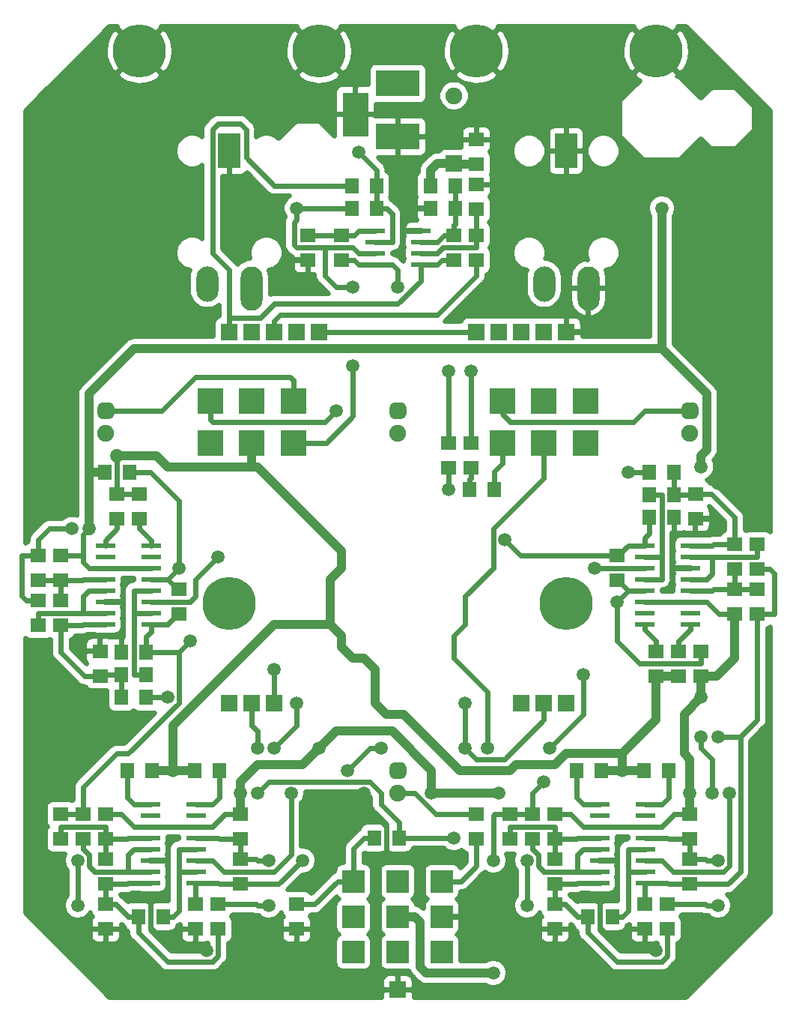
<source format=gbr>
G04 #@! TF.GenerationSoftware,KiCad,Pcbnew,5.1.6-c6e7f7d~87~ubuntu19.10.1*
G04 #@! TF.CreationDate,2021-08-21T16:07:25+06:00*
G04 #@! TF.ProjectId,salty_phaser_r1a,73616c74-795f-4706-9861-7365725f7231,1A*
G04 #@! TF.SameCoordinates,Original*
G04 #@! TF.FileFunction,Copper,L1,Top*
G04 #@! TF.FilePolarity,Positive*
%FSLAX46Y46*%
G04 Gerber Fmt 4.6, Leading zero omitted, Abs format (unit mm)*
G04 Created by KiCad (PCBNEW 5.1.6-c6e7f7d~87~ubuntu19.10.1) date 2021-08-21 16:07:25*
%MOMM*%
%LPD*%
G01*
G04 APERTURE LIST*
G04 #@! TA.AperFunction,ComponentPad*
%ADD10R,1.900000X1.900000*%
G04 #@! TD*
G04 #@! TA.AperFunction,ComponentPad*
%ADD11R,5.000000X3.000000*%
G04 #@! TD*
G04 #@! TA.AperFunction,ComponentPad*
%ADD12R,3.000000X5.000000*%
G04 #@! TD*
G04 #@! TA.AperFunction,ComponentPad*
%ADD13C,1.900000*%
G04 #@! TD*
G04 #@! TA.AperFunction,ComponentPad*
%ADD14R,2.500000X4.000000*%
G04 #@! TD*
G04 #@! TA.AperFunction,ComponentPad*
%ADD15O,2.500000X4.000000*%
G04 #@! TD*
G04 #@! TA.AperFunction,ComponentPad*
%ADD16O,2.500000X5.000000*%
G04 #@! TD*
G04 #@! TA.AperFunction,ComponentPad*
%ADD17R,2.500000X2.500000*%
G04 #@! TD*
G04 #@! TA.AperFunction,ComponentPad*
%ADD18R,3.000000X3.000000*%
G04 #@! TD*
G04 #@! TA.AperFunction,SMDPad,CuDef*
%ADD19R,1.800000X1.600000*%
G04 #@! TD*
G04 #@! TA.AperFunction,SMDPad,CuDef*
%ADD20R,1.600000X1.800000*%
G04 #@! TD*
G04 #@! TA.AperFunction,SMDPad,CuDef*
%ADD21R,2.200000X0.600000*%
G04 #@! TD*
G04 #@! TA.AperFunction,ComponentPad*
%ADD22C,6.000000*%
G04 #@! TD*
G04 #@! TA.AperFunction,ViaPad*
%ADD23C,1.500000*%
G04 #@! TD*
G04 #@! TA.AperFunction,Conductor*
%ADD24C,0.600000*%
G04 #@! TD*
G04 #@! TA.AperFunction,Conductor*
%ADD25C,1.500000*%
G04 #@! TD*
G04 #@! TA.AperFunction,Conductor*
%ADD26C,1.000000*%
G04 #@! TD*
G04 #@! TA.AperFunction,Conductor*
%ADD27C,0.500000*%
G04 #@! TD*
G04 APERTURE END LIST*
D10*
X119380000Y-170180000D03*
X121920000Y-170180000D03*
X124460000Y-170180000D03*
X88900000Y-170180000D03*
X91440000Y-170180000D03*
X86360000Y-170180000D03*
X93980000Y-128270000D03*
X86360000Y-128270000D03*
X91440000Y-128270000D03*
X88900000Y-128270000D03*
X96520000Y-128270000D03*
X124460000Y-128270000D03*
X121920000Y-128270000D03*
X119380000Y-128270000D03*
X116840000Y-128270000D03*
X114300000Y-128270000D03*
X105410000Y-202565000D03*
D11*
X105410000Y-106210000D03*
D12*
X100610000Y-103710000D03*
D11*
X105410000Y-100210000D03*
D13*
X138430000Y-139700000D03*
G04 #@! TA.AperFunction,ComponentPad*
G36*
G01*
X138810000Y-138110000D02*
X138050000Y-138110000D01*
G75*
G02*
X137480000Y-137540000I0J570000D01*
G01*
X137480000Y-136780000D01*
G75*
G02*
X138050000Y-136210000I570000J0D01*
G01*
X138810000Y-136210000D01*
G75*
G02*
X139380000Y-136780000I0J-570000D01*
G01*
X139380000Y-137540000D01*
G75*
G02*
X138810000Y-138110000I-570000J0D01*
G01*
G37*
G04 #@! TD.AperFunction*
G04 #@! TA.AperFunction,ComponentPad*
G36*
G01*
X105790000Y-138110000D02*
X105030000Y-138110000D01*
G75*
G02*
X104460000Y-137540000I0J570000D01*
G01*
X104460000Y-136780000D01*
G75*
G02*
X105030000Y-136210000I570000J0D01*
G01*
X105790000Y-136210000D01*
G75*
G02*
X106360000Y-136780000I0J-570000D01*
G01*
X106360000Y-137540000D01*
G75*
G02*
X105790000Y-138110000I-570000J0D01*
G01*
G37*
G04 #@! TD.AperFunction*
X105410000Y-139700000D03*
X72390000Y-139700000D03*
G04 #@! TA.AperFunction,ComponentPad*
G36*
G01*
X72770000Y-138110000D02*
X72010000Y-138110000D01*
G75*
G02*
X71440000Y-137540000I0J570000D01*
G01*
X71440000Y-136780000D01*
G75*
G02*
X72010000Y-136210000I570000J0D01*
G01*
X72770000Y-136210000D01*
G75*
G02*
X73340000Y-136780000I0J-570000D01*
G01*
X73340000Y-137540000D01*
G75*
G02*
X72770000Y-138110000I-570000J0D01*
G01*
G37*
G04 #@! TD.AperFunction*
G04 #@! TA.AperFunction,ComponentPad*
G36*
G01*
X105790000Y-178750000D02*
X105030000Y-178750000D01*
G75*
G02*
X104460000Y-178180000I0J570000D01*
G01*
X104460000Y-177420000D01*
G75*
G02*
X105030000Y-176850000I570000J0D01*
G01*
X105790000Y-176850000D01*
G75*
G02*
X106360000Y-177420000I0J-570000D01*
G01*
X106360000Y-178180000D01*
G75*
G02*
X105790000Y-178750000I-570000J0D01*
G01*
G37*
G04 #@! TD.AperFunction*
X105410000Y-180340000D03*
D14*
X86360000Y-107830000D03*
D15*
X83860000Y-122830000D03*
D16*
X88860000Y-123330000D03*
D14*
X124460000Y-107830000D03*
D15*
X121960000Y-122830000D03*
D16*
X126960000Y-123330000D03*
D13*
X111760000Y-101600000D03*
D10*
X111760000Y-109220000D03*
D17*
X110410000Y-194310000D03*
X110410000Y-198310000D03*
X110410000Y-190310000D03*
X105410000Y-194310000D03*
X105410000Y-198310000D03*
X105410000Y-190310000D03*
X100410000Y-190310000D03*
X100410000Y-194310000D03*
X100410000Y-198310000D03*
D18*
X121920000Y-140830000D03*
X126620000Y-140830000D03*
X117220000Y-140830000D03*
X126620000Y-136030000D03*
X121920000Y-136030000D03*
X117220000Y-136030000D03*
X88900000Y-140830000D03*
X93600000Y-140830000D03*
X84200000Y-140830000D03*
X93600000Y-136030000D03*
X88900000Y-136030000D03*
X84200000Y-136030000D03*
D19*
X114300000Y-109350000D03*
X114300000Y-106550000D03*
X130175000Y-156340000D03*
X130175000Y-153540000D03*
X143510000Y-157350000D03*
X143510000Y-160150000D03*
X137160000Y-167135000D03*
X137160000Y-164335000D03*
X139065000Y-146555000D03*
X139065000Y-149355000D03*
D20*
X136655000Y-146685000D03*
X133855000Y-146685000D03*
X136655000Y-149225000D03*
X133855000Y-149225000D03*
D19*
X146050000Y-160150000D03*
X146050000Y-157350000D03*
D21*
X133290000Y-152400000D03*
X133290000Y-153670000D03*
X133290000Y-154940000D03*
X133290000Y-156210000D03*
X138490000Y-152400000D03*
X138490000Y-153670000D03*
X138490000Y-154940000D03*
X138490000Y-156210000D03*
X133290000Y-161290000D03*
X133290000Y-160020000D03*
X133290000Y-158750000D03*
X133290000Y-157480000D03*
X138490000Y-157480000D03*
X138490000Y-158750000D03*
X138490000Y-160020000D03*
X138490000Y-161290000D03*
D19*
X139700000Y-164335000D03*
X139700000Y-167135000D03*
X143510000Y-155070000D03*
X143510000Y-152270000D03*
X134620000Y-164335000D03*
X134620000Y-167135000D03*
X146050000Y-155070000D03*
X146050000Y-152270000D03*
D20*
X136655000Y-144145000D03*
X133855000Y-144145000D03*
D19*
X80645000Y-157350000D03*
X80645000Y-160150000D03*
X67310000Y-156340000D03*
X67310000Y-153540000D03*
X73660000Y-146555000D03*
X73660000Y-149355000D03*
X71755000Y-164335000D03*
X71755000Y-167135000D03*
D20*
X76965000Y-167005000D03*
X74165000Y-167005000D03*
X74165000Y-164465000D03*
X76965000Y-164465000D03*
D19*
X64770000Y-153540000D03*
X64770000Y-156340000D03*
D21*
X72330000Y-152400000D03*
X72330000Y-153670000D03*
X72330000Y-154940000D03*
X72330000Y-156210000D03*
X77530000Y-156210000D03*
X77530000Y-154940000D03*
X77530000Y-153670000D03*
X77530000Y-152400000D03*
X72330000Y-157480000D03*
X72330000Y-158750000D03*
X72330000Y-160020000D03*
X72330000Y-161290000D03*
X77530000Y-157480000D03*
X77530000Y-158750000D03*
X77530000Y-160020000D03*
X77530000Y-161290000D03*
D20*
X75060000Y-144145000D03*
X72260000Y-144145000D03*
D19*
X67310000Y-158620000D03*
X67310000Y-161420000D03*
X76200000Y-146555000D03*
X76200000Y-149355000D03*
X64770000Y-161420000D03*
X64770000Y-158620000D03*
D20*
X74165000Y-169545000D03*
X76965000Y-169545000D03*
D19*
X67310000Y-182750000D03*
X67310000Y-185550000D03*
D20*
X78870000Y-194310000D03*
X76070000Y-194310000D03*
D19*
X82550000Y-195710000D03*
X82550000Y-192910000D03*
X69850000Y-185550000D03*
X69850000Y-182750000D03*
X87630000Y-185550000D03*
X87630000Y-182750000D03*
D20*
X77600000Y-177800000D03*
X74800000Y-177800000D03*
D19*
X85090000Y-192910000D03*
X85090000Y-195710000D03*
X87630000Y-187830000D03*
X87630000Y-190630000D03*
X72390000Y-182750000D03*
X72390000Y-185550000D03*
D20*
X82420000Y-177800000D03*
X85220000Y-177800000D03*
D19*
X72390000Y-195710000D03*
X72390000Y-192910000D03*
X72390000Y-187830000D03*
X72390000Y-190630000D03*
X118110000Y-185550000D03*
X118110000Y-182750000D03*
D20*
X129670000Y-194310000D03*
X126870000Y-194310000D03*
D19*
X133350000Y-195710000D03*
X133350000Y-192910000D03*
X120650000Y-185550000D03*
X120650000Y-182750000D03*
X138430000Y-185550000D03*
X138430000Y-182750000D03*
D20*
X128400000Y-177800000D03*
X125600000Y-177800000D03*
D19*
X135890000Y-195710000D03*
X135890000Y-192910000D03*
X138430000Y-187830000D03*
X138430000Y-190630000D03*
X123190000Y-185550000D03*
X123190000Y-182750000D03*
D20*
X133220000Y-177800000D03*
X136020000Y-177800000D03*
D19*
X123190000Y-192910000D03*
X123190000Y-195710000D03*
X123190000Y-187830000D03*
X123190000Y-190630000D03*
D22*
X124460000Y-158950000D03*
X86360000Y-158950000D03*
D19*
X114300000Y-182750000D03*
X114300000Y-185550000D03*
X93980000Y-192910000D03*
X93980000Y-195710000D03*
D20*
X100200000Y-114300000D03*
X103000000Y-114300000D03*
D19*
X95250000Y-117345000D03*
X95250000Y-120145000D03*
X99060000Y-117345000D03*
X99060000Y-120145000D03*
D20*
X103000000Y-111760000D03*
X100200000Y-111760000D03*
D19*
X111760000Y-120145000D03*
X111760000Y-117345000D03*
D20*
X111890000Y-114300000D03*
X109090000Y-114300000D03*
D19*
X114300000Y-120145000D03*
X114300000Y-117345000D03*
D20*
X111890000Y-111760000D03*
X109090000Y-111760000D03*
X116335000Y-146050000D03*
X113535000Y-146050000D03*
D21*
X102810000Y-120650000D03*
X102810000Y-119380000D03*
X102810000Y-118110000D03*
X102810000Y-116840000D03*
X108010000Y-116840000D03*
X108010000Y-118110000D03*
X108010000Y-119380000D03*
X108010000Y-120650000D03*
X82610000Y-190500000D03*
X82610000Y-189230000D03*
X82610000Y-187960000D03*
X82610000Y-186690000D03*
X77410000Y-190500000D03*
X77410000Y-189230000D03*
X77410000Y-187960000D03*
X77410000Y-186690000D03*
X82610000Y-181610000D03*
X82610000Y-182880000D03*
X82610000Y-184150000D03*
X82610000Y-185420000D03*
X77410000Y-185420000D03*
X77410000Y-184150000D03*
X77410000Y-182880000D03*
X77410000Y-181610000D03*
X133410000Y-190500000D03*
X133410000Y-189230000D03*
X133410000Y-187960000D03*
X133410000Y-186690000D03*
X128210000Y-190500000D03*
X128210000Y-189230000D03*
X128210000Y-187960000D03*
X128210000Y-186690000D03*
X133410000Y-181610000D03*
X133410000Y-182880000D03*
X133410000Y-184150000D03*
X133410000Y-185420000D03*
X128210000Y-185420000D03*
X128210000Y-184150000D03*
X128210000Y-182880000D03*
X128210000Y-181610000D03*
D20*
X102740000Y-185420000D03*
X105540000Y-185420000D03*
D19*
X114300000Y-114430000D03*
X114300000Y-111630000D03*
X113665000Y-143640000D03*
X113665000Y-140840000D03*
X111125000Y-140840000D03*
X111125000Y-143640000D03*
D22*
X76200000Y-96520000D03*
X96520000Y-96520000D03*
X114300000Y-96520000D03*
X134620000Y-96520000D03*
D23*
X141605000Y-149860000D03*
X134620000Y-198120000D03*
X130810000Y-196850000D03*
X80010000Y-196850000D03*
X87630000Y-198120000D03*
X83820000Y-198120000D03*
X101600000Y-180340000D03*
X141605000Y-145415000D03*
X69215000Y-163195000D03*
X67310000Y-167005000D03*
X138430000Y-180340000D03*
X109220000Y-180340000D03*
X96520000Y-175260000D03*
X87630000Y-180340000D03*
X139700000Y-169545000D03*
X139700000Y-143510000D03*
X135255000Y-114300000D03*
X116840000Y-180340000D03*
X105410000Y-123190000D03*
X85090000Y-153670000D03*
X127635000Y-154940000D03*
X142875000Y-180340000D03*
X93345000Y-180340000D03*
X139700000Y-173990000D03*
X140970000Y-180340000D03*
X103505000Y-175260000D03*
X99695000Y-177800000D03*
X122555000Y-175260000D03*
X126365000Y-167005000D03*
X121920000Y-179070000D03*
X116205000Y-187960000D03*
X141605000Y-173990000D03*
X117475000Y-151765000D03*
X68580000Y-150495000D03*
X81915000Y-163195000D03*
X94615000Y-187960000D03*
X93980000Y-170180000D03*
X91440000Y-175260000D03*
X111125000Y-146050000D03*
X93980000Y-114300000D03*
X100330000Y-132080000D03*
X100330000Y-123190000D03*
X120015000Y-187960000D03*
X115570000Y-175260000D03*
X120015000Y-193040000D03*
X98425000Y-137160000D03*
X130810000Y-177800000D03*
X80010000Y-177800000D03*
X116205000Y-200660000D03*
X111125000Y-132715000D03*
X113665000Y-132715000D03*
X141605000Y-187960000D03*
X141605000Y-193040000D03*
X130175000Y-158750000D03*
X131445000Y-144145000D03*
X80645000Y-154940000D03*
X79375000Y-169545000D03*
X90805000Y-187960000D03*
X90805000Y-193040000D03*
X69215000Y-187960000D03*
X69215000Y-193040000D03*
X111760000Y-185420000D03*
X89535000Y-180340000D03*
X89535000Y-175260000D03*
X91440000Y-166370000D03*
X113030000Y-175260000D03*
X113030000Y-170180000D03*
X100965000Y-107950000D03*
D24*
X104140000Y-184150000D02*
X103505000Y-183515000D01*
X104140000Y-187325000D02*
X104140000Y-184150000D01*
X77470000Y-195580000D02*
X77470000Y-192405000D01*
X78105000Y-196215000D02*
X77470000Y-195580000D01*
X128270000Y-195580000D02*
X128270000Y-192405000D01*
X128905000Y-196215000D02*
X128270000Y-195580000D01*
X114300000Y-182750000D02*
X109725000Y-182750000D01*
X109725000Y-182750000D02*
X107315000Y-180340000D01*
X107315000Y-180340000D02*
X105410000Y-180340000D01*
X114300000Y-188595000D02*
X114300000Y-185550000D01*
X112585000Y-190310000D02*
X114300000Y-188595000D01*
X110410000Y-190310000D02*
X112585000Y-190310000D01*
D25*
X70485000Y-150495000D02*
X70485000Y-150495000D01*
D24*
X72330000Y-154940000D02*
X77530000Y-154940000D01*
X138490000Y-158750000D02*
X133290000Y-158750000D01*
X143510000Y-160150000D02*
X141735000Y-160150000D01*
X141735000Y-160150000D02*
X140335000Y-158750000D01*
X138490000Y-158750000D02*
X140335000Y-158750000D01*
X128210000Y-184150000D02*
X133410000Y-184150000D01*
X128210000Y-184150000D02*
X126365000Y-184150000D01*
X124965000Y-182750000D02*
X126365000Y-184150000D01*
X123190000Y-182750000D02*
X124965000Y-182750000D01*
X133410000Y-184150000D02*
X135255000Y-184150000D01*
X136655000Y-182750000D02*
X135255000Y-184150000D01*
X138430000Y-182750000D02*
X136655000Y-182750000D01*
X77410000Y-184150000D02*
X82610000Y-184150000D01*
X77410000Y-184150000D02*
X75565000Y-184150000D01*
X74165000Y-182750000D02*
X75565000Y-184150000D01*
X72390000Y-182750000D02*
X74165000Y-182750000D01*
X82610000Y-184150000D02*
X84455000Y-184150000D01*
X85855000Y-182750000D02*
X84455000Y-184150000D01*
X87630000Y-182750000D02*
X85855000Y-182750000D01*
D26*
X87630000Y-182750000D02*
X87630000Y-180340000D01*
X72260000Y-144145000D02*
X70485000Y-144145000D01*
X138430000Y-182750000D02*
X138430000Y-180340000D01*
X138430000Y-176530000D02*
X138430000Y-180340000D01*
X137795000Y-175895000D02*
X138430000Y-176530000D01*
X139700000Y-167135000D02*
X141475000Y-167135000D01*
X141475000Y-167135000D02*
X143510000Y-165100000D01*
X143510000Y-160150000D02*
X143510000Y-165100000D01*
X139700000Y-169545000D02*
X139700000Y-167135000D01*
X139700000Y-169545000D02*
X137795000Y-171450000D01*
X137795000Y-171450000D02*
X137795000Y-175895000D01*
X94615000Y-177165000D02*
X96520000Y-175260000D01*
X89535000Y-177165000D02*
X94615000Y-177165000D01*
X87630000Y-179070000D02*
X89535000Y-177165000D01*
X87630000Y-180340000D02*
X87630000Y-179070000D01*
X98425000Y-173355000D02*
X96520000Y-175260000D01*
X104775000Y-173355000D02*
X98425000Y-173355000D01*
X109220000Y-177800000D02*
X104775000Y-173355000D01*
X109220000Y-180340000D02*
X109220000Y-177800000D01*
X70485000Y-144145000D02*
X70485000Y-135255000D01*
X139700000Y-143510000D02*
X139700000Y-142240000D01*
X139700000Y-142240000D02*
X140335000Y-141605000D01*
X140335000Y-135255000D02*
X140335000Y-141605000D01*
X135255000Y-130175000D02*
X140335000Y-135255000D01*
X75565000Y-130175000D02*
X135255000Y-130175000D01*
X70485000Y-135255000D02*
X75565000Y-130175000D01*
X109220000Y-180340000D02*
X116840000Y-180340000D01*
D24*
X67310000Y-153540000D02*
X69850000Y-153540000D01*
X72330000Y-154940000D02*
X70485000Y-154940000D01*
X69850000Y-154305000D02*
X69850000Y-153540000D01*
X70485000Y-154940000D02*
X69850000Y-154305000D01*
D26*
X70485000Y-144145000D02*
X70485000Y-150495000D01*
D24*
X70485000Y-150495000D02*
X69850000Y-151130000D01*
X69850000Y-151130000D02*
X69850000Y-153540000D01*
D26*
X135255000Y-114300000D02*
X135255000Y-130175000D01*
D24*
X133290000Y-154940000D02*
X127635000Y-154940000D01*
X102810000Y-120650000D02*
X100965000Y-120650000D01*
X100460000Y-120145000D02*
X100965000Y-120650000D01*
X99060000Y-120145000D02*
X100460000Y-120145000D01*
D26*
X109090000Y-111760000D02*
X109090000Y-109985000D01*
X109090000Y-109985000D02*
X109855000Y-109220000D01*
X109855000Y-109220000D02*
X111760000Y-109220000D01*
D24*
X82550000Y-158115000D02*
X82550000Y-156210000D01*
X81915000Y-158750000D02*
X82550000Y-158115000D01*
X77530000Y-158750000D02*
X81915000Y-158750000D01*
X82550000Y-156210000D02*
X85090000Y-153670000D01*
X135255000Y-187960000D02*
X133410000Y-187960000D01*
X136525000Y-189230000D02*
X135255000Y-187960000D01*
X142240000Y-189230000D02*
X136525000Y-189230000D01*
X142875000Y-188595000D02*
X142240000Y-189230000D01*
X142875000Y-180340000D02*
X142875000Y-188595000D01*
X84455000Y-187960000D02*
X82610000Y-187960000D01*
X85725000Y-189230000D02*
X84455000Y-187960000D01*
X91440000Y-189230000D02*
X85725000Y-189230000D01*
X93345000Y-187325000D02*
X91440000Y-189230000D01*
X93345000Y-180340000D02*
X93345000Y-187325000D01*
X105410000Y-121285000D02*
X105410000Y-123190000D01*
X104775000Y-120650000D02*
X105410000Y-121285000D01*
X102810000Y-120650000D02*
X104775000Y-120650000D01*
D26*
X114300000Y-109350000D02*
X111890000Y-109350000D01*
X111890000Y-109350000D02*
X111760000Y-109220000D01*
D24*
X139700000Y-175260000D02*
X139700000Y-173990000D01*
X140970000Y-176530000D02*
X139700000Y-175260000D01*
X140970000Y-180340000D02*
X140970000Y-176530000D01*
X99695000Y-177800000D02*
X102235000Y-175260000D01*
X102235000Y-175260000D02*
X103505000Y-175260000D01*
X118110000Y-182750000D02*
X120650000Y-182750000D01*
X116335000Y-182750000D02*
X118110000Y-182750000D01*
X116205000Y-182880000D02*
X116335000Y-182750000D01*
X116205000Y-187960000D02*
X116205000Y-182880000D01*
X121920000Y-179070000D02*
X120650000Y-180340000D01*
X120650000Y-182750000D02*
X120650000Y-180340000D01*
X122555000Y-175260000D02*
X126365000Y-171450000D01*
X126365000Y-171450000D02*
X126365000Y-167005000D01*
X147955000Y-160150000D02*
X146050000Y-160150000D01*
X147955000Y-155575000D02*
X147955000Y-160150000D01*
X147450000Y-155070000D02*
X147955000Y-155575000D01*
X146050000Y-155070000D02*
X147450000Y-155070000D01*
X133350000Y-192910000D02*
X133350000Y-190500000D01*
X133410000Y-190500000D02*
X135890000Y-190500000D01*
X136020000Y-190630000D02*
X135890000Y-190500000D01*
X138430000Y-190630000D02*
X136020000Y-190630000D01*
X144145000Y-189230000D02*
X144145000Y-173990000D01*
X142745000Y-190630000D02*
X144145000Y-189230000D01*
X138430000Y-190630000D02*
X142745000Y-190630000D01*
X141605000Y-173990000D02*
X144145000Y-173990000D01*
X146050000Y-172085000D02*
X144145000Y-173990000D01*
X146050000Y-160150000D02*
X146050000Y-172085000D01*
X130305000Y-153540000D02*
X131445000Y-152400000D01*
X130175000Y-153540000D02*
X130305000Y-153540000D01*
X133290000Y-152400000D02*
X131445000Y-152400000D01*
X62865000Y-153540000D02*
X64770000Y-153540000D01*
X62865000Y-158115000D02*
X62865000Y-153540000D01*
X63370000Y-158620000D02*
X62865000Y-158115000D01*
X64770000Y-158620000D02*
X63370000Y-158620000D01*
X64770000Y-153540000D02*
X64770000Y-151765000D01*
X119250000Y-153540000D02*
X117475000Y-151765000D01*
X130175000Y-153540000D02*
X119250000Y-153540000D01*
X133855000Y-151000000D02*
X133855000Y-149225000D01*
X133290000Y-151565000D02*
X133855000Y-151000000D01*
X133290000Y-152400000D02*
X133290000Y-151565000D01*
X66040000Y-150495000D02*
X68580000Y-150495000D01*
X66040000Y-150495000D02*
X64770000Y-151765000D01*
X67310000Y-182750000D02*
X69850000Y-182750000D01*
X80645000Y-160150000D02*
X80515000Y-160150000D01*
X80515000Y-160150000D02*
X79375000Y-161290000D01*
X77530000Y-161290000D02*
X79375000Y-161290000D01*
X76965000Y-164465000D02*
X80645000Y-164465000D01*
X76965000Y-162690000D02*
X76965000Y-164465000D01*
X77530000Y-162125000D02*
X76965000Y-162690000D01*
X77530000Y-161290000D02*
X77530000Y-162125000D01*
X80645000Y-170180000D02*
X80645000Y-164465000D01*
X74930000Y-175895000D02*
X80645000Y-170180000D01*
X73660000Y-175895000D02*
X74930000Y-175895000D01*
X69850000Y-179705000D02*
X73660000Y-175895000D01*
X69850000Y-182750000D02*
X69850000Y-179705000D01*
X80645000Y-164465000D02*
X81915000Y-163195000D01*
X82550000Y-192910000D02*
X82550000Y-190500000D01*
X82610000Y-190500000D02*
X85090000Y-190500000D01*
X85220000Y-190630000D02*
X85090000Y-190500000D01*
X87630000Y-190630000D02*
X85220000Y-190630000D01*
X91945000Y-190630000D02*
X94615000Y-187960000D01*
X87630000Y-190630000D02*
X91945000Y-190630000D01*
X91440000Y-175260000D02*
X93980000Y-172720000D01*
X93980000Y-172720000D02*
X93980000Y-170180000D01*
X111125000Y-143640000D02*
X111125000Y-146050000D01*
X102810000Y-119380000D02*
X100965000Y-119380000D01*
X100965000Y-119380000D02*
X100330000Y-118745000D01*
X100330000Y-118745000D02*
X97155000Y-118745000D01*
X100200000Y-114300000D02*
X93980000Y-114300000D01*
X100330000Y-137795000D02*
X100330000Y-132080000D01*
X97295000Y-140830000D02*
X100330000Y-137795000D01*
X93600000Y-140830000D02*
X97295000Y-140830000D01*
X93980000Y-114300000D02*
X93980000Y-115570000D01*
X93662500Y-115887500D02*
X93980000Y-115570000D01*
X97155000Y-121920000D02*
X97155000Y-118745000D01*
X98425000Y-123190000D02*
X97155000Y-121920000D01*
X100330000Y-123190000D02*
X98425000Y-123190000D01*
X93980000Y-118745000D02*
X97155000Y-118745000D01*
X93662500Y-118427500D02*
X93980000Y-118745000D01*
X93662500Y-115887500D02*
X93662500Y-118427500D01*
X100410000Y-190310000D02*
X98615000Y-190310000D01*
X96015000Y-192910000D02*
X98615000Y-190310000D01*
X93980000Y-192910000D02*
X96015000Y-192910000D01*
X100410000Y-186610000D02*
X100410000Y-190310000D01*
X101600000Y-185420000D02*
X100410000Y-186610000D01*
X102740000Y-185420000D02*
X101600000Y-185420000D01*
X120015000Y-187960000D02*
X120015000Y-193040000D01*
X121920000Y-144780000D02*
X121920000Y-140830000D01*
X116205000Y-150495000D02*
X121920000Y-144780000D01*
X116205000Y-154940000D02*
X116205000Y-150495000D01*
X113030000Y-161290000D02*
X113030000Y-158115000D01*
X111760000Y-162560000D02*
X113030000Y-161290000D01*
X111760000Y-165100000D02*
X111760000Y-162560000D01*
X113030000Y-158115000D02*
X116205000Y-154940000D01*
X115570000Y-168910000D02*
X111760000Y-165100000D01*
X115570000Y-175260000D02*
X115570000Y-168910000D01*
X93600000Y-133730000D02*
X93220000Y-133350000D01*
X93600000Y-136030000D02*
X93600000Y-133730000D01*
X78740000Y-137160000D02*
X82550000Y-133350000D01*
X72390000Y-137160000D02*
X78740000Y-137160000D01*
X93220000Y-133350000D02*
X82550000Y-133350000D01*
X84200000Y-136030000D02*
X84200000Y-138175000D01*
X84200000Y-138175000D02*
X84455000Y-138430000D01*
X97155000Y-138430000D02*
X98425000Y-137160000D01*
X97155000Y-138430000D02*
X84455000Y-138430000D01*
X117220000Y-136030000D02*
X117220000Y-137540000D01*
X117220000Y-137540000D02*
X118110000Y-138430000D01*
X118110000Y-138430000D02*
X127635000Y-138430000D01*
X127635000Y-138430000D02*
X132080000Y-138430000D01*
X132080000Y-138430000D02*
X133350000Y-137160000D01*
X133350000Y-137160000D02*
X138430000Y-137160000D01*
D25*
X73660000Y-142240000D02*
X73660000Y-142240000D01*
D24*
X76200000Y-146555000D02*
X73660000Y-146555000D01*
D26*
X134620000Y-167135000D02*
X137160000Y-167135000D01*
X128400000Y-177800000D02*
X130810000Y-177800000D01*
X130810000Y-177800000D02*
X133220000Y-177800000D01*
X77600000Y-177800000D02*
X80010000Y-177800000D01*
X80010000Y-177800000D02*
X82420000Y-177800000D01*
X134620000Y-172085000D02*
X130810000Y-175895000D01*
X88900000Y-140830000D02*
X88900000Y-143510000D01*
X88900000Y-143510000D02*
X79375000Y-143510000D01*
X79375000Y-143510000D02*
X78105000Y-142240000D01*
X73660000Y-142240000D02*
X78105000Y-142240000D01*
D24*
X73660000Y-146555000D02*
X73660000Y-142240000D01*
D26*
X99060000Y-153035000D02*
X89535000Y-143510000D01*
X99060000Y-154940000D02*
X99060000Y-153035000D01*
X89535000Y-143510000D02*
X88900000Y-143510000D01*
X97790000Y-156210000D02*
X99060000Y-154940000D01*
X97790000Y-161290000D02*
X97790000Y-156210000D01*
X130810000Y-177800000D02*
X130810000Y-175895000D01*
X134620000Y-167135000D02*
X134620000Y-172085000D01*
X91440000Y-161290000D02*
X97790000Y-161290000D01*
X80010000Y-172720000D02*
X91440000Y-161290000D01*
X80010000Y-177800000D02*
X80010000Y-172720000D01*
X97790000Y-161290000D02*
X99060000Y-162560000D01*
X112395000Y-177800000D02*
X118110000Y-177800000D01*
X99060000Y-162560000D02*
X99060000Y-163830000D01*
X123190000Y-177165000D02*
X124460000Y-175895000D01*
X99060000Y-163830000D02*
X100330000Y-165100000D01*
X101600000Y-165100000D02*
X102870000Y-166370000D01*
X124460000Y-175895000D02*
X130810000Y-175895000D01*
X104140000Y-171450000D02*
X106045000Y-171450000D01*
X100330000Y-165100000D02*
X101600000Y-165100000D01*
X102870000Y-166370000D02*
X102870000Y-170180000D01*
X102870000Y-170180000D02*
X104140000Y-171450000D01*
X118745000Y-177165000D02*
X123190000Y-177165000D01*
X106045000Y-171450000D02*
X112395000Y-177800000D01*
X118110000Y-177800000D02*
X118745000Y-177165000D01*
D24*
X116335000Y-146050000D02*
X116335000Y-144015000D01*
X117220000Y-143130000D02*
X116335000Y-144015000D01*
X117220000Y-140830000D02*
X117220000Y-143130000D01*
X96520000Y-128270000D02*
X114300000Y-128270000D01*
D26*
X116205000Y-200660000D02*
X108585000Y-200660000D01*
X107950000Y-200025000D02*
X107950000Y-194945000D01*
X108585000Y-200660000D02*
X107950000Y-200025000D01*
X107950000Y-194945000D02*
X107315000Y-194310000D01*
X107315000Y-194310000D02*
X105410000Y-194310000D01*
D24*
X111125000Y-140840000D02*
X111125000Y-132715000D01*
X113535000Y-146050000D02*
X113535000Y-144910000D01*
X113665000Y-144780000D02*
X113535000Y-144910000D01*
X113665000Y-143640000D02*
X113665000Y-144780000D01*
X113665000Y-140840000D02*
X113665000Y-132715000D01*
X128210000Y-181610000D02*
X126365000Y-181610000D01*
X125600000Y-177800000D02*
X125600000Y-180845000D01*
X125600000Y-180845000D02*
X126365000Y-181610000D01*
X118110000Y-185550000D02*
X118110000Y-184150000D01*
X123190000Y-185550000D02*
X123190000Y-184150000D01*
X123190000Y-184150000D02*
X118110000Y-184150000D01*
X128210000Y-185420000D02*
X125730000Y-185420000D01*
X123190000Y-185550000D02*
X123190000Y-187830000D01*
X125730000Y-185420000D02*
X125600000Y-185550000D01*
X125600000Y-185550000D02*
X123190000Y-185550000D01*
X141605000Y-193040000D02*
X140335000Y-193040000D01*
X140205000Y-187830000D02*
X140335000Y-187960000D01*
X140335000Y-187960000D02*
X141605000Y-187960000D01*
X138430000Y-187830000D02*
X140205000Y-187830000D01*
X140205000Y-192910000D02*
X135890000Y-192910000D01*
X140335000Y-193040000D02*
X140205000Y-192910000D01*
X138430000Y-185550000D02*
X136020000Y-185550000D01*
X138430000Y-185550000D02*
X138430000Y-187830000D01*
X136020000Y-185550000D02*
X135890000Y-185420000D01*
X133410000Y-185420000D02*
X135890000Y-185420000D01*
X133410000Y-181610000D02*
X135255000Y-181610000D01*
X136020000Y-177800000D02*
X136020000Y-180845000D01*
X136020000Y-180845000D02*
X135255000Y-181610000D01*
X137160000Y-164335000D02*
X137160000Y-163195000D01*
X138490000Y-161865000D02*
X137160000Y-163195000D01*
X138490000Y-161290000D02*
X138490000Y-161865000D01*
X146050000Y-157350000D02*
X143510000Y-157350000D01*
X141100000Y-157350000D02*
X143510000Y-157350000D01*
X138490000Y-157480000D02*
X140970000Y-157480000D01*
X140970000Y-157480000D02*
X141100000Y-157350000D01*
X143510000Y-157350000D02*
X143510000Y-155070000D01*
X130175000Y-156340000D02*
X130305000Y-156340000D01*
X133290000Y-157480000D02*
X131445000Y-157480000D01*
X130305000Y-156340000D02*
X131445000Y-157480000D01*
X131445000Y-157480000D02*
X130175000Y-158750000D01*
X130175000Y-163195000D02*
X132715000Y-165735000D01*
X139700000Y-165735000D02*
X139700000Y-164335000D01*
X132715000Y-165735000D02*
X139700000Y-165735000D01*
X130175000Y-158750000D02*
X130175000Y-163195000D01*
X133855000Y-144145000D02*
X131445000Y-144145000D01*
X134620000Y-164335000D02*
X134620000Y-163195000D01*
X133290000Y-161290000D02*
X133290000Y-161865000D01*
X133290000Y-161865000D02*
X134620000Y-163195000D01*
X73660000Y-149355000D02*
X73660000Y-150495000D01*
X72330000Y-151825000D02*
X73660000Y-150495000D01*
X72330000Y-152400000D02*
X72330000Y-151825000D01*
X64770000Y-156340000D02*
X67310000Y-156340000D01*
X69720000Y-156340000D02*
X67310000Y-156340000D01*
X72330000Y-156210000D02*
X69850000Y-156210000D01*
X69850000Y-156210000D02*
X69720000Y-156340000D01*
X67310000Y-156340000D02*
X67310000Y-158620000D01*
X80645000Y-157350000D02*
X80515000Y-157350000D01*
X80515000Y-157350000D02*
X79375000Y-156210000D01*
X77530000Y-156210000D02*
X79375000Y-156210000D01*
X79375000Y-156210000D02*
X80645000Y-154940000D01*
X77470000Y-144145000D02*
X75060000Y-144145000D01*
X80645000Y-147320000D02*
X77470000Y-144145000D01*
X80645000Y-154940000D02*
X80645000Y-147320000D01*
X76965000Y-169545000D02*
X79375000Y-169545000D01*
X76200000Y-149355000D02*
X76200000Y-150495000D01*
X77530000Y-152400000D02*
X77530000Y-151825000D01*
X77530000Y-151825000D02*
X76200000Y-150495000D01*
X77410000Y-181610000D02*
X75565000Y-181610000D01*
X74800000Y-177800000D02*
X74800000Y-180845000D01*
X74800000Y-180845000D02*
X75565000Y-181610000D01*
X77410000Y-185420000D02*
X74930000Y-185420000D01*
X72390000Y-185550000D02*
X72390000Y-187830000D01*
X74930000Y-185420000D02*
X74800000Y-185550000D01*
X74800000Y-185550000D02*
X72390000Y-185550000D01*
X72390000Y-185550000D02*
X72390000Y-184150000D01*
X72390000Y-184150000D02*
X67310000Y-184150000D01*
X67310000Y-185550000D02*
X67310000Y-184150000D01*
X90805000Y-193040000D02*
X89535000Y-193040000D01*
X89405000Y-187830000D02*
X89535000Y-187960000D01*
X89535000Y-187960000D02*
X90805000Y-187960000D01*
X87630000Y-187830000D02*
X89405000Y-187830000D01*
X89405000Y-192910000D02*
X85090000Y-192910000D01*
X89535000Y-193040000D02*
X89405000Y-192910000D01*
X87630000Y-185550000D02*
X85220000Y-185550000D01*
X87630000Y-185550000D02*
X87630000Y-187830000D01*
X85220000Y-185550000D02*
X85090000Y-185420000D01*
X82610000Y-185420000D02*
X85090000Y-185420000D01*
X82610000Y-181610000D02*
X84455000Y-181610000D01*
X85220000Y-177800000D02*
X85220000Y-180845000D01*
X85220000Y-180845000D02*
X84455000Y-181610000D01*
X69215000Y-187960000D02*
X69215000Y-193040000D01*
X105540000Y-185420000D02*
X111760000Y-185420000D01*
X105540000Y-183645000D02*
X105540000Y-185420000D01*
X102235000Y-179070000D02*
X103505000Y-180340000D01*
X90805000Y-179070000D02*
X102235000Y-179070000D01*
X103505000Y-181610000D02*
X105540000Y-183645000D01*
X103505000Y-180340000D02*
X103505000Y-181610000D01*
X89535000Y-180340000D02*
X90805000Y-179070000D01*
X88900000Y-172720000D02*
X88900000Y-170180000D01*
X89535000Y-173355000D02*
X88900000Y-172720000D01*
X89535000Y-175260000D02*
X89535000Y-173355000D01*
X113030000Y-175260000D02*
X113030000Y-170180000D01*
X91440000Y-166370000D02*
X91440000Y-170180000D01*
X113030000Y-175260000D02*
X114300000Y-176530000D01*
X121920000Y-172085000D02*
X121920000Y-170180000D01*
X117475000Y-176530000D02*
X121920000Y-172085000D01*
X114300000Y-176530000D02*
X117475000Y-176530000D01*
X121285000Y-188595000D02*
X121285000Y-187325000D01*
X120650000Y-185550000D02*
X120650000Y-186690000D01*
X121920000Y-189230000D02*
X121285000Y-188595000D01*
X121285000Y-187325000D02*
X120650000Y-186690000D01*
X121920000Y-189230000D02*
X125730000Y-189230000D01*
X128210000Y-186690000D02*
X126365000Y-186690000D01*
X125730000Y-187325000D02*
X125730000Y-189230000D01*
X125730000Y-189230000D02*
X128210000Y-189230000D01*
X126365000Y-186690000D02*
X125730000Y-187325000D01*
X135890000Y-195710000D02*
X135890000Y-198755000D01*
X135890000Y-198755000D02*
X135255000Y-199390000D01*
X135255000Y-199390000D02*
X130175000Y-199390000D01*
X126870000Y-196085000D02*
X126870000Y-194310000D01*
X130175000Y-199390000D02*
X126870000Y-196085000D01*
X126870000Y-194310000D02*
X125730000Y-194310000D01*
X124330000Y-192910000D02*
X125730000Y-194310000D01*
X123190000Y-192910000D02*
X124330000Y-192910000D01*
X125730000Y-190500000D02*
X125600000Y-190630000D01*
X128210000Y-190500000D02*
X125730000Y-190500000D01*
X123190000Y-190630000D02*
X123190000Y-192910000D01*
X123190000Y-190630000D02*
X125600000Y-190630000D01*
X131445000Y-186690000D02*
X131445000Y-189230000D01*
X133410000Y-189230000D02*
X131445000Y-189230000D01*
X131445000Y-189230000D02*
X131445000Y-193675000D01*
X129670000Y-194310000D02*
X130810000Y-194310000D01*
X130810000Y-194310000D02*
X131445000Y-193675000D01*
X133410000Y-186690000D02*
X131445000Y-186690000D01*
X77410000Y-186690000D02*
X75565000Y-186690000D01*
X74930000Y-187325000D02*
X74930000Y-189230000D01*
X74930000Y-189230000D02*
X77410000Y-189230000D01*
X75565000Y-186690000D02*
X74930000Y-187325000D01*
X70485000Y-187325000D02*
X69850000Y-186690000D01*
X69850000Y-185550000D02*
X69850000Y-186690000D01*
X71120000Y-189230000D02*
X70485000Y-188595000D01*
X70485000Y-188595000D02*
X70485000Y-187325000D01*
X71120000Y-189230000D02*
X74930000Y-189230000D01*
X80645000Y-186690000D02*
X80645000Y-189230000D01*
X82610000Y-189230000D02*
X80645000Y-189230000D01*
X80645000Y-189230000D02*
X80645000Y-193675000D01*
X78870000Y-194310000D02*
X80010000Y-194310000D01*
X80010000Y-194310000D02*
X80645000Y-193675000D01*
X82610000Y-186690000D02*
X80645000Y-186690000D01*
X76070000Y-194310000D02*
X74930000Y-194310000D01*
X73530000Y-192910000D02*
X74930000Y-194310000D01*
X72390000Y-192910000D02*
X73530000Y-192910000D01*
X74930000Y-190500000D02*
X74800000Y-190630000D01*
X77410000Y-190500000D02*
X74930000Y-190500000D01*
X72390000Y-190630000D02*
X72390000Y-192910000D01*
X72390000Y-190630000D02*
X74800000Y-190630000D01*
X79375000Y-199390000D02*
X76070000Y-196085000D01*
X84455000Y-199390000D02*
X79375000Y-199390000D01*
X85090000Y-198755000D02*
X84455000Y-199390000D01*
X76070000Y-196085000D02*
X76070000Y-194310000D01*
X85090000Y-195710000D02*
X85090000Y-198755000D01*
X138490000Y-156210000D02*
X140335000Y-156210000D01*
X146050000Y-152270000D02*
X146050000Y-153670000D01*
X146050000Y-153670000D02*
X140970000Y-153670000D01*
X140970000Y-153670000D02*
X138490000Y-153670000D01*
X140970000Y-155575000D02*
X140970000Y-153670000D01*
X140335000Y-156210000D02*
X140970000Y-155575000D01*
X143510000Y-152270000D02*
X141100000Y-152270000D01*
X140970000Y-152400000D02*
X141100000Y-152270000D01*
X138490000Y-152400000D02*
X140970000Y-152400000D01*
X136655000Y-146685000D02*
X139065000Y-146685000D01*
X140840000Y-146555000D02*
X143510000Y-149225000D01*
X139065000Y-146555000D02*
X140840000Y-146555000D01*
X143510000Y-149225000D02*
X143510000Y-152270000D01*
X136655000Y-144145000D02*
X136655000Y-146685000D01*
X133290000Y-156210000D02*
X135255000Y-156210000D01*
X133290000Y-153670000D02*
X135255000Y-153670000D01*
X135255000Y-156210000D02*
X135255000Y-153670000D01*
X135255000Y-146685000D02*
X133855000Y-146685000D01*
X135255000Y-153670000D02*
X135255000Y-146685000D01*
X72330000Y-157480000D02*
X70485000Y-157480000D01*
X64770000Y-161420000D02*
X64770000Y-160020000D01*
X64770000Y-160020000D02*
X69850000Y-160020000D01*
X69850000Y-160020000D02*
X72330000Y-160020000D01*
X69850000Y-158115000D02*
X69850000Y-160020000D01*
X70485000Y-157480000D02*
X69850000Y-158115000D01*
X77530000Y-157480000D02*
X75565000Y-157480000D01*
X77530000Y-160020000D02*
X75565000Y-160020000D01*
X75565000Y-157480000D02*
X75565000Y-160020000D01*
X75565000Y-167005000D02*
X76965000Y-167005000D01*
X75565000Y-160020000D02*
X75565000Y-167005000D01*
X67310000Y-161420000D02*
X69720000Y-161420000D01*
X69850000Y-161290000D02*
X69720000Y-161420000D01*
X72330000Y-161290000D02*
X69850000Y-161290000D01*
X74165000Y-167005000D02*
X71755000Y-167005000D01*
X69980000Y-167135000D02*
X67310000Y-164465000D01*
X71755000Y-167135000D02*
X69980000Y-167135000D01*
X74165000Y-167005000D02*
X74165000Y-169545000D01*
X67310000Y-161420000D02*
X67310000Y-164465000D01*
X114300000Y-117345000D02*
X114300000Y-118745000D01*
X109855000Y-119380000D02*
X110490000Y-118745000D01*
X110490000Y-118745000D02*
X114300000Y-118745000D01*
X108010000Y-119380000D02*
X109855000Y-119380000D01*
X114300000Y-114430000D02*
X114300000Y-117345000D01*
X104775000Y-118110000D02*
X102810000Y-118110000D01*
X104140000Y-114300000D02*
X104775000Y-114935000D01*
X104775000Y-114935000D02*
X104775000Y-118110000D01*
X103000000Y-114300000D02*
X104140000Y-114300000D01*
X103000000Y-111760000D02*
X103000000Y-114300000D01*
X103000000Y-109985000D02*
X103000000Y-111760000D01*
X100965000Y-107950000D02*
X103000000Y-109985000D01*
X102810000Y-116840000D02*
X100965000Y-116840000D01*
X100460000Y-117345000D02*
X100965000Y-116840000D01*
X99060000Y-117345000D02*
X100460000Y-117345000D01*
X95250000Y-117345000D02*
X99060000Y-117345000D01*
X111890000Y-111760000D02*
X111890000Y-114300000D01*
X108010000Y-118110000D02*
X109855000Y-118110000D01*
X110620000Y-117345000D02*
X109855000Y-118110000D01*
X111760000Y-117345000D02*
X110620000Y-117345000D01*
X111760000Y-117345000D02*
X111760000Y-116205000D01*
X111890000Y-116075000D02*
X111760000Y-116205000D01*
X111890000Y-114300000D02*
X111890000Y-116075000D01*
X108010000Y-120650000D02*
X109855000Y-120650000D01*
X110360000Y-120145000D02*
X109855000Y-120650000D01*
X111760000Y-120145000D02*
X110360000Y-120145000D01*
X108010000Y-122495000D02*
X108010000Y-120650000D01*
X91440000Y-125095000D02*
X105410000Y-125095000D01*
X105410000Y-125095000D02*
X108010000Y-122495000D01*
X89852500Y-126682500D02*
X91440000Y-125095000D01*
X86360000Y-126682500D02*
X89852500Y-126682500D01*
X91440000Y-111760000D02*
X100200000Y-111760000D01*
X88265000Y-105410000D02*
X88265000Y-108585000D01*
X85090000Y-104775000D02*
X87630000Y-104775000D01*
X84455000Y-105410000D02*
X85090000Y-104775000D01*
X87630000Y-104775000D02*
X88265000Y-105410000D01*
X84455000Y-119380000D02*
X84455000Y-105410000D01*
X86360000Y-121285000D02*
X84455000Y-119380000D01*
X88265000Y-108585000D02*
X91440000Y-111760000D01*
X86360000Y-126682500D02*
X86360000Y-121285000D01*
X86360000Y-128270000D02*
X86360000Y-126682500D01*
X91440000Y-127000000D02*
X91440000Y-128270000D01*
X92075000Y-126365000D02*
X91440000Y-127000000D01*
X109855000Y-126365000D02*
X92075000Y-126365000D01*
X114300000Y-121920000D02*
X109855000Y-126365000D01*
X114300000Y-120145000D02*
X114300000Y-121920000D01*
D27*
G36*
X147540001Y-193875075D02*
G01*
X137995077Y-203420000D01*
X107213545Y-203420000D01*
X107210000Y-202827500D01*
X106997500Y-202615000D01*
X105460000Y-202615000D01*
X105460000Y-202635000D01*
X105360000Y-202635000D01*
X105360000Y-202615000D01*
X103822500Y-202615000D01*
X103610000Y-202827500D01*
X103606455Y-203420000D01*
X72824924Y-203420000D01*
X71019924Y-201615000D01*
X103605887Y-201615000D01*
X103610000Y-202302500D01*
X103822500Y-202515000D01*
X105360000Y-202515000D01*
X105360000Y-200977500D01*
X105460000Y-200977500D01*
X105460000Y-202515000D01*
X106997500Y-202515000D01*
X107210000Y-202302500D01*
X107214113Y-201615000D01*
X107197701Y-201448371D01*
X107149098Y-201288145D01*
X107070169Y-201140480D01*
X106963949Y-201011051D01*
X106834520Y-200904831D01*
X106686855Y-200825902D01*
X106526629Y-200777299D01*
X106360000Y-200760887D01*
X105672500Y-200765000D01*
X105460000Y-200977500D01*
X105360000Y-200977500D01*
X105147500Y-200765000D01*
X104460000Y-200760887D01*
X104293371Y-200777299D01*
X104133145Y-200825902D01*
X103985480Y-200904831D01*
X103856051Y-201011051D01*
X103749831Y-201140480D01*
X103670902Y-201288145D01*
X103622299Y-201448371D01*
X103605887Y-201615000D01*
X71019924Y-201615000D01*
X65914924Y-196510000D01*
X70635887Y-196510000D01*
X70652299Y-196676629D01*
X70700902Y-196836855D01*
X70779831Y-196984520D01*
X70886051Y-197113949D01*
X71015480Y-197220169D01*
X71163145Y-197299098D01*
X71323371Y-197347701D01*
X71490000Y-197364113D01*
X72127500Y-197360000D01*
X72340000Y-197147500D01*
X72340000Y-195760000D01*
X72440000Y-195760000D01*
X72440000Y-197147500D01*
X72652500Y-197360000D01*
X73290000Y-197364113D01*
X73456629Y-197347701D01*
X73616855Y-197299098D01*
X73764520Y-197220169D01*
X73893949Y-197113949D01*
X74000169Y-196984520D01*
X74079098Y-196836855D01*
X74127701Y-196676629D01*
X74144113Y-196510000D01*
X74140000Y-195972500D01*
X73927500Y-195760000D01*
X72440000Y-195760000D01*
X72340000Y-195760000D01*
X70852500Y-195760000D01*
X70640000Y-195972500D01*
X70635887Y-196510000D01*
X65914924Y-196510000D01*
X63280000Y-193875077D01*
X63280000Y-162835395D01*
X63395481Y-162930168D01*
X63543145Y-163009097D01*
X63703371Y-163057700D01*
X63870000Y-163074112D01*
X65670000Y-163074112D01*
X65836629Y-163057700D01*
X65996855Y-163009097D01*
X66040000Y-162986035D01*
X66083145Y-163009097D01*
X66160001Y-163032410D01*
X66160001Y-164408508D01*
X66154437Y-164465000D01*
X66160001Y-164521492D01*
X66176641Y-164690439D01*
X66242399Y-164907215D01*
X66349185Y-165106997D01*
X66492894Y-165282107D01*
X66536774Y-165318118D01*
X69126884Y-167908230D01*
X69162893Y-167952107D01*
X69206769Y-167988115D01*
X69206772Y-167988118D01*
X69271273Y-168041052D01*
X69338003Y-168095816D01*
X69537785Y-168202602D01*
X69754561Y-168268360D01*
X69923508Y-168285000D01*
X69923517Y-168285000D01*
X69979999Y-168290563D01*
X70036481Y-168285000D01*
X70078274Y-168285000D01*
X70144832Y-168409519D01*
X70251052Y-168538948D01*
X70380481Y-168645168D01*
X70528145Y-168724097D01*
X70688371Y-168772700D01*
X70855000Y-168789112D01*
X72510888Y-168789112D01*
X72510888Y-170445000D01*
X72527300Y-170611629D01*
X72575903Y-170771855D01*
X72654832Y-170919519D01*
X72761052Y-171048948D01*
X72890481Y-171155168D01*
X73038145Y-171234097D01*
X73198371Y-171282700D01*
X73365000Y-171299112D01*
X74965000Y-171299112D01*
X75131629Y-171282700D01*
X75291855Y-171234097D01*
X75439519Y-171155168D01*
X75565000Y-171052188D01*
X75690481Y-171155168D01*
X75838145Y-171234097D01*
X75998371Y-171282700D01*
X76165000Y-171299112D01*
X77765000Y-171299112D01*
X77914242Y-171284413D01*
X74453656Y-174745000D01*
X73716492Y-174745000D01*
X73660000Y-174739436D01*
X73434561Y-174761640D01*
X73217784Y-174827398D01*
X73094098Y-174893510D01*
X73018003Y-174934184D01*
X72842893Y-175077893D01*
X72806881Y-175121774D01*
X69076776Y-178851880D01*
X69032894Y-178887893D01*
X68977359Y-178955563D01*
X68889185Y-179063003D01*
X68782399Y-179262785D01*
X68716641Y-179479561D01*
X68694437Y-179705000D01*
X68700001Y-179761491D01*
X68700001Y-181137590D01*
X68623145Y-181160903D01*
X68580000Y-181183965D01*
X68536855Y-181160903D01*
X68376629Y-181112300D01*
X68210000Y-181095888D01*
X66410000Y-181095888D01*
X66243371Y-181112300D01*
X66083145Y-181160903D01*
X65935481Y-181239832D01*
X65806052Y-181346052D01*
X65699832Y-181475481D01*
X65620903Y-181623145D01*
X65572300Y-181783371D01*
X65555888Y-181950000D01*
X65555888Y-183550000D01*
X65572300Y-183716629D01*
X65620903Y-183876855D01*
X65699832Y-184024519D01*
X65802812Y-184150000D01*
X65699832Y-184275481D01*
X65620903Y-184423145D01*
X65572300Y-184583371D01*
X65555888Y-184750000D01*
X65555888Y-186350000D01*
X65572300Y-186516629D01*
X65620903Y-186676855D01*
X65699832Y-186824519D01*
X65806052Y-186953948D01*
X65935481Y-187060168D01*
X66083145Y-187139097D01*
X66243371Y-187187700D01*
X66410000Y-187204112D01*
X67796271Y-187204112D01*
X67676487Y-187493297D01*
X67615000Y-187802414D01*
X67615000Y-188117586D01*
X67676487Y-188426703D01*
X67797098Y-188717884D01*
X67972199Y-188979941D01*
X68065000Y-189072742D01*
X68065001Y-191927257D01*
X67972199Y-192020059D01*
X67797098Y-192282116D01*
X67676487Y-192573297D01*
X67615000Y-192882414D01*
X67615000Y-193197586D01*
X67676487Y-193506703D01*
X67797098Y-193797884D01*
X67972199Y-194059941D01*
X68195059Y-194282801D01*
X68457116Y-194457902D01*
X68748297Y-194578513D01*
X69057414Y-194640000D01*
X69372586Y-194640000D01*
X69681703Y-194578513D01*
X69972884Y-194457902D01*
X70234941Y-194282801D01*
X70457801Y-194059941D01*
X70632902Y-193797884D01*
X70642308Y-193775177D01*
X70652300Y-193876629D01*
X70700903Y-194036855D01*
X70779832Y-194184519D01*
X70882811Y-194309999D01*
X70779831Y-194435480D01*
X70700902Y-194583145D01*
X70652299Y-194743371D01*
X70635887Y-194910000D01*
X70640000Y-195447500D01*
X70852500Y-195660000D01*
X72340000Y-195660000D01*
X72340000Y-195640000D01*
X72440000Y-195640000D01*
X72440000Y-195660000D01*
X73927500Y-195660000D01*
X74140000Y-195447500D01*
X74142267Y-195151214D01*
X74288003Y-195270816D01*
X74429318Y-195346351D01*
X74432300Y-195376629D01*
X74480903Y-195536855D01*
X74559832Y-195684519D01*
X74666052Y-195813948D01*
X74795481Y-195920168D01*
X74920000Y-195986726D01*
X74920000Y-196028518D01*
X74914437Y-196085000D01*
X74920000Y-196141482D01*
X74920000Y-196141491D01*
X74936640Y-196310438D01*
X75002398Y-196527214D01*
X75109184Y-196726996D01*
X75252893Y-196902107D01*
X75296781Y-196938125D01*
X78521880Y-200163225D01*
X78557893Y-200207107D01*
X78733003Y-200350816D01*
X78932785Y-200457602D01*
X79149561Y-200523360D01*
X79318508Y-200540000D01*
X79318516Y-200540000D01*
X79375000Y-200545563D01*
X79431484Y-200540000D01*
X84398518Y-200540000D01*
X84455000Y-200545563D01*
X84511482Y-200540000D01*
X84511492Y-200540000D01*
X84680439Y-200523360D01*
X84897215Y-200457602D01*
X85096997Y-200350816D01*
X85272107Y-200207107D01*
X85308125Y-200163219D01*
X85863219Y-199608125D01*
X85907107Y-199572107D01*
X86050816Y-199396997D01*
X86104209Y-199297106D01*
X86157602Y-199197216D01*
X86223360Y-198980439D01*
X86245564Y-198755000D01*
X86240000Y-198698508D01*
X86240000Y-197322410D01*
X86316855Y-197299097D01*
X86464519Y-197220168D01*
X86593948Y-197113948D01*
X86700168Y-196984519D01*
X86779097Y-196836855D01*
X86827700Y-196676629D01*
X86844112Y-196510000D01*
X92225887Y-196510000D01*
X92242299Y-196676629D01*
X92290902Y-196836855D01*
X92369831Y-196984520D01*
X92476051Y-197113949D01*
X92605480Y-197220169D01*
X92753145Y-197299098D01*
X92913371Y-197347701D01*
X93080000Y-197364113D01*
X93717500Y-197360000D01*
X93930000Y-197147500D01*
X93930000Y-195760000D01*
X94030000Y-195760000D01*
X94030000Y-197147500D01*
X94242500Y-197360000D01*
X94880000Y-197364113D01*
X95046629Y-197347701D01*
X95206855Y-197299098D01*
X95354520Y-197220169D01*
X95483949Y-197113949D01*
X95590169Y-196984520D01*
X95669098Y-196836855D01*
X95717701Y-196676629D01*
X95734113Y-196510000D01*
X95730000Y-195972500D01*
X95517500Y-195760000D01*
X94030000Y-195760000D01*
X93930000Y-195760000D01*
X92442500Y-195760000D01*
X92230000Y-195972500D01*
X92225887Y-196510000D01*
X86844112Y-196510000D01*
X86844112Y-194910000D01*
X86827700Y-194743371D01*
X86779097Y-194583145D01*
X86700168Y-194435481D01*
X86597188Y-194310000D01*
X86700168Y-194184519D01*
X86766726Y-194060000D01*
X89003728Y-194060000D01*
X89092785Y-194107602D01*
X89309561Y-194173360D01*
X89478508Y-194190000D01*
X89478516Y-194190000D01*
X89535000Y-194195563D01*
X89591484Y-194190000D01*
X89692258Y-194190000D01*
X89785059Y-194282801D01*
X90047116Y-194457902D01*
X90338297Y-194578513D01*
X90647414Y-194640000D01*
X90962586Y-194640000D01*
X91271703Y-194578513D01*
X91562884Y-194457902D01*
X91824941Y-194282801D01*
X92047801Y-194059941D01*
X92222902Y-193797884D01*
X92232308Y-193775177D01*
X92242300Y-193876629D01*
X92290903Y-194036855D01*
X92369832Y-194184519D01*
X92472811Y-194309999D01*
X92369831Y-194435480D01*
X92290902Y-194583145D01*
X92242299Y-194743371D01*
X92225887Y-194910000D01*
X92230000Y-195447500D01*
X92442500Y-195660000D01*
X93930000Y-195660000D01*
X93930000Y-195640000D01*
X94030000Y-195640000D01*
X94030000Y-195660000D01*
X95517500Y-195660000D01*
X95730000Y-195447500D01*
X95734113Y-194910000D01*
X95717701Y-194743371D01*
X95669098Y-194583145D01*
X95590169Y-194435480D01*
X95487189Y-194309999D01*
X95590168Y-194184519D01*
X95656726Y-194060000D01*
X95958518Y-194060000D01*
X96015000Y-194065563D01*
X96071482Y-194060000D01*
X96071492Y-194060000D01*
X96240439Y-194043360D01*
X96457215Y-193977602D01*
X96656997Y-193870816D01*
X96832107Y-193727107D01*
X96868124Y-193683220D01*
X98480030Y-192071315D01*
X98556052Y-192163948D01*
X98685481Y-192270168D01*
X98760001Y-192310000D01*
X98685481Y-192349832D01*
X98556052Y-192456052D01*
X98449832Y-192585481D01*
X98370903Y-192733145D01*
X98322300Y-192893371D01*
X98305888Y-193060000D01*
X98305888Y-195560000D01*
X98322300Y-195726629D01*
X98370903Y-195886855D01*
X98449832Y-196034519D01*
X98556052Y-196163948D01*
X98685481Y-196270168D01*
X98760001Y-196310000D01*
X98685481Y-196349832D01*
X98556052Y-196456052D01*
X98449832Y-196585481D01*
X98370903Y-196733145D01*
X98322300Y-196893371D01*
X98305888Y-197060000D01*
X98305888Y-199560000D01*
X98322300Y-199726629D01*
X98370903Y-199886855D01*
X98449832Y-200034519D01*
X98556052Y-200163948D01*
X98685481Y-200270168D01*
X98833145Y-200349097D01*
X98993371Y-200397700D01*
X99160000Y-200414112D01*
X101660000Y-200414112D01*
X101826629Y-200397700D01*
X101986855Y-200349097D01*
X102134519Y-200270168D01*
X102263948Y-200163948D01*
X102370168Y-200034519D01*
X102449097Y-199886855D01*
X102497700Y-199726629D01*
X102514112Y-199560000D01*
X102514112Y-197060000D01*
X102497700Y-196893371D01*
X102449097Y-196733145D01*
X102370168Y-196585481D01*
X102263948Y-196456052D01*
X102134519Y-196349832D01*
X102059999Y-196310000D01*
X102134519Y-196270168D01*
X102263948Y-196163948D01*
X102370168Y-196034519D01*
X102449097Y-195886855D01*
X102497700Y-195726629D01*
X102514112Y-195560000D01*
X102514112Y-193060000D01*
X102497700Y-192893371D01*
X102449097Y-192733145D01*
X102370168Y-192585481D01*
X102263948Y-192456052D01*
X102134519Y-192349832D01*
X102059999Y-192310000D01*
X102134519Y-192270168D01*
X102263948Y-192163948D01*
X102370168Y-192034519D01*
X102449097Y-191886855D01*
X102497700Y-191726629D01*
X102514112Y-191560000D01*
X102514112Y-189060000D01*
X102497700Y-188893371D01*
X102449097Y-188733145D01*
X102370168Y-188585481D01*
X102263948Y-188456052D01*
X102134519Y-188349832D01*
X101986855Y-188270903D01*
X101826629Y-188222300D01*
X101660000Y-188205888D01*
X101560000Y-188205888D01*
X101560000Y-187086345D01*
X101563685Y-187082660D01*
X101613145Y-187109097D01*
X101773371Y-187157700D01*
X101940000Y-187174112D01*
X103540000Y-187174112D01*
X103706629Y-187157700D01*
X103866855Y-187109097D01*
X104014519Y-187030168D01*
X104140000Y-186927188D01*
X104265481Y-187030168D01*
X104413145Y-187109097D01*
X104573371Y-187157700D01*
X104740000Y-187174112D01*
X106340000Y-187174112D01*
X106506629Y-187157700D01*
X106666855Y-187109097D01*
X106814519Y-187030168D01*
X106943948Y-186923948D01*
X107050168Y-186794519D01*
X107129097Y-186646855D01*
X107152410Y-186570000D01*
X110647258Y-186570000D01*
X110740059Y-186662801D01*
X111002116Y-186837902D01*
X111293297Y-186958513D01*
X111602414Y-187020000D01*
X111917586Y-187020000D01*
X112226703Y-186958513D01*
X112517884Y-186837902D01*
X112649852Y-186749723D01*
X112689832Y-186824519D01*
X112796052Y-186953948D01*
X112925481Y-187060168D01*
X113073145Y-187139097D01*
X113150000Y-187162410D01*
X113150000Y-188118654D01*
X112469209Y-188799446D01*
X112449097Y-188733145D01*
X112370168Y-188585481D01*
X112263948Y-188456052D01*
X112134519Y-188349832D01*
X111986855Y-188270903D01*
X111826629Y-188222300D01*
X111660000Y-188205888D01*
X109160000Y-188205888D01*
X108993371Y-188222300D01*
X108833145Y-188270903D01*
X108685481Y-188349832D01*
X108556052Y-188456052D01*
X108449832Y-188585481D01*
X108370903Y-188733145D01*
X108322300Y-188893371D01*
X108305888Y-189060000D01*
X108305888Y-191560000D01*
X108322300Y-191726629D01*
X108370903Y-191886855D01*
X108449832Y-192034519D01*
X108556052Y-192163948D01*
X108685481Y-192270168D01*
X108759999Y-192309999D01*
X108685480Y-192349831D01*
X108556051Y-192456051D01*
X108449831Y-192585480D01*
X108370902Y-192733145D01*
X108322299Y-192893371D01*
X108305887Y-193060000D01*
X108307266Y-193391062D01*
X108274213Y-193350787D01*
X108068649Y-193182085D01*
X107834122Y-193056728D01*
X107579646Y-192979533D01*
X107505467Y-192972227D01*
X107497700Y-192893371D01*
X107449097Y-192733145D01*
X107370168Y-192585481D01*
X107263948Y-192456052D01*
X107134519Y-192349832D01*
X107059999Y-192310000D01*
X107134519Y-192270168D01*
X107263948Y-192163948D01*
X107370168Y-192034519D01*
X107449097Y-191886855D01*
X107497700Y-191726629D01*
X107514112Y-191560000D01*
X107514112Y-189060000D01*
X107497700Y-188893371D01*
X107449097Y-188733145D01*
X107370168Y-188585481D01*
X107263948Y-188456052D01*
X107134519Y-188349832D01*
X106986855Y-188270903D01*
X106826629Y-188222300D01*
X106660000Y-188205888D01*
X104160000Y-188205888D01*
X103993371Y-188222300D01*
X103833145Y-188270903D01*
X103685481Y-188349832D01*
X103556052Y-188456052D01*
X103449832Y-188585481D01*
X103370903Y-188733145D01*
X103322300Y-188893371D01*
X103305888Y-189060000D01*
X103305888Y-191560000D01*
X103322300Y-191726629D01*
X103370903Y-191886855D01*
X103449832Y-192034519D01*
X103556052Y-192163948D01*
X103685481Y-192270168D01*
X103760001Y-192310000D01*
X103685481Y-192349832D01*
X103556052Y-192456052D01*
X103449832Y-192585481D01*
X103370903Y-192733145D01*
X103322300Y-192893371D01*
X103305888Y-193060000D01*
X103305888Y-195560000D01*
X103322300Y-195726629D01*
X103370903Y-195886855D01*
X103449832Y-196034519D01*
X103556052Y-196163948D01*
X103685481Y-196270168D01*
X103760001Y-196310000D01*
X103685481Y-196349832D01*
X103556052Y-196456052D01*
X103449832Y-196585481D01*
X103370903Y-196733145D01*
X103322300Y-196893371D01*
X103305888Y-197060000D01*
X103305888Y-199560000D01*
X103322300Y-199726629D01*
X103370903Y-199886855D01*
X103449832Y-200034519D01*
X103556052Y-200163948D01*
X103685481Y-200270168D01*
X103833145Y-200349097D01*
X103993371Y-200397700D01*
X104160000Y-200414112D01*
X106657290Y-200414112D01*
X106696728Y-200544121D01*
X106696729Y-200544122D01*
X106822085Y-200778649D01*
X106948510Y-200932698D01*
X106948513Y-200932701D01*
X106990787Y-200984212D01*
X107042300Y-201026488D01*
X107583505Y-201567692D01*
X107625787Y-201619213D01*
X107831351Y-201787915D01*
X107948615Y-201850594D01*
X108065877Y-201913272D01*
X108125105Y-201931239D01*
X108320354Y-201990467D01*
X108518679Y-202010000D01*
X108518681Y-202010000D01*
X108585000Y-202016532D01*
X108651319Y-202010000D01*
X115345494Y-202010000D01*
X115447116Y-202077902D01*
X115738297Y-202198513D01*
X116047414Y-202260000D01*
X116362586Y-202260000D01*
X116671703Y-202198513D01*
X116962884Y-202077902D01*
X117224941Y-201902801D01*
X117447801Y-201679941D01*
X117622902Y-201417884D01*
X117743513Y-201126703D01*
X117805000Y-200817586D01*
X117805000Y-200502414D01*
X117743513Y-200193297D01*
X117622902Y-199902116D01*
X117447801Y-199640059D01*
X117224941Y-199417199D01*
X116962884Y-199242098D01*
X116671703Y-199121487D01*
X116362586Y-199060000D01*
X116047414Y-199060000D01*
X115738297Y-199121487D01*
X115447116Y-199242098D01*
X115345494Y-199310000D01*
X112514112Y-199310000D01*
X112514112Y-197060000D01*
X112497700Y-196893371D01*
X112449097Y-196733145D01*
X112370168Y-196585481D01*
X112308223Y-196510000D01*
X121435887Y-196510000D01*
X121452299Y-196676629D01*
X121500902Y-196836855D01*
X121579831Y-196984520D01*
X121686051Y-197113949D01*
X121815480Y-197220169D01*
X121963145Y-197299098D01*
X122123371Y-197347701D01*
X122290000Y-197364113D01*
X122927500Y-197360000D01*
X123140000Y-197147500D01*
X123140000Y-195760000D01*
X123240000Y-195760000D01*
X123240000Y-197147500D01*
X123452500Y-197360000D01*
X124090000Y-197364113D01*
X124256629Y-197347701D01*
X124416855Y-197299098D01*
X124564520Y-197220169D01*
X124693949Y-197113949D01*
X124800169Y-196984520D01*
X124879098Y-196836855D01*
X124927701Y-196676629D01*
X124944113Y-196510000D01*
X124940000Y-195972500D01*
X124727500Y-195760000D01*
X123240000Y-195760000D01*
X123140000Y-195760000D01*
X121652500Y-195760000D01*
X121440000Y-195972500D01*
X121435887Y-196510000D01*
X112308223Y-196510000D01*
X112263948Y-196456052D01*
X112134519Y-196349832D01*
X112060001Y-196310001D01*
X112134520Y-196270169D01*
X112263949Y-196163949D01*
X112370169Y-196034520D01*
X112449098Y-195886855D01*
X112497701Y-195726629D01*
X112514113Y-195560000D01*
X112510000Y-194572500D01*
X112297500Y-194360000D01*
X110460000Y-194360000D01*
X110460000Y-194380000D01*
X110360000Y-194380000D01*
X110360000Y-194360000D01*
X110340000Y-194360000D01*
X110340000Y-194260000D01*
X110360000Y-194260000D01*
X110360000Y-194240000D01*
X110460000Y-194240000D01*
X110460000Y-194260000D01*
X112297500Y-194260000D01*
X112510000Y-194047500D01*
X112514113Y-193060000D01*
X112497701Y-192893371D01*
X112449098Y-192733145D01*
X112370169Y-192585480D01*
X112263949Y-192456051D01*
X112134520Y-192349831D01*
X112060001Y-192309999D01*
X112134519Y-192270168D01*
X112263948Y-192163948D01*
X112370168Y-192034519D01*
X112449097Y-191886855D01*
X112497700Y-191726629D01*
X112514112Y-191560000D01*
X112514112Y-191460000D01*
X112528518Y-191460000D01*
X112585000Y-191465563D01*
X112641482Y-191460000D01*
X112641492Y-191460000D01*
X112810439Y-191443360D01*
X113027215Y-191377602D01*
X113226997Y-191270816D01*
X113402107Y-191127107D01*
X113438124Y-191083220D01*
X115073231Y-189448115D01*
X115117107Y-189412107D01*
X115153120Y-189368226D01*
X115252111Y-189247604D01*
X115447116Y-189377902D01*
X115738297Y-189498513D01*
X116047414Y-189560000D01*
X116362586Y-189560000D01*
X116671703Y-189498513D01*
X116962884Y-189377902D01*
X117224941Y-189202801D01*
X117447801Y-188979941D01*
X117622902Y-188717884D01*
X117743513Y-188426703D01*
X117805000Y-188117586D01*
X117805000Y-187802414D01*
X117743513Y-187493297D01*
X117623729Y-187204112D01*
X118596271Y-187204112D01*
X118476487Y-187493297D01*
X118415000Y-187802414D01*
X118415000Y-188117586D01*
X118476487Y-188426703D01*
X118597098Y-188717884D01*
X118772199Y-188979941D01*
X118865000Y-189072742D01*
X118865001Y-191927257D01*
X118772199Y-192020059D01*
X118597098Y-192282116D01*
X118476487Y-192573297D01*
X118415000Y-192882414D01*
X118415000Y-193197586D01*
X118476487Y-193506703D01*
X118597098Y-193797884D01*
X118772199Y-194059941D01*
X118995059Y-194282801D01*
X119257116Y-194457902D01*
X119548297Y-194578513D01*
X119857414Y-194640000D01*
X120172586Y-194640000D01*
X120481703Y-194578513D01*
X120772884Y-194457902D01*
X121034941Y-194282801D01*
X121257801Y-194059941D01*
X121432902Y-193797884D01*
X121442308Y-193775177D01*
X121452300Y-193876629D01*
X121500903Y-194036855D01*
X121579832Y-194184519D01*
X121682811Y-194309999D01*
X121579831Y-194435480D01*
X121500902Y-194583145D01*
X121452299Y-194743371D01*
X121435887Y-194910000D01*
X121440000Y-195447500D01*
X121652500Y-195660000D01*
X123140000Y-195660000D01*
X123140000Y-195640000D01*
X123240000Y-195640000D01*
X123240000Y-195660000D01*
X124727500Y-195660000D01*
X124940000Y-195447500D01*
X124942267Y-195151214D01*
X125088003Y-195270816D01*
X125229318Y-195346351D01*
X125232300Y-195376629D01*
X125280903Y-195536855D01*
X125359832Y-195684519D01*
X125466052Y-195813948D01*
X125595481Y-195920168D01*
X125720000Y-195986726D01*
X125720000Y-196028518D01*
X125714437Y-196085000D01*
X125720000Y-196141482D01*
X125720000Y-196141491D01*
X125736640Y-196310438D01*
X125802398Y-196527214D01*
X125909184Y-196726996D01*
X126052893Y-196902107D01*
X126096781Y-196938125D01*
X129321880Y-200163225D01*
X129357893Y-200207107D01*
X129533003Y-200350816D01*
X129732785Y-200457602D01*
X129949561Y-200523360D01*
X130118508Y-200540000D01*
X130118516Y-200540000D01*
X130175000Y-200545563D01*
X130231484Y-200540000D01*
X135198518Y-200540000D01*
X135255000Y-200545563D01*
X135311482Y-200540000D01*
X135311492Y-200540000D01*
X135480439Y-200523360D01*
X135697215Y-200457602D01*
X135896997Y-200350816D01*
X136072107Y-200207107D01*
X136108125Y-200163219D01*
X136663219Y-199608125D01*
X136707107Y-199572107D01*
X136850816Y-199396997D01*
X136904209Y-199297106D01*
X136957602Y-199197216D01*
X137023360Y-198980439D01*
X137045564Y-198755000D01*
X137040000Y-198698508D01*
X137040000Y-197322410D01*
X137116855Y-197299097D01*
X137264519Y-197220168D01*
X137393948Y-197113948D01*
X137500168Y-196984519D01*
X137579097Y-196836855D01*
X137627700Y-196676629D01*
X137644112Y-196510000D01*
X137644112Y-194910000D01*
X137627700Y-194743371D01*
X137579097Y-194583145D01*
X137500168Y-194435481D01*
X137397188Y-194310000D01*
X137500168Y-194184519D01*
X137566726Y-194060000D01*
X139803728Y-194060000D01*
X139892785Y-194107602D01*
X140109561Y-194173360D01*
X140278508Y-194190000D01*
X140278516Y-194190000D01*
X140335000Y-194195563D01*
X140391484Y-194190000D01*
X140492258Y-194190000D01*
X140585059Y-194282801D01*
X140847116Y-194457902D01*
X141138297Y-194578513D01*
X141447414Y-194640000D01*
X141762586Y-194640000D01*
X142071703Y-194578513D01*
X142362884Y-194457902D01*
X142624941Y-194282801D01*
X142847801Y-194059941D01*
X143022902Y-193797884D01*
X143143513Y-193506703D01*
X143205000Y-193197586D01*
X143205000Y-192882414D01*
X143143513Y-192573297D01*
X143022902Y-192282116D01*
X142847801Y-192020059D01*
X142624941Y-191797199D01*
X142599201Y-191780000D01*
X142688518Y-191780000D01*
X142745000Y-191785563D01*
X142801482Y-191780000D01*
X142801492Y-191780000D01*
X142970439Y-191763360D01*
X143187215Y-191697602D01*
X143386997Y-191590816D01*
X143562107Y-191447107D01*
X143598124Y-191403220D01*
X144918227Y-190083118D01*
X144962107Y-190047107D01*
X145105816Y-189871997D01*
X145212602Y-189672215D01*
X145278360Y-189455439D01*
X145295000Y-189286492D01*
X145295000Y-189286482D01*
X145300563Y-189230000D01*
X145295000Y-189173518D01*
X145295000Y-174466344D01*
X146823225Y-172938120D01*
X146867107Y-172902107D01*
X147010816Y-172726997D01*
X147117602Y-172527215D01*
X147183360Y-172310439D01*
X147200000Y-172141492D01*
X147200000Y-172141484D01*
X147205563Y-172085000D01*
X147200000Y-172028516D01*
X147200000Y-161762410D01*
X147276855Y-161739097D01*
X147424519Y-161660168D01*
X147540001Y-161565394D01*
X147540001Y-193875075D01*
G37*
X147540001Y-193875075D02*
X137995077Y-203420000D01*
X107213545Y-203420000D01*
X107210000Y-202827500D01*
X106997500Y-202615000D01*
X105460000Y-202615000D01*
X105460000Y-202635000D01*
X105360000Y-202635000D01*
X105360000Y-202615000D01*
X103822500Y-202615000D01*
X103610000Y-202827500D01*
X103606455Y-203420000D01*
X72824924Y-203420000D01*
X71019924Y-201615000D01*
X103605887Y-201615000D01*
X103610000Y-202302500D01*
X103822500Y-202515000D01*
X105360000Y-202515000D01*
X105360000Y-200977500D01*
X105460000Y-200977500D01*
X105460000Y-202515000D01*
X106997500Y-202515000D01*
X107210000Y-202302500D01*
X107214113Y-201615000D01*
X107197701Y-201448371D01*
X107149098Y-201288145D01*
X107070169Y-201140480D01*
X106963949Y-201011051D01*
X106834520Y-200904831D01*
X106686855Y-200825902D01*
X106526629Y-200777299D01*
X106360000Y-200760887D01*
X105672500Y-200765000D01*
X105460000Y-200977500D01*
X105360000Y-200977500D01*
X105147500Y-200765000D01*
X104460000Y-200760887D01*
X104293371Y-200777299D01*
X104133145Y-200825902D01*
X103985480Y-200904831D01*
X103856051Y-201011051D01*
X103749831Y-201140480D01*
X103670902Y-201288145D01*
X103622299Y-201448371D01*
X103605887Y-201615000D01*
X71019924Y-201615000D01*
X65914924Y-196510000D01*
X70635887Y-196510000D01*
X70652299Y-196676629D01*
X70700902Y-196836855D01*
X70779831Y-196984520D01*
X70886051Y-197113949D01*
X71015480Y-197220169D01*
X71163145Y-197299098D01*
X71323371Y-197347701D01*
X71490000Y-197364113D01*
X72127500Y-197360000D01*
X72340000Y-197147500D01*
X72340000Y-195760000D01*
X72440000Y-195760000D01*
X72440000Y-197147500D01*
X72652500Y-197360000D01*
X73290000Y-197364113D01*
X73456629Y-197347701D01*
X73616855Y-197299098D01*
X73764520Y-197220169D01*
X73893949Y-197113949D01*
X74000169Y-196984520D01*
X74079098Y-196836855D01*
X74127701Y-196676629D01*
X74144113Y-196510000D01*
X74140000Y-195972500D01*
X73927500Y-195760000D01*
X72440000Y-195760000D01*
X72340000Y-195760000D01*
X70852500Y-195760000D01*
X70640000Y-195972500D01*
X70635887Y-196510000D01*
X65914924Y-196510000D01*
X63280000Y-193875077D01*
X63280000Y-162835395D01*
X63395481Y-162930168D01*
X63543145Y-163009097D01*
X63703371Y-163057700D01*
X63870000Y-163074112D01*
X65670000Y-163074112D01*
X65836629Y-163057700D01*
X65996855Y-163009097D01*
X66040000Y-162986035D01*
X66083145Y-163009097D01*
X66160001Y-163032410D01*
X66160001Y-164408508D01*
X66154437Y-164465000D01*
X66160001Y-164521492D01*
X66176641Y-164690439D01*
X66242399Y-164907215D01*
X66349185Y-165106997D01*
X66492894Y-165282107D01*
X66536774Y-165318118D01*
X69126884Y-167908230D01*
X69162893Y-167952107D01*
X69206769Y-167988115D01*
X69206772Y-167988118D01*
X69271273Y-168041052D01*
X69338003Y-168095816D01*
X69537785Y-168202602D01*
X69754561Y-168268360D01*
X69923508Y-168285000D01*
X69923517Y-168285000D01*
X69979999Y-168290563D01*
X70036481Y-168285000D01*
X70078274Y-168285000D01*
X70144832Y-168409519D01*
X70251052Y-168538948D01*
X70380481Y-168645168D01*
X70528145Y-168724097D01*
X70688371Y-168772700D01*
X70855000Y-168789112D01*
X72510888Y-168789112D01*
X72510888Y-170445000D01*
X72527300Y-170611629D01*
X72575903Y-170771855D01*
X72654832Y-170919519D01*
X72761052Y-171048948D01*
X72890481Y-171155168D01*
X73038145Y-171234097D01*
X73198371Y-171282700D01*
X73365000Y-171299112D01*
X74965000Y-171299112D01*
X75131629Y-171282700D01*
X75291855Y-171234097D01*
X75439519Y-171155168D01*
X75565000Y-171052188D01*
X75690481Y-171155168D01*
X75838145Y-171234097D01*
X75998371Y-171282700D01*
X76165000Y-171299112D01*
X77765000Y-171299112D01*
X77914242Y-171284413D01*
X74453656Y-174745000D01*
X73716492Y-174745000D01*
X73660000Y-174739436D01*
X73434561Y-174761640D01*
X73217784Y-174827398D01*
X73094098Y-174893510D01*
X73018003Y-174934184D01*
X72842893Y-175077893D01*
X72806881Y-175121774D01*
X69076776Y-178851880D01*
X69032894Y-178887893D01*
X68977359Y-178955563D01*
X68889185Y-179063003D01*
X68782399Y-179262785D01*
X68716641Y-179479561D01*
X68694437Y-179705000D01*
X68700001Y-179761491D01*
X68700001Y-181137590D01*
X68623145Y-181160903D01*
X68580000Y-181183965D01*
X68536855Y-181160903D01*
X68376629Y-181112300D01*
X68210000Y-181095888D01*
X66410000Y-181095888D01*
X66243371Y-181112300D01*
X66083145Y-181160903D01*
X65935481Y-181239832D01*
X65806052Y-181346052D01*
X65699832Y-181475481D01*
X65620903Y-181623145D01*
X65572300Y-181783371D01*
X65555888Y-181950000D01*
X65555888Y-183550000D01*
X65572300Y-183716629D01*
X65620903Y-183876855D01*
X65699832Y-184024519D01*
X65802812Y-184150000D01*
X65699832Y-184275481D01*
X65620903Y-184423145D01*
X65572300Y-184583371D01*
X65555888Y-184750000D01*
X65555888Y-186350000D01*
X65572300Y-186516629D01*
X65620903Y-186676855D01*
X65699832Y-186824519D01*
X65806052Y-186953948D01*
X65935481Y-187060168D01*
X66083145Y-187139097D01*
X66243371Y-187187700D01*
X66410000Y-187204112D01*
X67796271Y-187204112D01*
X67676487Y-187493297D01*
X67615000Y-187802414D01*
X67615000Y-188117586D01*
X67676487Y-188426703D01*
X67797098Y-188717884D01*
X67972199Y-188979941D01*
X68065000Y-189072742D01*
X68065001Y-191927257D01*
X67972199Y-192020059D01*
X67797098Y-192282116D01*
X67676487Y-192573297D01*
X67615000Y-192882414D01*
X67615000Y-193197586D01*
X67676487Y-193506703D01*
X67797098Y-193797884D01*
X67972199Y-194059941D01*
X68195059Y-194282801D01*
X68457116Y-194457902D01*
X68748297Y-194578513D01*
X69057414Y-194640000D01*
X69372586Y-194640000D01*
X69681703Y-194578513D01*
X69972884Y-194457902D01*
X70234941Y-194282801D01*
X70457801Y-194059941D01*
X70632902Y-193797884D01*
X70642308Y-193775177D01*
X70652300Y-193876629D01*
X70700903Y-194036855D01*
X70779832Y-194184519D01*
X70882811Y-194309999D01*
X70779831Y-194435480D01*
X70700902Y-194583145D01*
X70652299Y-194743371D01*
X70635887Y-194910000D01*
X70640000Y-195447500D01*
X70852500Y-195660000D01*
X72340000Y-195660000D01*
X72340000Y-195640000D01*
X72440000Y-195640000D01*
X72440000Y-195660000D01*
X73927500Y-195660000D01*
X74140000Y-195447500D01*
X74142267Y-195151214D01*
X74288003Y-195270816D01*
X74429318Y-195346351D01*
X74432300Y-195376629D01*
X74480903Y-195536855D01*
X74559832Y-195684519D01*
X74666052Y-195813948D01*
X74795481Y-195920168D01*
X74920000Y-195986726D01*
X74920000Y-196028518D01*
X74914437Y-196085000D01*
X74920000Y-196141482D01*
X74920000Y-196141491D01*
X74936640Y-196310438D01*
X75002398Y-196527214D01*
X75109184Y-196726996D01*
X75252893Y-196902107D01*
X75296781Y-196938125D01*
X78521880Y-200163225D01*
X78557893Y-200207107D01*
X78733003Y-200350816D01*
X78932785Y-200457602D01*
X79149561Y-200523360D01*
X79318508Y-200540000D01*
X79318516Y-200540000D01*
X79375000Y-200545563D01*
X79431484Y-200540000D01*
X84398518Y-200540000D01*
X84455000Y-200545563D01*
X84511482Y-200540000D01*
X84511492Y-200540000D01*
X84680439Y-200523360D01*
X84897215Y-200457602D01*
X85096997Y-200350816D01*
X85272107Y-200207107D01*
X85308125Y-200163219D01*
X85863219Y-199608125D01*
X85907107Y-199572107D01*
X86050816Y-199396997D01*
X86104209Y-199297106D01*
X86157602Y-199197216D01*
X86223360Y-198980439D01*
X86245564Y-198755000D01*
X86240000Y-198698508D01*
X86240000Y-197322410D01*
X86316855Y-197299097D01*
X86464519Y-197220168D01*
X86593948Y-197113948D01*
X86700168Y-196984519D01*
X86779097Y-196836855D01*
X86827700Y-196676629D01*
X86844112Y-196510000D01*
X92225887Y-196510000D01*
X92242299Y-196676629D01*
X92290902Y-196836855D01*
X92369831Y-196984520D01*
X92476051Y-197113949D01*
X92605480Y-197220169D01*
X92753145Y-197299098D01*
X92913371Y-197347701D01*
X93080000Y-197364113D01*
X93717500Y-197360000D01*
X93930000Y-197147500D01*
X93930000Y-195760000D01*
X94030000Y-195760000D01*
X94030000Y-197147500D01*
X94242500Y-197360000D01*
X94880000Y-197364113D01*
X95046629Y-197347701D01*
X95206855Y-197299098D01*
X95354520Y-197220169D01*
X95483949Y-197113949D01*
X95590169Y-196984520D01*
X95669098Y-196836855D01*
X95717701Y-196676629D01*
X95734113Y-196510000D01*
X95730000Y-195972500D01*
X95517500Y-195760000D01*
X94030000Y-195760000D01*
X93930000Y-195760000D01*
X92442500Y-195760000D01*
X92230000Y-195972500D01*
X92225887Y-196510000D01*
X86844112Y-196510000D01*
X86844112Y-194910000D01*
X86827700Y-194743371D01*
X86779097Y-194583145D01*
X86700168Y-194435481D01*
X86597188Y-194310000D01*
X86700168Y-194184519D01*
X86766726Y-194060000D01*
X89003728Y-194060000D01*
X89092785Y-194107602D01*
X89309561Y-194173360D01*
X89478508Y-194190000D01*
X89478516Y-194190000D01*
X89535000Y-194195563D01*
X89591484Y-194190000D01*
X89692258Y-194190000D01*
X89785059Y-194282801D01*
X90047116Y-194457902D01*
X90338297Y-194578513D01*
X90647414Y-194640000D01*
X90962586Y-194640000D01*
X91271703Y-194578513D01*
X91562884Y-194457902D01*
X91824941Y-194282801D01*
X92047801Y-194059941D01*
X92222902Y-193797884D01*
X92232308Y-193775177D01*
X92242300Y-193876629D01*
X92290903Y-194036855D01*
X92369832Y-194184519D01*
X92472811Y-194309999D01*
X92369831Y-194435480D01*
X92290902Y-194583145D01*
X92242299Y-194743371D01*
X92225887Y-194910000D01*
X92230000Y-195447500D01*
X92442500Y-195660000D01*
X93930000Y-195660000D01*
X93930000Y-195640000D01*
X94030000Y-195640000D01*
X94030000Y-195660000D01*
X95517500Y-195660000D01*
X95730000Y-195447500D01*
X95734113Y-194910000D01*
X95717701Y-194743371D01*
X95669098Y-194583145D01*
X95590169Y-194435480D01*
X95487189Y-194309999D01*
X95590168Y-194184519D01*
X95656726Y-194060000D01*
X95958518Y-194060000D01*
X96015000Y-194065563D01*
X96071482Y-194060000D01*
X96071492Y-194060000D01*
X96240439Y-194043360D01*
X96457215Y-193977602D01*
X96656997Y-193870816D01*
X96832107Y-193727107D01*
X96868124Y-193683220D01*
X98480030Y-192071315D01*
X98556052Y-192163948D01*
X98685481Y-192270168D01*
X98760001Y-192310000D01*
X98685481Y-192349832D01*
X98556052Y-192456052D01*
X98449832Y-192585481D01*
X98370903Y-192733145D01*
X98322300Y-192893371D01*
X98305888Y-193060000D01*
X98305888Y-195560000D01*
X98322300Y-195726629D01*
X98370903Y-195886855D01*
X98449832Y-196034519D01*
X98556052Y-196163948D01*
X98685481Y-196270168D01*
X98760001Y-196310000D01*
X98685481Y-196349832D01*
X98556052Y-196456052D01*
X98449832Y-196585481D01*
X98370903Y-196733145D01*
X98322300Y-196893371D01*
X98305888Y-197060000D01*
X98305888Y-199560000D01*
X98322300Y-199726629D01*
X98370903Y-199886855D01*
X98449832Y-200034519D01*
X98556052Y-200163948D01*
X98685481Y-200270168D01*
X98833145Y-200349097D01*
X98993371Y-200397700D01*
X99160000Y-200414112D01*
X101660000Y-200414112D01*
X101826629Y-200397700D01*
X101986855Y-200349097D01*
X102134519Y-200270168D01*
X102263948Y-200163948D01*
X102370168Y-200034519D01*
X102449097Y-199886855D01*
X102497700Y-199726629D01*
X102514112Y-199560000D01*
X102514112Y-197060000D01*
X102497700Y-196893371D01*
X102449097Y-196733145D01*
X102370168Y-196585481D01*
X102263948Y-196456052D01*
X102134519Y-196349832D01*
X102059999Y-196310000D01*
X102134519Y-196270168D01*
X102263948Y-196163948D01*
X102370168Y-196034519D01*
X102449097Y-195886855D01*
X102497700Y-195726629D01*
X102514112Y-195560000D01*
X102514112Y-193060000D01*
X102497700Y-192893371D01*
X102449097Y-192733145D01*
X102370168Y-192585481D01*
X102263948Y-192456052D01*
X102134519Y-192349832D01*
X102059999Y-192310000D01*
X102134519Y-192270168D01*
X102263948Y-192163948D01*
X102370168Y-192034519D01*
X102449097Y-191886855D01*
X102497700Y-191726629D01*
X102514112Y-191560000D01*
X102514112Y-189060000D01*
X102497700Y-188893371D01*
X102449097Y-188733145D01*
X102370168Y-188585481D01*
X102263948Y-188456052D01*
X102134519Y-188349832D01*
X101986855Y-188270903D01*
X101826629Y-188222300D01*
X101660000Y-188205888D01*
X101560000Y-188205888D01*
X101560000Y-187086345D01*
X101563685Y-187082660D01*
X101613145Y-187109097D01*
X101773371Y-187157700D01*
X101940000Y-187174112D01*
X103540000Y-187174112D01*
X103706629Y-187157700D01*
X103866855Y-187109097D01*
X104014519Y-187030168D01*
X104140000Y-186927188D01*
X104265481Y-187030168D01*
X104413145Y-187109097D01*
X104573371Y-187157700D01*
X104740000Y-187174112D01*
X106340000Y-187174112D01*
X106506629Y-187157700D01*
X106666855Y-187109097D01*
X106814519Y-187030168D01*
X106943948Y-186923948D01*
X107050168Y-186794519D01*
X107129097Y-186646855D01*
X107152410Y-186570000D01*
X110647258Y-186570000D01*
X110740059Y-186662801D01*
X111002116Y-186837902D01*
X111293297Y-186958513D01*
X111602414Y-187020000D01*
X111917586Y-187020000D01*
X112226703Y-186958513D01*
X112517884Y-186837902D01*
X112649852Y-186749723D01*
X112689832Y-186824519D01*
X112796052Y-186953948D01*
X112925481Y-187060168D01*
X113073145Y-187139097D01*
X113150000Y-187162410D01*
X113150000Y-188118654D01*
X112469209Y-188799446D01*
X112449097Y-188733145D01*
X112370168Y-188585481D01*
X112263948Y-188456052D01*
X112134519Y-188349832D01*
X111986855Y-188270903D01*
X111826629Y-188222300D01*
X111660000Y-188205888D01*
X109160000Y-188205888D01*
X108993371Y-188222300D01*
X108833145Y-188270903D01*
X108685481Y-188349832D01*
X108556052Y-188456052D01*
X108449832Y-188585481D01*
X108370903Y-188733145D01*
X108322300Y-188893371D01*
X108305888Y-189060000D01*
X108305888Y-191560000D01*
X108322300Y-191726629D01*
X108370903Y-191886855D01*
X108449832Y-192034519D01*
X108556052Y-192163948D01*
X108685481Y-192270168D01*
X108759999Y-192309999D01*
X108685480Y-192349831D01*
X108556051Y-192456051D01*
X108449831Y-192585480D01*
X108370902Y-192733145D01*
X108322299Y-192893371D01*
X108305887Y-193060000D01*
X108307266Y-193391062D01*
X108274213Y-193350787D01*
X108068649Y-193182085D01*
X107834122Y-193056728D01*
X107579646Y-192979533D01*
X107505467Y-192972227D01*
X107497700Y-192893371D01*
X107449097Y-192733145D01*
X107370168Y-192585481D01*
X107263948Y-192456052D01*
X107134519Y-192349832D01*
X107059999Y-192310000D01*
X107134519Y-192270168D01*
X107263948Y-192163948D01*
X107370168Y-192034519D01*
X107449097Y-191886855D01*
X107497700Y-191726629D01*
X107514112Y-191560000D01*
X107514112Y-189060000D01*
X107497700Y-188893371D01*
X107449097Y-188733145D01*
X107370168Y-188585481D01*
X107263948Y-188456052D01*
X107134519Y-188349832D01*
X106986855Y-188270903D01*
X106826629Y-188222300D01*
X106660000Y-188205888D01*
X104160000Y-188205888D01*
X103993371Y-188222300D01*
X103833145Y-188270903D01*
X103685481Y-188349832D01*
X103556052Y-188456052D01*
X103449832Y-188585481D01*
X103370903Y-188733145D01*
X103322300Y-188893371D01*
X103305888Y-189060000D01*
X103305888Y-191560000D01*
X103322300Y-191726629D01*
X103370903Y-191886855D01*
X103449832Y-192034519D01*
X103556052Y-192163948D01*
X103685481Y-192270168D01*
X103760001Y-192310000D01*
X103685481Y-192349832D01*
X103556052Y-192456052D01*
X103449832Y-192585481D01*
X103370903Y-192733145D01*
X103322300Y-192893371D01*
X103305888Y-193060000D01*
X103305888Y-195560000D01*
X103322300Y-195726629D01*
X103370903Y-195886855D01*
X103449832Y-196034519D01*
X103556052Y-196163948D01*
X103685481Y-196270168D01*
X103760001Y-196310000D01*
X103685481Y-196349832D01*
X103556052Y-196456052D01*
X103449832Y-196585481D01*
X103370903Y-196733145D01*
X103322300Y-196893371D01*
X103305888Y-197060000D01*
X103305888Y-199560000D01*
X103322300Y-199726629D01*
X103370903Y-199886855D01*
X103449832Y-200034519D01*
X103556052Y-200163948D01*
X103685481Y-200270168D01*
X103833145Y-200349097D01*
X103993371Y-200397700D01*
X104160000Y-200414112D01*
X106657290Y-200414112D01*
X106696728Y-200544121D01*
X106696729Y-200544122D01*
X106822085Y-200778649D01*
X106948510Y-200932698D01*
X106948513Y-200932701D01*
X106990787Y-200984212D01*
X107042300Y-201026488D01*
X107583505Y-201567692D01*
X107625787Y-201619213D01*
X107831351Y-201787915D01*
X107948615Y-201850594D01*
X108065877Y-201913272D01*
X108125105Y-201931239D01*
X108320354Y-201990467D01*
X108518679Y-202010000D01*
X108518681Y-202010000D01*
X108585000Y-202016532D01*
X108651319Y-202010000D01*
X115345494Y-202010000D01*
X115447116Y-202077902D01*
X115738297Y-202198513D01*
X116047414Y-202260000D01*
X116362586Y-202260000D01*
X116671703Y-202198513D01*
X116962884Y-202077902D01*
X117224941Y-201902801D01*
X117447801Y-201679941D01*
X117622902Y-201417884D01*
X117743513Y-201126703D01*
X117805000Y-200817586D01*
X117805000Y-200502414D01*
X117743513Y-200193297D01*
X117622902Y-199902116D01*
X117447801Y-199640059D01*
X117224941Y-199417199D01*
X116962884Y-199242098D01*
X116671703Y-199121487D01*
X116362586Y-199060000D01*
X116047414Y-199060000D01*
X115738297Y-199121487D01*
X115447116Y-199242098D01*
X115345494Y-199310000D01*
X112514112Y-199310000D01*
X112514112Y-197060000D01*
X112497700Y-196893371D01*
X112449097Y-196733145D01*
X112370168Y-196585481D01*
X112308223Y-196510000D01*
X121435887Y-196510000D01*
X121452299Y-196676629D01*
X121500902Y-196836855D01*
X121579831Y-196984520D01*
X121686051Y-197113949D01*
X121815480Y-197220169D01*
X121963145Y-197299098D01*
X122123371Y-197347701D01*
X122290000Y-197364113D01*
X122927500Y-197360000D01*
X123140000Y-197147500D01*
X123140000Y-195760000D01*
X123240000Y-195760000D01*
X123240000Y-197147500D01*
X123452500Y-197360000D01*
X124090000Y-197364113D01*
X124256629Y-197347701D01*
X124416855Y-197299098D01*
X124564520Y-197220169D01*
X124693949Y-197113949D01*
X124800169Y-196984520D01*
X124879098Y-196836855D01*
X124927701Y-196676629D01*
X124944113Y-196510000D01*
X124940000Y-195972500D01*
X124727500Y-195760000D01*
X123240000Y-195760000D01*
X123140000Y-195760000D01*
X121652500Y-195760000D01*
X121440000Y-195972500D01*
X121435887Y-196510000D01*
X112308223Y-196510000D01*
X112263948Y-196456052D01*
X112134519Y-196349832D01*
X112060001Y-196310001D01*
X112134520Y-196270169D01*
X112263949Y-196163949D01*
X112370169Y-196034520D01*
X112449098Y-195886855D01*
X112497701Y-195726629D01*
X112514113Y-195560000D01*
X112510000Y-194572500D01*
X112297500Y-194360000D01*
X110460000Y-194360000D01*
X110460000Y-194380000D01*
X110360000Y-194380000D01*
X110360000Y-194360000D01*
X110340000Y-194360000D01*
X110340000Y-194260000D01*
X110360000Y-194260000D01*
X110360000Y-194240000D01*
X110460000Y-194240000D01*
X110460000Y-194260000D01*
X112297500Y-194260000D01*
X112510000Y-194047500D01*
X112514113Y-193060000D01*
X112497701Y-192893371D01*
X112449098Y-192733145D01*
X112370169Y-192585480D01*
X112263949Y-192456051D01*
X112134520Y-192349831D01*
X112060001Y-192309999D01*
X112134519Y-192270168D01*
X112263948Y-192163948D01*
X112370168Y-192034519D01*
X112449097Y-191886855D01*
X112497700Y-191726629D01*
X112514112Y-191560000D01*
X112514112Y-191460000D01*
X112528518Y-191460000D01*
X112585000Y-191465563D01*
X112641482Y-191460000D01*
X112641492Y-191460000D01*
X112810439Y-191443360D01*
X113027215Y-191377602D01*
X113226997Y-191270816D01*
X113402107Y-191127107D01*
X113438124Y-191083220D01*
X115073231Y-189448115D01*
X115117107Y-189412107D01*
X115153120Y-189368226D01*
X115252111Y-189247604D01*
X115447116Y-189377902D01*
X115738297Y-189498513D01*
X116047414Y-189560000D01*
X116362586Y-189560000D01*
X116671703Y-189498513D01*
X116962884Y-189377902D01*
X117224941Y-189202801D01*
X117447801Y-188979941D01*
X117622902Y-188717884D01*
X117743513Y-188426703D01*
X117805000Y-188117586D01*
X117805000Y-187802414D01*
X117743513Y-187493297D01*
X117623729Y-187204112D01*
X118596271Y-187204112D01*
X118476487Y-187493297D01*
X118415000Y-187802414D01*
X118415000Y-188117586D01*
X118476487Y-188426703D01*
X118597098Y-188717884D01*
X118772199Y-188979941D01*
X118865000Y-189072742D01*
X118865001Y-191927257D01*
X118772199Y-192020059D01*
X118597098Y-192282116D01*
X118476487Y-192573297D01*
X118415000Y-192882414D01*
X118415000Y-193197586D01*
X118476487Y-193506703D01*
X118597098Y-193797884D01*
X118772199Y-194059941D01*
X118995059Y-194282801D01*
X119257116Y-194457902D01*
X119548297Y-194578513D01*
X119857414Y-194640000D01*
X120172586Y-194640000D01*
X120481703Y-194578513D01*
X120772884Y-194457902D01*
X121034941Y-194282801D01*
X121257801Y-194059941D01*
X121432902Y-193797884D01*
X121442308Y-193775177D01*
X121452300Y-193876629D01*
X121500903Y-194036855D01*
X121579832Y-194184519D01*
X121682811Y-194309999D01*
X121579831Y-194435480D01*
X121500902Y-194583145D01*
X121452299Y-194743371D01*
X121435887Y-194910000D01*
X121440000Y-195447500D01*
X121652500Y-195660000D01*
X123140000Y-195660000D01*
X123140000Y-195640000D01*
X123240000Y-195640000D01*
X123240000Y-195660000D01*
X124727500Y-195660000D01*
X124940000Y-195447500D01*
X124942267Y-195151214D01*
X125088003Y-195270816D01*
X125229318Y-195346351D01*
X125232300Y-195376629D01*
X125280903Y-195536855D01*
X125359832Y-195684519D01*
X125466052Y-195813948D01*
X125595481Y-195920168D01*
X125720000Y-195986726D01*
X125720000Y-196028518D01*
X125714437Y-196085000D01*
X125720000Y-196141482D01*
X125720000Y-196141491D01*
X125736640Y-196310438D01*
X125802398Y-196527214D01*
X125909184Y-196726996D01*
X126052893Y-196902107D01*
X126096781Y-196938125D01*
X129321880Y-200163225D01*
X129357893Y-200207107D01*
X129533003Y-200350816D01*
X129732785Y-200457602D01*
X129949561Y-200523360D01*
X130118508Y-200540000D01*
X130118516Y-200540000D01*
X130175000Y-200545563D01*
X130231484Y-200540000D01*
X135198518Y-200540000D01*
X135255000Y-200545563D01*
X135311482Y-200540000D01*
X135311492Y-200540000D01*
X135480439Y-200523360D01*
X135697215Y-200457602D01*
X135896997Y-200350816D01*
X136072107Y-200207107D01*
X136108125Y-200163219D01*
X136663219Y-199608125D01*
X136707107Y-199572107D01*
X136850816Y-199396997D01*
X136904209Y-199297106D01*
X136957602Y-199197216D01*
X137023360Y-198980439D01*
X137045564Y-198755000D01*
X137040000Y-198698508D01*
X137040000Y-197322410D01*
X137116855Y-197299097D01*
X137264519Y-197220168D01*
X137393948Y-197113948D01*
X137500168Y-196984519D01*
X137579097Y-196836855D01*
X137627700Y-196676629D01*
X137644112Y-196510000D01*
X137644112Y-194910000D01*
X137627700Y-194743371D01*
X137579097Y-194583145D01*
X137500168Y-194435481D01*
X137397188Y-194310000D01*
X137500168Y-194184519D01*
X137566726Y-194060000D01*
X139803728Y-194060000D01*
X139892785Y-194107602D01*
X140109561Y-194173360D01*
X140278508Y-194190000D01*
X140278516Y-194190000D01*
X140335000Y-194195563D01*
X140391484Y-194190000D01*
X140492258Y-194190000D01*
X140585059Y-194282801D01*
X140847116Y-194457902D01*
X141138297Y-194578513D01*
X141447414Y-194640000D01*
X141762586Y-194640000D01*
X142071703Y-194578513D01*
X142362884Y-194457902D01*
X142624941Y-194282801D01*
X142847801Y-194059941D01*
X143022902Y-193797884D01*
X143143513Y-193506703D01*
X143205000Y-193197586D01*
X143205000Y-192882414D01*
X143143513Y-192573297D01*
X143022902Y-192282116D01*
X142847801Y-192020059D01*
X142624941Y-191797199D01*
X142599201Y-191780000D01*
X142688518Y-191780000D01*
X142745000Y-191785563D01*
X142801482Y-191780000D01*
X142801492Y-191780000D01*
X142970439Y-191763360D01*
X143187215Y-191697602D01*
X143386997Y-191590816D01*
X143562107Y-191447107D01*
X143598124Y-191403220D01*
X144918227Y-190083118D01*
X144962107Y-190047107D01*
X145105816Y-189871997D01*
X145212602Y-189672215D01*
X145278360Y-189455439D01*
X145295000Y-189286492D01*
X145295000Y-189286482D01*
X145300563Y-189230000D01*
X145295000Y-189173518D01*
X145295000Y-174466344D01*
X146823225Y-172938120D01*
X146867107Y-172902107D01*
X147010816Y-172726997D01*
X147117602Y-172527215D01*
X147183360Y-172310439D01*
X147200000Y-172141492D01*
X147200000Y-172141484D01*
X147205563Y-172085000D01*
X147200000Y-172028516D01*
X147200000Y-161762410D01*
X147276855Y-161739097D01*
X147424519Y-161660168D01*
X147540001Y-161565394D01*
X147540001Y-193875075D01*
G36*
X80800000Y-195447500D02*
G01*
X81012500Y-195660000D01*
X82500000Y-195660000D01*
X82500000Y-195640000D01*
X82600000Y-195640000D01*
X82600000Y-195660000D01*
X82620000Y-195660000D01*
X82620000Y-195760000D01*
X82600000Y-195760000D01*
X82600000Y-197147500D01*
X82812500Y-197360000D01*
X83450000Y-197364113D01*
X83616629Y-197347701D01*
X83776855Y-197299098D01*
X83820001Y-197276036D01*
X83863145Y-197299097D01*
X83940001Y-197322410D01*
X83940001Y-198240000D01*
X79851345Y-198240000D01*
X78121345Y-196510000D01*
X80795887Y-196510000D01*
X80812299Y-196676629D01*
X80860902Y-196836855D01*
X80939831Y-196984520D01*
X81046051Y-197113949D01*
X81175480Y-197220169D01*
X81323145Y-197299098D01*
X81483371Y-197347701D01*
X81650000Y-197364113D01*
X82287500Y-197360000D01*
X82500000Y-197147500D01*
X82500000Y-195760000D01*
X81012500Y-195760000D01*
X80800000Y-195972500D01*
X80795887Y-196510000D01*
X78121345Y-196510000D01*
X77447224Y-195835880D01*
X77470000Y-195817188D01*
X77595481Y-195920168D01*
X77743145Y-195999097D01*
X77903371Y-196047700D01*
X78070000Y-196064112D01*
X79670000Y-196064112D01*
X79836629Y-196047700D01*
X79996855Y-195999097D01*
X80144519Y-195920168D01*
X80273948Y-195813948D01*
X80380168Y-195684519D01*
X80459097Y-195536855D01*
X80507700Y-195376629D01*
X80510682Y-195346351D01*
X80651997Y-195270816D01*
X80797733Y-195151214D01*
X80800000Y-195447500D01*
G37*
X80800000Y-195447500D02*
X81012500Y-195660000D01*
X82500000Y-195660000D01*
X82500000Y-195640000D01*
X82600000Y-195640000D01*
X82600000Y-195660000D01*
X82620000Y-195660000D01*
X82620000Y-195760000D01*
X82600000Y-195760000D01*
X82600000Y-197147500D01*
X82812500Y-197360000D01*
X83450000Y-197364113D01*
X83616629Y-197347701D01*
X83776855Y-197299098D01*
X83820001Y-197276036D01*
X83863145Y-197299097D01*
X83940001Y-197322410D01*
X83940001Y-198240000D01*
X79851345Y-198240000D01*
X78121345Y-196510000D01*
X80795887Y-196510000D01*
X80812299Y-196676629D01*
X80860902Y-196836855D01*
X80939831Y-196984520D01*
X81046051Y-197113949D01*
X81175480Y-197220169D01*
X81323145Y-197299098D01*
X81483371Y-197347701D01*
X81650000Y-197364113D01*
X82287500Y-197360000D01*
X82500000Y-197147500D01*
X82500000Y-195760000D01*
X81012500Y-195760000D01*
X80800000Y-195972500D01*
X80795887Y-196510000D01*
X78121345Y-196510000D01*
X77447224Y-195835880D01*
X77470000Y-195817188D01*
X77595481Y-195920168D01*
X77743145Y-195999097D01*
X77903371Y-196047700D01*
X78070000Y-196064112D01*
X79670000Y-196064112D01*
X79836629Y-196047700D01*
X79996855Y-195999097D01*
X80144519Y-195920168D01*
X80273948Y-195813948D01*
X80380168Y-195684519D01*
X80459097Y-195536855D01*
X80507700Y-195376629D01*
X80510682Y-195346351D01*
X80651997Y-195270816D01*
X80797733Y-195151214D01*
X80800000Y-195447500D01*
G36*
X131600000Y-195447500D02*
G01*
X131812500Y-195660000D01*
X133300000Y-195660000D01*
X133300000Y-195640000D01*
X133400000Y-195640000D01*
X133400000Y-195660000D01*
X133420000Y-195660000D01*
X133420000Y-195760000D01*
X133400000Y-195760000D01*
X133400000Y-197147500D01*
X133612500Y-197360000D01*
X134250000Y-197364113D01*
X134416629Y-197347701D01*
X134576855Y-197299098D01*
X134620001Y-197276036D01*
X134663145Y-197299097D01*
X134740001Y-197322410D01*
X134740001Y-198240000D01*
X130651345Y-198240000D01*
X128921345Y-196510000D01*
X131595887Y-196510000D01*
X131612299Y-196676629D01*
X131660902Y-196836855D01*
X131739831Y-196984520D01*
X131846051Y-197113949D01*
X131975480Y-197220169D01*
X132123145Y-197299098D01*
X132283371Y-197347701D01*
X132450000Y-197364113D01*
X133087500Y-197360000D01*
X133300000Y-197147500D01*
X133300000Y-195760000D01*
X131812500Y-195760000D01*
X131600000Y-195972500D01*
X131595887Y-196510000D01*
X128921345Y-196510000D01*
X128247224Y-195835880D01*
X128270000Y-195817188D01*
X128395481Y-195920168D01*
X128543145Y-195999097D01*
X128703371Y-196047700D01*
X128870000Y-196064112D01*
X130470000Y-196064112D01*
X130636629Y-196047700D01*
X130796855Y-195999097D01*
X130944519Y-195920168D01*
X131073948Y-195813948D01*
X131180168Y-195684519D01*
X131259097Y-195536855D01*
X131307700Y-195376629D01*
X131310682Y-195346351D01*
X131451997Y-195270816D01*
X131597733Y-195151214D01*
X131600000Y-195447500D01*
G37*
X131600000Y-195447500D02*
X131812500Y-195660000D01*
X133300000Y-195660000D01*
X133300000Y-195640000D01*
X133400000Y-195640000D01*
X133400000Y-195660000D01*
X133420000Y-195660000D01*
X133420000Y-195760000D01*
X133400000Y-195760000D01*
X133400000Y-197147500D01*
X133612500Y-197360000D01*
X134250000Y-197364113D01*
X134416629Y-197347701D01*
X134576855Y-197299098D01*
X134620001Y-197276036D01*
X134663145Y-197299097D01*
X134740001Y-197322410D01*
X134740001Y-198240000D01*
X130651345Y-198240000D01*
X128921345Y-196510000D01*
X131595887Y-196510000D01*
X131612299Y-196676629D01*
X131660902Y-196836855D01*
X131739831Y-196984520D01*
X131846051Y-197113949D01*
X131975480Y-197220169D01*
X132123145Y-197299098D01*
X132283371Y-197347701D01*
X132450000Y-197364113D01*
X133087500Y-197360000D01*
X133300000Y-197147500D01*
X133300000Y-195760000D01*
X131812500Y-195760000D01*
X131600000Y-195972500D01*
X131595887Y-196510000D01*
X128921345Y-196510000D01*
X128247224Y-195835880D01*
X128270000Y-195817188D01*
X128395481Y-195920168D01*
X128543145Y-195999097D01*
X128703371Y-196047700D01*
X128870000Y-196064112D01*
X130470000Y-196064112D01*
X130636629Y-196047700D01*
X130796855Y-195999097D01*
X130944519Y-195920168D01*
X131073948Y-195813948D01*
X131180168Y-195684519D01*
X131259097Y-195536855D01*
X131307700Y-195376629D01*
X131310682Y-195346351D01*
X131451997Y-195270816D01*
X131597733Y-195151214D01*
X131600000Y-195447500D01*
G36*
X80655888Y-185535508D02*
G01*
X80645000Y-185534436D01*
X80588508Y-185540000D01*
X80419561Y-185556640D01*
X80202785Y-185622398D01*
X80003003Y-185729184D01*
X79827893Y-185872893D01*
X79684184Y-186048003D01*
X79577398Y-186247785D01*
X79511640Y-186464561D01*
X79489436Y-186690000D01*
X79495000Y-186746492D01*
X79495001Y-189173499D01*
X79489436Y-189230000D01*
X79495000Y-189286491D01*
X79495001Y-192555888D01*
X78070000Y-192555888D01*
X77903371Y-192572300D01*
X77743145Y-192620903D01*
X77595481Y-192699832D01*
X77470000Y-192802812D01*
X77344519Y-192699832D01*
X77196855Y-192620903D01*
X77036629Y-192572300D01*
X76870000Y-192555888D01*
X75270000Y-192555888D01*
X75103371Y-192572300D01*
X74943145Y-192620903D01*
X74893685Y-192647340D01*
X74383124Y-192136780D01*
X74347107Y-192092893D01*
X74171997Y-191949184D01*
X74121232Y-191922050D01*
X74079097Y-191783145D01*
X74077416Y-191780000D01*
X74743518Y-191780000D01*
X74800000Y-191785563D01*
X74856482Y-191780000D01*
X74856492Y-191780000D01*
X75025439Y-191763360D01*
X75242215Y-191697602D01*
X75331272Y-191650000D01*
X76268251Y-191650000D01*
X76310000Y-191654112D01*
X78510000Y-191654112D01*
X78676629Y-191637700D01*
X78836855Y-191589097D01*
X78984519Y-191510168D01*
X79113948Y-191403948D01*
X79220168Y-191274519D01*
X79299097Y-191126855D01*
X79347700Y-190966629D01*
X79364112Y-190800000D01*
X79364112Y-190200000D01*
X79347700Y-190033371D01*
X79299097Y-189873145D01*
X79294743Y-189865000D01*
X79299097Y-189856855D01*
X79347700Y-189696629D01*
X79364112Y-189530000D01*
X79364112Y-188930000D01*
X79347700Y-188763371D01*
X79299097Y-188603145D01*
X79294744Y-188595001D01*
X79299098Y-188586855D01*
X79347701Y-188426629D01*
X79364113Y-188260000D01*
X79360000Y-188222500D01*
X79147500Y-188010000D01*
X77460000Y-188010000D01*
X77460000Y-188030000D01*
X77360000Y-188030000D01*
X77360000Y-188010000D01*
X77340000Y-188010000D01*
X77340000Y-187910000D01*
X77360000Y-187910000D01*
X77360000Y-187890000D01*
X77460000Y-187890000D01*
X77460000Y-187910000D01*
X79147500Y-187910000D01*
X79360000Y-187697500D01*
X79364113Y-187660000D01*
X79347701Y-187493371D01*
X79299098Y-187333145D01*
X79294744Y-187324999D01*
X79299097Y-187316855D01*
X79347700Y-187156629D01*
X79364112Y-186990000D01*
X79364112Y-186390000D01*
X79347700Y-186223371D01*
X79299097Y-186063145D01*
X79294743Y-186055000D01*
X79299097Y-186046855D01*
X79347700Y-185886629D01*
X79364112Y-185720000D01*
X79364112Y-185300000D01*
X80655888Y-185300000D01*
X80655888Y-185535508D01*
G37*
X80655888Y-185535508D02*
X80645000Y-185534436D01*
X80588508Y-185540000D01*
X80419561Y-185556640D01*
X80202785Y-185622398D01*
X80003003Y-185729184D01*
X79827893Y-185872893D01*
X79684184Y-186048003D01*
X79577398Y-186247785D01*
X79511640Y-186464561D01*
X79489436Y-186690000D01*
X79495000Y-186746492D01*
X79495001Y-189173499D01*
X79489436Y-189230000D01*
X79495000Y-189286491D01*
X79495001Y-192555888D01*
X78070000Y-192555888D01*
X77903371Y-192572300D01*
X77743145Y-192620903D01*
X77595481Y-192699832D01*
X77470000Y-192802812D01*
X77344519Y-192699832D01*
X77196855Y-192620903D01*
X77036629Y-192572300D01*
X76870000Y-192555888D01*
X75270000Y-192555888D01*
X75103371Y-192572300D01*
X74943145Y-192620903D01*
X74893685Y-192647340D01*
X74383124Y-192136780D01*
X74347107Y-192092893D01*
X74171997Y-191949184D01*
X74121232Y-191922050D01*
X74079097Y-191783145D01*
X74077416Y-191780000D01*
X74743518Y-191780000D01*
X74800000Y-191785563D01*
X74856482Y-191780000D01*
X74856492Y-191780000D01*
X75025439Y-191763360D01*
X75242215Y-191697602D01*
X75331272Y-191650000D01*
X76268251Y-191650000D01*
X76310000Y-191654112D01*
X78510000Y-191654112D01*
X78676629Y-191637700D01*
X78836855Y-191589097D01*
X78984519Y-191510168D01*
X79113948Y-191403948D01*
X79220168Y-191274519D01*
X79299097Y-191126855D01*
X79347700Y-190966629D01*
X79364112Y-190800000D01*
X79364112Y-190200000D01*
X79347700Y-190033371D01*
X79299097Y-189873145D01*
X79294743Y-189865000D01*
X79299097Y-189856855D01*
X79347700Y-189696629D01*
X79364112Y-189530000D01*
X79364112Y-188930000D01*
X79347700Y-188763371D01*
X79299097Y-188603145D01*
X79294744Y-188595001D01*
X79299098Y-188586855D01*
X79347701Y-188426629D01*
X79364113Y-188260000D01*
X79360000Y-188222500D01*
X79147500Y-188010000D01*
X77460000Y-188010000D01*
X77460000Y-188030000D01*
X77360000Y-188030000D01*
X77360000Y-188010000D01*
X77340000Y-188010000D01*
X77340000Y-187910000D01*
X77360000Y-187910000D01*
X77360000Y-187890000D01*
X77460000Y-187890000D01*
X77460000Y-187910000D01*
X79147500Y-187910000D01*
X79360000Y-187697500D01*
X79364113Y-187660000D01*
X79347701Y-187493371D01*
X79299098Y-187333145D01*
X79294744Y-187324999D01*
X79299097Y-187316855D01*
X79347700Y-187156629D01*
X79364112Y-186990000D01*
X79364112Y-186390000D01*
X79347700Y-186223371D01*
X79299097Y-186063145D01*
X79294743Y-186055000D01*
X79299097Y-186046855D01*
X79347700Y-185886629D01*
X79364112Y-185720000D01*
X79364112Y-185300000D01*
X80655888Y-185300000D01*
X80655888Y-185535508D01*
G36*
X131455888Y-185535508D02*
G01*
X131445000Y-185534436D01*
X131388508Y-185540000D01*
X131219561Y-185556640D01*
X131002785Y-185622398D01*
X130803003Y-185729184D01*
X130627893Y-185872893D01*
X130484184Y-186048003D01*
X130377398Y-186247785D01*
X130311640Y-186464561D01*
X130289436Y-186690000D01*
X130295000Y-186746492D01*
X130295001Y-189173499D01*
X130289436Y-189230000D01*
X130295000Y-189286491D01*
X130295001Y-192555888D01*
X128870000Y-192555888D01*
X128703371Y-192572300D01*
X128543145Y-192620903D01*
X128395481Y-192699832D01*
X128270000Y-192802812D01*
X128144519Y-192699832D01*
X127996855Y-192620903D01*
X127836629Y-192572300D01*
X127670000Y-192555888D01*
X126070000Y-192555888D01*
X125903371Y-192572300D01*
X125743145Y-192620903D01*
X125693685Y-192647340D01*
X125183124Y-192136780D01*
X125147107Y-192092893D01*
X124971997Y-191949184D01*
X124921232Y-191922050D01*
X124879097Y-191783145D01*
X124877416Y-191780000D01*
X125543518Y-191780000D01*
X125600000Y-191785563D01*
X125656482Y-191780000D01*
X125656492Y-191780000D01*
X125825439Y-191763360D01*
X126042215Y-191697602D01*
X126131272Y-191650000D01*
X127068251Y-191650000D01*
X127110000Y-191654112D01*
X129310000Y-191654112D01*
X129476629Y-191637700D01*
X129636855Y-191589097D01*
X129784519Y-191510168D01*
X129913948Y-191403948D01*
X130020168Y-191274519D01*
X130099097Y-191126855D01*
X130147700Y-190966629D01*
X130164112Y-190800000D01*
X130164112Y-190200000D01*
X130147700Y-190033371D01*
X130099097Y-189873145D01*
X130094743Y-189865000D01*
X130099097Y-189856855D01*
X130147700Y-189696629D01*
X130164112Y-189530000D01*
X130164112Y-188930000D01*
X130147700Y-188763371D01*
X130099097Y-188603145D01*
X130094744Y-188595001D01*
X130099098Y-188586855D01*
X130147701Y-188426629D01*
X130164113Y-188260000D01*
X130160000Y-188222500D01*
X129947500Y-188010000D01*
X128260000Y-188010000D01*
X128260000Y-188030000D01*
X128160000Y-188030000D01*
X128160000Y-188010000D01*
X128140000Y-188010000D01*
X128140000Y-187910000D01*
X128160000Y-187910000D01*
X128160000Y-187890000D01*
X128260000Y-187890000D01*
X128260000Y-187910000D01*
X129947500Y-187910000D01*
X130160000Y-187697500D01*
X130164113Y-187660000D01*
X130147701Y-187493371D01*
X130099098Y-187333145D01*
X130094744Y-187324999D01*
X130099097Y-187316855D01*
X130147700Y-187156629D01*
X130164112Y-186990000D01*
X130164112Y-186390000D01*
X130147700Y-186223371D01*
X130099097Y-186063145D01*
X130094743Y-186055000D01*
X130099097Y-186046855D01*
X130147700Y-185886629D01*
X130164112Y-185720000D01*
X130164112Y-185300000D01*
X131455888Y-185300000D01*
X131455888Y-185535508D01*
G37*
X131455888Y-185535508D02*
X131445000Y-185534436D01*
X131388508Y-185540000D01*
X131219561Y-185556640D01*
X131002785Y-185622398D01*
X130803003Y-185729184D01*
X130627893Y-185872893D01*
X130484184Y-186048003D01*
X130377398Y-186247785D01*
X130311640Y-186464561D01*
X130289436Y-186690000D01*
X130295000Y-186746492D01*
X130295001Y-189173499D01*
X130289436Y-189230000D01*
X130295000Y-189286491D01*
X130295001Y-192555888D01*
X128870000Y-192555888D01*
X128703371Y-192572300D01*
X128543145Y-192620903D01*
X128395481Y-192699832D01*
X128270000Y-192802812D01*
X128144519Y-192699832D01*
X127996855Y-192620903D01*
X127836629Y-192572300D01*
X127670000Y-192555888D01*
X126070000Y-192555888D01*
X125903371Y-192572300D01*
X125743145Y-192620903D01*
X125693685Y-192647340D01*
X125183124Y-192136780D01*
X125147107Y-192092893D01*
X124971997Y-191949184D01*
X124921232Y-191922050D01*
X124879097Y-191783145D01*
X124877416Y-191780000D01*
X125543518Y-191780000D01*
X125600000Y-191785563D01*
X125656482Y-191780000D01*
X125656492Y-191780000D01*
X125825439Y-191763360D01*
X126042215Y-191697602D01*
X126131272Y-191650000D01*
X127068251Y-191650000D01*
X127110000Y-191654112D01*
X129310000Y-191654112D01*
X129476629Y-191637700D01*
X129636855Y-191589097D01*
X129784519Y-191510168D01*
X129913948Y-191403948D01*
X130020168Y-191274519D01*
X130099097Y-191126855D01*
X130147700Y-190966629D01*
X130164112Y-190800000D01*
X130164112Y-190200000D01*
X130147700Y-190033371D01*
X130099097Y-189873145D01*
X130094743Y-189865000D01*
X130099097Y-189856855D01*
X130147700Y-189696629D01*
X130164112Y-189530000D01*
X130164112Y-188930000D01*
X130147700Y-188763371D01*
X130099097Y-188603145D01*
X130094744Y-188595001D01*
X130099098Y-188586855D01*
X130147701Y-188426629D01*
X130164113Y-188260000D01*
X130160000Y-188222500D01*
X129947500Y-188010000D01*
X128260000Y-188010000D01*
X128260000Y-188030000D01*
X128160000Y-188030000D01*
X128160000Y-188010000D01*
X128140000Y-188010000D01*
X128140000Y-187910000D01*
X128160000Y-187910000D01*
X128160000Y-187890000D01*
X128260000Y-187890000D01*
X128260000Y-187910000D01*
X129947500Y-187910000D01*
X130160000Y-187697500D01*
X130164113Y-187660000D01*
X130147701Y-187493371D01*
X130099098Y-187333145D01*
X130094744Y-187324999D01*
X130099097Y-187316855D01*
X130147700Y-187156629D01*
X130164112Y-186990000D01*
X130164112Y-186390000D01*
X130147700Y-186223371D01*
X130099097Y-186063145D01*
X130094743Y-186055000D01*
X130099097Y-186046855D01*
X130147700Y-185886629D01*
X130164112Y-185720000D01*
X130164112Y-185300000D01*
X131455888Y-185300000D01*
X131455888Y-185535508D01*
G36*
X102355000Y-180816345D02*
G01*
X102355000Y-181553518D01*
X102349437Y-181610000D01*
X102355000Y-181666482D01*
X102355000Y-181666492D01*
X102371640Y-181835439D01*
X102437398Y-182052215D01*
X102544185Y-182251997D01*
X102687894Y-182427107D01*
X102731774Y-182463118D01*
X104162776Y-183894120D01*
X104140000Y-183912812D01*
X104014519Y-183809832D01*
X103866855Y-183730903D01*
X103706629Y-183682300D01*
X103540000Y-183665888D01*
X101940000Y-183665888D01*
X101773371Y-183682300D01*
X101613145Y-183730903D01*
X101465481Y-183809832D01*
X101336052Y-183916052D01*
X101229832Y-184045481D01*
X101150903Y-184193145D01*
X101102300Y-184353371D01*
X101099318Y-184383649D01*
X100958003Y-184459184D01*
X100929717Y-184482398D01*
X100826772Y-184566882D01*
X100826769Y-184566885D01*
X100782893Y-184602893D01*
X100746884Y-184646770D01*
X99636780Y-185756876D01*
X99592893Y-185792893D01*
X99449184Y-185968004D01*
X99342398Y-186167786D01*
X99276640Y-186384562D01*
X99260000Y-186553509D01*
X99260000Y-186553518D01*
X99254437Y-186610000D01*
X99260000Y-186666482D01*
X99260000Y-188205888D01*
X99160000Y-188205888D01*
X98993371Y-188222300D01*
X98833145Y-188270903D01*
X98685481Y-188349832D01*
X98556052Y-188456052D01*
X98449832Y-188585481D01*
X98370903Y-188733145D01*
X98322300Y-188893371D01*
X98305888Y-189060000D01*
X98305888Y-189202022D01*
X98172785Y-189242398D01*
X97973003Y-189349184D01*
X97973001Y-189349185D01*
X97973002Y-189349185D01*
X97841772Y-189456882D01*
X97841769Y-189456885D01*
X97797893Y-189492893D01*
X97761884Y-189536770D01*
X95615598Y-191683057D01*
X95590168Y-191635481D01*
X95483948Y-191506052D01*
X95354519Y-191399832D01*
X95206855Y-191320903D01*
X95046629Y-191272300D01*
X94880000Y-191255888D01*
X93080000Y-191255888D01*
X92930757Y-191270588D01*
X94641345Y-189560000D01*
X94772586Y-189560000D01*
X95081703Y-189498513D01*
X95372884Y-189377902D01*
X95634941Y-189202801D01*
X95857801Y-188979941D01*
X96032902Y-188717884D01*
X96153513Y-188426703D01*
X96215000Y-188117586D01*
X96215000Y-187802414D01*
X96153513Y-187493297D01*
X96032902Y-187202116D01*
X95857801Y-186940059D01*
X95634941Y-186717199D01*
X95372884Y-186542098D01*
X95081703Y-186421487D01*
X94772586Y-186360000D01*
X94495000Y-186360000D01*
X94495000Y-181452742D01*
X94587801Y-181359941D01*
X94762902Y-181097884D01*
X94883513Y-180806703D01*
X94945000Y-180497586D01*
X94945000Y-180220000D01*
X101758655Y-180220000D01*
X102355000Y-180816345D01*
G37*
X102355000Y-180816345D02*
X102355000Y-181553518D01*
X102349437Y-181610000D01*
X102355000Y-181666482D01*
X102355000Y-181666492D01*
X102371640Y-181835439D01*
X102437398Y-182052215D01*
X102544185Y-182251997D01*
X102687894Y-182427107D01*
X102731774Y-182463118D01*
X104162776Y-183894120D01*
X104140000Y-183912812D01*
X104014519Y-183809832D01*
X103866855Y-183730903D01*
X103706629Y-183682300D01*
X103540000Y-183665888D01*
X101940000Y-183665888D01*
X101773371Y-183682300D01*
X101613145Y-183730903D01*
X101465481Y-183809832D01*
X101336052Y-183916052D01*
X101229832Y-184045481D01*
X101150903Y-184193145D01*
X101102300Y-184353371D01*
X101099318Y-184383649D01*
X100958003Y-184459184D01*
X100929717Y-184482398D01*
X100826772Y-184566882D01*
X100826769Y-184566885D01*
X100782893Y-184602893D01*
X100746884Y-184646770D01*
X99636780Y-185756876D01*
X99592893Y-185792893D01*
X99449184Y-185968004D01*
X99342398Y-186167786D01*
X99276640Y-186384562D01*
X99260000Y-186553509D01*
X99260000Y-186553518D01*
X99254437Y-186610000D01*
X99260000Y-186666482D01*
X99260000Y-188205888D01*
X99160000Y-188205888D01*
X98993371Y-188222300D01*
X98833145Y-188270903D01*
X98685481Y-188349832D01*
X98556052Y-188456052D01*
X98449832Y-188585481D01*
X98370903Y-188733145D01*
X98322300Y-188893371D01*
X98305888Y-189060000D01*
X98305888Y-189202022D01*
X98172785Y-189242398D01*
X97973003Y-189349184D01*
X97973001Y-189349185D01*
X97973002Y-189349185D01*
X97841772Y-189456882D01*
X97841769Y-189456885D01*
X97797893Y-189492893D01*
X97761884Y-189536770D01*
X95615598Y-191683057D01*
X95590168Y-191635481D01*
X95483948Y-191506052D01*
X95354519Y-191399832D01*
X95206855Y-191320903D01*
X95046629Y-191272300D01*
X94880000Y-191255888D01*
X93080000Y-191255888D01*
X92930757Y-191270588D01*
X94641345Y-189560000D01*
X94772586Y-189560000D01*
X95081703Y-189498513D01*
X95372884Y-189377902D01*
X95634941Y-189202801D01*
X95857801Y-188979941D01*
X96032902Y-188717884D01*
X96153513Y-188426703D01*
X96215000Y-188117586D01*
X96215000Y-187802414D01*
X96153513Y-187493297D01*
X96032902Y-187202116D01*
X95857801Y-186940059D01*
X95634941Y-186717199D01*
X95372884Y-186542098D01*
X95081703Y-186421487D01*
X94772586Y-186360000D01*
X94495000Y-186360000D01*
X94495000Y-181452742D01*
X94587801Y-181359941D01*
X94762902Y-181097884D01*
X94883513Y-180806703D01*
X94945000Y-180497586D01*
X94945000Y-180220000D01*
X101758655Y-180220000D01*
X102355000Y-180816345D01*
G36*
X75575888Y-156325508D02*
G01*
X75565000Y-156324436D01*
X75508508Y-156330000D01*
X75339561Y-156346640D01*
X75122785Y-156412398D01*
X74923003Y-156519184D01*
X74747893Y-156662893D01*
X74604184Y-156838003D01*
X74497398Y-157037785D01*
X74431640Y-157254561D01*
X74409436Y-157480000D01*
X74415000Y-157536492D01*
X74415001Y-159963499D01*
X74409436Y-160020000D01*
X74415000Y-160076492D01*
X74415000Y-162727500D01*
X74215000Y-162927500D01*
X74215000Y-164415000D01*
X74235000Y-164415000D01*
X74235000Y-164515000D01*
X74215000Y-164515000D01*
X74215000Y-164535000D01*
X74115000Y-164535000D01*
X74115000Y-164515000D01*
X74095000Y-164515000D01*
X74095000Y-164415000D01*
X74115000Y-164415000D01*
X74115000Y-162927500D01*
X73902500Y-162715000D01*
X73365000Y-162710887D01*
X73198371Y-162727299D01*
X73038145Y-162775902D01*
X73038063Y-162775946D01*
X72981855Y-162745902D01*
X72821629Y-162697299D01*
X72655000Y-162680887D01*
X72017500Y-162685000D01*
X71805000Y-162897500D01*
X71805000Y-164285000D01*
X71825000Y-164285000D01*
X71825000Y-164385000D01*
X71805000Y-164385000D01*
X71805000Y-164405000D01*
X71705000Y-164405000D01*
X71705000Y-164385000D01*
X70217500Y-164385000D01*
X70005000Y-164597500D01*
X70000887Y-165135000D01*
X70017299Y-165301629D01*
X70065902Y-165461855D01*
X70144831Y-165609520D01*
X70247811Y-165735001D01*
X70229121Y-165757775D01*
X68460000Y-163988656D01*
X68460000Y-163535000D01*
X70000887Y-163535000D01*
X70005000Y-164072500D01*
X70217500Y-164285000D01*
X71705000Y-164285000D01*
X71705000Y-162897500D01*
X71492500Y-162685000D01*
X70855000Y-162680887D01*
X70688371Y-162697299D01*
X70528145Y-162745902D01*
X70380480Y-162824831D01*
X70251051Y-162931051D01*
X70144831Y-163060480D01*
X70065902Y-163208145D01*
X70017299Y-163368371D01*
X70000887Y-163535000D01*
X68460000Y-163535000D01*
X68460000Y-163032410D01*
X68536855Y-163009097D01*
X68684519Y-162930168D01*
X68813948Y-162823948D01*
X68920168Y-162694519D01*
X68986726Y-162570000D01*
X69663518Y-162570000D01*
X69720000Y-162575563D01*
X69776482Y-162570000D01*
X69776492Y-162570000D01*
X69945439Y-162553360D01*
X70162215Y-162487602D01*
X70251272Y-162440000D01*
X71188251Y-162440000D01*
X71230000Y-162444112D01*
X73430000Y-162444112D01*
X73596629Y-162427700D01*
X73756855Y-162379097D01*
X73904519Y-162300168D01*
X74033948Y-162193948D01*
X74140168Y-162064519D01*
X74219097Y-161916855D01*
X74267700Y-161756629D01*
X74284112Y-161590000D01*
X74284112Y-160990000D01*
X74267700Y-160823371D01*
X74219097Y-160663145D01*
X74214743Y-160655000D01*
X74219097Y-160646855D01*
X74267700Y-160486629D01*
X74284112Y-160320000D01*
X74284112Y-159720000D01*
X74267700Y-159553371D01*
X74219097Y-159393145D01*
X74214744Y-159385001D01*
X74219098Y-159376855D01*
X74267701Y-159216629D01*
X74284113Y-159050000D01*
X74280000Y-159012500D01*
X74067500Y-158800000D01*
X72380000Y-158800000D01*
X72380000Y-158820000D01*
X72280000Y-158820000D01*
X72280000Y-158800000D01*
X72260000Y-158800000D01*
X72260000Y-158700000D01*
X72280000Y-158700000D01*
X72280000Y-158680000D01*
X72380000Y-158680000D01*
X72380000Y-158700000D01*
X74067500Y-158700000D01*
X74280000Y-158487500D01*
X74284113Y-158450000D01*
X74267701Y-158283371D01*
X74219098Y-158123145D01*
X74214744Y-158114999D01*
X74219097Y-158106855D01*
X74267700Y-157946629D01*
X74284112Y-157780000D01*
X74284112Y-157180000D01*
X74267700Y-157013371D01*
X74219097Y-156853145D01*
X74214743Y-156845000D01*
X74219097Y-156836855D01*
X74267700Y-156676629D01*
X74284112Y-156510000D01*
X74284112Y-156090000D01*
X75575888Y-156090000D01*
X75575888Y-156325508D01*
G37*
X75575888Y-156325508D02*
X75565000Y-156324436D01*
X75508508Y-156330000D01*
X75339561Y-156346640D01*
X75122785Y-156412398D01*
X74923003Y-156519184D01*
X74747893Y-156662893D01*
X74604184Y-156838003D01*
X74497398Y-157037785D01*
X74431640Y-157254561D01*
X74409436Y-157480000D01*
X74415000Y-157536492D01*
X74415001Y-159963499D01*
X74409436Y-160020000D01*
X74415000Y-160076492D01*
X74415000Y-162727500D01*
X74215000Y-162927500D01*
X74215000Y-164415000D01*
X74235000Y-164415000D01*
X74235000Y-164515000D01*
X74215000Y-164515000D01*
X74215000Y-164535000D01*
X74115000Y-164535000D01*
X74115000Y-164515000D01*
X74095000Y-164515000D01*
X74095000Y-164415000D01*
X74115000Y-164415000D01*
X74115000Y-162927500D01*
X73902500Y-162715000D01*
X73365000Y-162710887D01*
X73198371Y-162727299D01*
X73038145Y-162775902D01*
X73038063Y-162775946D01*
X72981855Y-162745902D01*
X72821629Y-162697299D01*
X72655000Y-162680887D01*
X72017500Y-162685000D01*
X71805000Y-162897500D01*
X71805000Y-164285000D01*
X71825000Y-164285000D01*
X71825000Y-164385000D01*
X71805000Y-164385000D01*
X71805000Y-164405000D01*
X71705000Y-164405000D01*
X71705000Y-164385000D01*
X70217500Y-164385000D01*
X70005000Y-164597500D01*
X70000887Y-165135000D01*
X70017299Y-165301629D01*
X70065902Y-165461855D01*
X70144831Y-165609520D01*
X70247811Y-165735001D01*
X70229121Y-165757775D01*
X68460000Y-163988656D01*
X68460000Y-163535000D01*
X70000887Y-163535000D01*
X70005000Y-164072500D01*
X70217500Y-164285000D01*
X71705000Y-164285000D01*
X71705000Y-162897500D01*
X71492500Y-162685000D01*
X70855000Y-162680887D01*
X70688371Y-162697299D01*
X70528145Y-162745902D01*
X70380480Y-162824831D01*
X70251051Y-162931051D01*
X70144831Y-163060480D01*
X70065902Y-163208145D01*
X70017299Y-163368371D01*
X70000887Y-163535000D01*
X68460000Y-163535000D01*
X68460000Y-163032410D01*
X68536855Y-163009097D01*
X68684519Y-162930168D01*
X68813948Y-162823948D01*
X68920168Y-162694519D01*
X68986726Y-162570000D01*
X69663518Y-162570000D01*
X69720000Y-162575563D01*
X69776482Y-162570000D01*
X69776492Y-162570000D01*
X69945439Y-162553360D01*
X70162215Y-162487602D01*
X70251272Y-162440000D01*
X71188251Y-162440000D01*
X71230000Y-162444112D01*
X73430000Y-162444112D01*
X73596629Y-162427700D01*
X73756855Y-162379097D01*
X73904519Y-162300168D01*
X74033948Y-162193948D01*
X74140168Y-162064519D01*
X74219097Y-161916855D01*
X74267700Y-161756629D01*
X74284112Y-161590000D01*
X74284112Y-160990000D01*
X74267700Y-160823371D01*
X74219097Y-160663145D01*
X74214743Y-160655000D01*
X74219097Y-160646855D01*
X74267700Y-160486629D01*
X74284112Y-160320000D01*
X74284112Y-159720000D01*
X74267700Y-159553371D01*
X74219097Y-159393145D01*
X74214744Y-159385001D01*
X74219098Y-159376855D01*
X74267701Y-159216629D01*
X74284113Y-159050000D01*
X74280000Y-159012500D01*
X74067500Y-158800000D01*
X72380000Y-158800000D01*
X72380000Y-158820000D01*
X72280000Y-158820000D01*
X72280000Y-158800000D01*
X72260000Y-158800000D01*
X72260000Y-158700000D01*
X72280000Y-158700000D01*
X72280000Y-158680000D01*
X72380000Y-158680000D01*
X72380000Y-158700000D01*
X74067500Y-158700000D01*
X74280000Y-158487500D01*
X74284113Y-158450000D01*
X74267701Y-158283371D01*
X74219098Y-158123145D01*
X74214744Y-158114999D01*
X74219097Y-158106855D01*
X74267700Y-157946629D01*
X74284112Y-157780000D01*
X74284112Y-157180000D01*
X74267700Y-157013371D01*
X74219097Y-156853145D01*
X74214743Y-156845000D01*
X74219097Y-156836855D01*
X74267700Y-156676629D01*
X74284112Y-156510000D01*
X74284112Y-156090000D01*
X75575888Y-156090000D01*
X75575888Y-156325508D01*
G36*
X142360000Y-149701346D02*
G01*
X142360000Y-150657590D01*
X142283145Y-150680903D01*
X142135481Y-150759832D01*
X142006052Y-150866052D01*
X141899832Y-150995481D01*
X141833274Y-151120000D01*
X141156484Y-151120000D01*
X141100000Y-151114437D01*
X141043516Y-151120000D01*
X141043508Y-151120000D01*
X140874561Y-151136640D01*
X140657785Y-151202398D01*
X140568728Y-151250000D01*
X139631749Y-151250000D01*
X139590000Y-151245888D01*
X137390000Y-151245888D01*
X137223371Y-151262300D01*
X137063145Y-151310903D01*
X136915481Y-151389832D01*
X136786052Y-151496052D01*
X136679832Y-151625481D01*
X136600903Y-151773145D01*
X136552300Y-151933371D01*
X136535888Y-152100000D01*
X136535888Y-152700000D01*
X136552300Y-152866629D01*
X136600903Y-153026855D01*
X136605257Y-153035000D01*
X136600903Y-153043145D01*
X136552300Y-153203371D01*
X136535888Y-153370000D01*
X136535888Y-153970000D01*
X136552300Y-154136629D01*
X136600903Y-154296855D01*
X136605256Y-154304999D01*
X136600902Y-154313145D01*
X136552299Y-154473371D01*
X136535887Y-154640000D01*
X136540000Y-154677500D01*
X136752500Y-154890000D01*
X138440000Y-154890000D01*
X138440000Y-154870000D01*
X138540000Y-154870000D01*
X138540000Y-154890000D01*
X138560000Y-154890000D01*
X138560000Y-154990000D01*
X138540000Y-154990000D01*
X138540000Y-155010000D01*
X138440000Y-155010000D01*
X138440000Y-154990000D01*
X136752500Y-154990000D01*
X136540000Y-155202500D01*
X136535887Y-155240000D01*
X136552299Y-155406629D01*
X136600902Y-155566855D01*
X136605256Y-155575001D01*
X136600903Y-155583145D01*
X136552300Y-155743371D01*
X136535888Y-155910000D01*
X136535888Y-156510000D01*
X136552300Y-156676629D01*
X136600903Y-156836855D01*
X136605257Y-156845000D01*
X136600903Y-156853145D01*
X136552300Y-157013371D01*
X136535888Y-157180000D01*
X136535888Y-157600000D01*
X135244112Y-157600000D01*
X135244112Y-157364492D01*
X135255000Y-157365564D01*
X135311491Y-157360000D01*
X135311492Y-157360000D01*
X135480439Y-157343360D01*
X135697215Y-157277602D01*
X135896997Y-157170816D01*
X136072107Y-157027107D01*
X136215816Y-156851997D01*
X136322602Y-156652215D01*
X136388360Y-156435439D01*
X136410564Y-156210000D01*
X136405000Y-156153508D01*
X136405000Y-153726491D01*
X136410564Y-153670000D01*
X136405000Y-153613508D01*
X136405000Y-150962500D01*
X136605000Y-150762500D01*
X136605000Y-149275000D01*
X136585000Y-149275000D01*
X136585000Y-149175000D01*
X136605000Y-149175000D01*
X136605000Y-149155000D01*
X136705000Y-149155000D01*
X136705000Y-149175000D01*
X136725000Y-149175000D01*
X136725000Y-149275000D01*
X136705000Y-149275000D01*
X136705000Y-150762500D01*
X136917500Y-150975000D01*
X137455000Y-150979113D01*
X137621629Y-150962701D01*
X137781855Y-150914098D01*
X137781937Y-150914054D01*
X137838145Y-150944098D01*
X137998371Y-150992701D01*
X138165000Y-151009113D01*
X138802500Y-151005000D01*
X139015000Y-150792500D01*
X139015000Y-149405000D01*
X139115000Y-149405000D01*
X139115000Y-150792500D01*
X139327500Y-151005000D01*
X139965000Y-151009113D01*
X140131629Y-150992701D01*
X140291855Y-150944098D01*
X140439520Y-150865169D01*
X140568949Y-150758949D01*
X140675169Y-150629520D01*
X140754098Y-150481855D01*
X140802701Y-150321629D01*
X140819113Y-150155000D01*
X140815000Y-149617500D01*
X140602500Y-149405000D01*
X139115000Y-149405000D01*
X139015000Y-149405000D01*
X138995000Y-149405000D01*
X138995000Y-149305000D01*
X139015000Y-149305000D01*
X139015000Y-149285000D01*
X139115000Y-149285000D01*
X139115000Y-149305000D01*
X140602500Y-149305000D01*
X140815000Y-149092500D01*
X140819113Y-148555000D01*
X140802701Y-148388371D01*
X140754098Y-148228145D01*
X140675169Y-148080480D01*
X140572189Y-147954999D01*
X140590880Y-147932224D01*
X142360000Y-149701346D01*
G37*
X142360000Y-149701346D02*
X142360000Y-150657590D01*
X142283145Y-150680903D01*
X142135481Y-150759832D01*
X142006052Y-150866052D01*
X141899832Y-150995481D01*
X141833274Y-151120000D01*
X141156484Y-151120000D01*
X141100000Y-151114437D01*
X141043516Y-151120000D01*
X141043508Y-151120000D01*
X140874561Y-151136640D01*
X140657785Y-151202398D01*
X140568728Y-151250000D01*
X139631749Y-151250000D01*
X139590000Y-151245888D01*
X137390000Y-151245888D01*
X137223371Y-151262300D01*
X137063145Y-151310903D01*
X136915481Y-151389832D01*
X136786052Y-151496052D01*
X136679832Y-151625481D01*
X136600903Y-151773145D01*
X136552300Y-151933371D01*
X136535888Y-152100000D01*
X136535888Y-152700000D01*
X136552300Y-152866629D01*
X136600903Y-153026855D01*
X136605257Y-153035000D01*
X136600903Y-153043145D01*
X136552300Y-153203371D01*
X136535888Y-153370000D01*
X136535888Y-153970000D01*
X136552300Y-154136629D01*
X136600903Y-154296855D01*
X136605256Y-154304999D01*
X136600902Y-154313145D01*
X136552299Y-154473371D01*
X136535887Y-154640000D01*
X136540000Y-154677500D01*
X136752500Y-154890000D01*
X138440000Y-154890000D01*
X138440000Y-154870000D01*
X138540000Y-154870000D01*
X138540000Y-154890000D01*
X138560000Y-154890000D01*
X138560000Y-154990000D01*
X138540000Y-154990000D01*
X138540000Y-155010000D01*
X138440000Y-155010000D01*
X138440000Y-154990000D01*
X136752500Y-154990000D01*
X136540000Y-155202500D01*
X136535887Y-155240000D01*
X136552299Y-155406629D01*
X136600902Y-155566855D01*
X136605256Y-155575001D01*
X136600903Y-155583145D01*
X136552300Y-155743371D01*
X136535888Y-155910000D01*
X136535888Y-156510000D01*
X136552300Y-156676629D01*
X136600903Y-156836855D01*
X136605257Y-156845000D01*
X136600903Y-156853145D01*
X136552300Y-157013371D01*
X136535888Y-157180000D01*
X136535888Y-157600000D01*
X135244112Y-157600000D01*
X135244112Y-157364492D01*
X135255000Y-157365564D01*
X135311491Y-157360000D01*
X135311492Y-157360000D01*
X135480439Y-157343360D01*
X135697215Y-157277602D01*
X135896997Y-157170816D01*
X136072107Y-157027107D01*
X136215816Y-156851997D01*
X136322602Y-156652215D01*
X136388360Y-156435439D01*
X136410564Y-156210000D01*
X136405000Y-156153508D01*
X136405000Y-153726491D01*
X136410564Y-153670000D01*
X136405000Y-153613508D01*
X136405000Y-150962500D01*
X136605000Y-150762500D01*
X136605000Y-149275000D01*
X136585000Y-149275000D01*
X136585000Y-149175000D01*
X136605000Y-149175000D01*
X136605000Y-149155000D01*
X136705000Y-149155000D01*
X136705000Y-149175000D01*
X136725000Y-149175000D01*
X136725000Y-149275000D01*
X136705000Y-149275000D01*
X136705000Y-150762500D01*
X136917500Y-150975000D01*
X137455000Y-150979113D01*
X137621629Y-150962701D01*
X137781855Y-150914098D01*
X137781937Y-150914054D01*
X137838145Y-150944098D01*
X137998371Y-150992701D01*
X138165000Y-151009113D01*
X138802500Y-151005000D01*
X139015000Y-150792500D01*
X139015000Y-149405000D01*
X139115000Y-149405000D01*
X139115000Y-150792500D01*
X139327500Y-151005000D01*
X139965000Y-151009113D01*
X140131629Y-150992701D01*
X140291855Y-150944098D01*
X140439520Y-150865169D01*
X140568949Y-150758949D01*
X140675169Y-150629520D01*
X140754098Y-150481855D01*
X140802701Y-150321629D01*
X140819113Y-150155000D01*
X140815000Y-149617500D01*
X140602500Y-149405000D01*
X139115000Y-149405000D01*
X139015000Y-149405000D01*
X138995000Y-149405000D01*
X138995000Y-149305000D01*
X139015000Y-149305000D01*
X139015000Y-149285000D01*
X139115000Y-149285000D01*
X139115000Y-149305000D01*
X140602500Y-149305000D01*
X140815000Y-149092500D01*
X140819113Y-148555000D01*
X140802701Y-148388371D01*
X140754098Y-148228145D01*
X140675169Y-148080480D01*
X140572189Y-147954999D01*
X140590880Y-147932224D01*
X142360000Y-149701346D01*
G36*
X73650324Y-93899613D02*
G01*
X76200000Y-96449289D01*
X78749676Y-93899613D01*
X78667651Y-93760000D01*
X94052349Y-93760000D01*
X93970324Y-93899613D01*
X96520000Y-96449289D01*
X99069676Y-93899613D01*
X98987651Y-93760000D01*
X111832349Y-93760000D01*
X111750324Y-93899613D01*
X114300000Y-96449289D01*
X116849676Y-93899613D01*
X116767651Y-93760000D01*
X132152349Y-93760000D01*
X132070324Y-93899613D01*
X134620000Y-96449289D01*
X137169676Y-93899613D01*
X137087651Y-93760000D01*
X137995077Y-93760000D01*
X147540000Y-103304924D01*
X147540001Y-150854606D01*
X147424519Y-150759832D01*
X147276855Y-150680903D01*
X147116629Y-150632300D01*
X146950000Y-150615888D01*
X145150000Y-150615888D01*
X144983371Y-150632300D01*
X144823145Y-150680903D01*
X144780000Y-150703965D01*
X144736855Y-150680903D01*
X144660000Y-150657590D01*
X144660000Y-149281481D01*
X144665563Y-149224999D01*
X144660000Y-149168517D01*
X144660000Y-149168508D01*
X144643360Y-148999561D01*
X144577602Y-148782785D01*
X144470816Y-148583003D01*
X144412928Y-148512466D01*
X144363118Y-148451772D01*
X144363115Y-148451769D01*
X144327107Y-148407893D01*
X144283231Y-148371885D01*
X141693124Y-145781780D01*
X141657107Y-145737893D01*
X141481997Y-145594184D01*
X141282215Y-145487398D01*
X141065439Y-145421640D01*
X140896492Y-145405000D01*
X140896482Y-145405000D01*
X140840000Y-145399437D01*
X140783518Y-145405000D01*
X140741726Y-145405000D01*
X140675168Y-145280481D01*
X140568948Y-145151052D01*
X140439519Y-145044832D01*
X140324288Y-144983239D01*
X140457884Y-144927902D01*
X140719941Y-144752801D01*
X140942801Y-144529941D01*
X141117902Y-144267884D01*
X141238513Y-143976703D01*
X141300000Y-143667586D01*
X141300000Y-143352414D01*
X141238513Y-143043297D01*
X141117902Y-142752116D01*
X141109558Y-142739629D01*
X141242692Y-142606495D01*
X141294213Y-142564213D01*
X141462915Y-142358649D01*
X141558654Y-142179534D01*
X141588272Y-142124123D01*
X141621507Y-142014561D01*
X141665467Y-141869646D01*
X141685000Y-141671321D01*
X141685000Y-141671319D01*
X141691532Y-141605000D01*
X141685000Y-141538681D01*
X141685000Y-135321319D01*
X141691532Y-135255000D01*
X141685000Y-135188679D01*
X141665467Y-134990354D01*
X141588272Y-134735878D01*
X141487372Y-134547107D01*
X141462915Y-134501350D01*
X141336490Y-134347301D01*
X141336483Y-134347294D01*
X141294212Y-134295787D01*
X141242707Y-134253518D01*
X136605000Y-129615812D01*
X136605000Y-115159506D01*
X136672902Y-115057884D01*
X136793513Y-114766703D01*
X136855000Y-114457586D01*
X136855000Y-114142414D01*
X136793513Y-113833297D01*
X136672902Y-113542116D01*
X136497801Y-113280059D01*
X136274941Y-113057199D01*
X136012884Y-112882098D01*
X135721703Y-112761487D01*
X135412586Y-112700000D01*
X135097414Y-112700000D01*
X134788297Y-112761487D01*
X134497116Y-112882098D01*
X134235059Y-113057199D01*
X134012199Y-113280059D01*
X133837098Y-113542116D01*
X133716487Y-113833297D01*
X133655000Y-114142414D01*
X133655000Y-114457586D01*
X133716487Y-114766703D01*
X133837098Y-115057884D01*
X133905000Y-115159507D01*
X133905001Y-128825000D01*
X126261750Y-128825000D01*
X126260000Y-128532500D01*
X126047500Y-128320000D01*
X124510000Y-128320000D01*
X124510000Y-128340000D01*
X124410000Y-128340000D01*
X124410000Y-128320000D01*
X124390000Y-128320000D01*
X124390000Y-128220000D01*
X124410000Y-128220000D01*
X124410000Y-126682500D01*
X124510000Y-126682500D01*
X124510000Y-128220000D01*
X126047500Y-128220000D01*
X126260000Y-128007500D01*
X126264113Y-127320000D01*
X126247701Y-127153371D01*
X126199098Y-126993145D01*
X126120169Y-126845480D01*
X126013949Y-126716051D01*
X125884520Y-126609831D01*
X125736855Y-126530902D01*
X125576629Y-126482299D01*
X125410000Y-126465887D01*
X124722500Y-126470000D01*
X124510000Y-126682500D01*
X124410000Y-126682500D01*
X124197500Y-126470000D01*
X123510000Y-126465887D01*
X123343371Y-126482299D01*
X123189998Y-126528823D01*
X123036629Y-126482300D01*
X122870000Y-126465888D01*
X120970000Y-126465888D01*
X120803371Y-126482300D01*
X120650000Y-126528824D01*
X120496629Y-126482300D01*
X120330000Y-126465888D01*
X118430000Y-126465888D01*
X118263371Y-126482300D01*
X118110000Y-126528824D01*
X117956629Y-126482300D01*
X117790000Y-126465888D01*
X115890000Y-126465888D01*
X115723371Y-126482300D01*
X115570000Y-126528824D01*
X115416629Y-126482300D01*
X115250000Y-126465888D01*
X113350000Y-126465888D01*
X113183371Y-126482300D01*
X113023145Y-126530903D01*
X112875481Y-126609832D01*
X112746052Y-126716052D01*
X112639832Y-126845481D01*
X112560903Y-126993145D01*
X112522423Y-127120000D01*
X110726344Y-127120000D01*
X115073230Y-122773116D01*
X115117107Y-122737107D01*
X115153120Y-122693226D01*
X115260815Y-122561998D01*
X115260816Y-122561997D01*
X115367602Y-122362215D01*
X115433360Y-122145439D01*
X115450000Y-121976492D01*
X115450000Y-121976483D01*
X115455563Y-121920001D01*
X115450000Y-121863519D01*
X115450000Y-121757410D01*
X115526855Y-121734097D01*
X115674519Y-121655168D01*
X115803948Y-121548948D01*
X115910168Y-121419519D01*
X115989097Y-121271855D01*
X116037700Y-121111629D01*
X116054112Y-120945000D01*
X116054112Y-119345000D01*
X116037700Y-119178371D01*
X116025437Y-119137942D01*
X118310000Y-119137942D01*
X118310000Y-119522058D01*
X118384938Y-119898794D01*
X118531933Y-120253671D01*
X118745336Y-120573052D01*
X119016948Y-120844664D01*
X119336329Y-121058067D01*
X119691206Y-121205062D01*
X120012354Y-121268943D01*
X120010466Y-121272476D01*
X119890386Y-121668328D01*
X119860000Y-121976833D01*
X119860000Y-123683166D01*
X119890385Y-123991671D01*
X120010465Y-124387523D01*
X120205465Y-124752343D01*
X120467891Y-125072109D01*
X120787657Y-125334535D01*
X121152476Y-125529535D01*
X121548328Y-125649615D01*
X121960000Y-125690161D01*
X122371671Y-125649615D01*
X122767523Y-125529535D01*
X123132343Y-125334535D01*
X123452109Y-125072109D01*
X123714535Y-124752343D01*
X123909535Y-124387524D01*
X124029615Y-123991672D01*
X124060000Y-123683167D01*
X124060000Y-123380000D01*
X124860000Y-123380000D01*
X124860000Y-124630000D01*
X124910105Y-125038729D01*
X125038987Y-125429829D01*
X125241692Y-125788271D01*
X125510431Y-126100280D01*
X125834876Y-126353865D01*
X126202559Y-126539281D01*
X126582196Y-126645736D01*
X126910000Y-126466838D01*
X126910000Y-123380000D01*
X127010000Y-123380000D01*
X127010000Y-126466838D01*
X127337804Y-126645736D01*
X127717441Y-126539281D01*
X128085124Y-126353865D01*
X128409569Y-126100280D01*
X128678308Y-125788271D01*
X128881013Y-125429829D01*
X129009895Y-125038729D01*
X129060000Y-124630000D01*
X129060000Y-123380000D01*
X127010000Y-123380000D01*
X126910000Y-123380000D01*
X124860000Y-123380000D01*
X124060000Y-123380000D01*
X124060000Y-122030000D01*
X124860000Y-122030000D01*
X124860000Y-123280000D01*
X126910000Y-123280000D01*
X126910000Y-123260000D01*
X127010000Y-123260000D01*
X127010000Y-123280000D01*
X129060000Y-123280000D01*
X129060000Y-122030000D01*
X129009895Y-121621271D01*
X128894642Y-121271529D01*
X129228794Y-121205062D01*
X129583671Y-121058067D01*
X129903052Y-120844664D01*
X130174664Y-120573052D01*
X130388067Y-120253671D01*
X130535062Y-119898794D01*
X130610000Y-119522058D01*
X130610000Y-119137942D01*
X130535062Y-118761206D01*
X130388067Y-118406329D01*
X130174664Y-118086948D01*
X129903052Y-117815336D01*
X129583671Y-117601933D01*
X129228794Y-117454938D01*
X128852058Y-117380000D01*
X128467942Y-117380000D01*
X128091206Y-117454938D01*
X127736329Y-117601933D01*
X127416948Y-117815336D01*
X127145336Y-118086948D01*
X126931933Y-118406329D01*
X126784938Y-118761206D01*
X126710000Y-119137942D01*
X126710000Y-119522058D01*
X126784938Y-119898794D01*
X126905955Y-120190954D01*
X126582196Y-120014264D01*
X126202559Y-120120719D01*
X125834876Y-120306135D01*
X125510431Y-120559720D01*
X125241692Y-120871729D01*
X125038987Y-121230171D01*
X124910105Y-121621271D01*
X124860000Y-122030000D01*
X124060000Y-122030000D01*
X124060000Y-121976834D01*
X124029615Y-121668329D01*
X123909535Y-121272476D01*
X123714535Y-120907657D01*
X123452109Y-120587891D01*
X123132343Y-120325465D01*
X122767524Y-120130465D01*
X122371672Y-120010385D01*
X122099926Y-119983620D01*
X122135062Y-119898794D01*
X122210000Y-119522058D01*
X122210000Y-119137942D01*
X122135062Y-118761206D01*
X121988067Y-118406329D01*
X121774664Y-118086948D01*
X121503052Y-117815336D01*
X121183671Y-117601933D01*
X120828794Y-117454938D01*
X120452058Y-117380000D01*
X120067942Y-117380000D01*
X119691206Y-117454938D01*
X119336329Y-117601933D01*
X119016948Y-117815336D01*
X118745336Y-118086948D01*
X118531933Y-118406329D01*
X118384938Y-118761206D01*
X118310000Y-119137942D01*
X116025437Y-119137942D01*
X115989097Y-119018145D01*
X115910168Y-118870481D01*
X115807188Y-118745000D01*
X115910168Y-118619519D01*
X115989097Y-118471855D01*
X116037700Y-118311629D01*
X116054112Y-118145000D01*
X116054112Y-116545000D01*
X116037700Y-116378371D01*
X115989097Y-116218145D01*
X115910168Y-116070481D01*
X115803948Y-115941052D01*
X115738695Y-115887500D01*
X115803948Y-115833948D01*
X115910168Y-115704519D01*
X115989097Y-115556855D01*
X116037700Y-115396629D01*
X116054112Y-115230000D01*
X116054112Y-113630000D01*
X116037700Y-113463371D01*
X115989097Y-113303145D01*
X115910168Y-113155481D01*
X115807189Y-113030001D01*
X115910169Y-112904520D01*
X115989098Y-112756855D01*
X116037701Y-112596629D01*
X116054113Y-112430000D01*
X116050000Y-111892500D01*
X115837500Y-111680000D01*
X114350000Y-111680000D01*
X114350000Y-111700000D01*
X114250000Y-111700000D01*
X114250000Y-111680000D01*
X114230000Y-111680000D01*
X114230000Y-111580000D01*
X114250000Y-111580000D01*
X114250000Y-111560000D01*
X114350000Y-111560000D01*
X114350000Y-111580000D01*
X115837500Y-111580000D01*
X116050000Y-111367500D01*
X116054113Y-110830000D01*
X116037701Y-110663371D01*
X115989098Y-110503145D01*
X115982071Y-110489999D01*
X115989097Y-110476855D01*
X116037700Y-110316629D01*
X116054112Y-110150000D01*
X116054112Y-109830000D01*
X122355887Y-109830000D01*
X122372299Y-109996629D01*
X122420902Y-110156855D01*
X122499831Y-110304520D01*
X122606051Y-110433949D01*
X122735480Y-110540169D01*
X122883145Y-110619098D01*
X123043371Y-110667701D01*
X123210000Y-110684113D01*
X124197500Y-110680000D01*
X124410000Y-110467500D01*
X124410000Y-107880000D01*
X124510000Y-107880000D01*
X124510000Y-110467500D01*
X124722500Y-110680000D01*
X125710000Y-110684113D01*
X125876629Y-110667701D01*
X126036855Y-110619098D01*
X126184520Y-110540169D01*
X126313949Y-110433949D01*
X126420169Y-110304520D01*
X126499098Y-110156855D01*
X126547701Y-109996629D01*
X126564113Y-109830000D01*
X126560000Y-108092500D01*
X126347500Y-107880000D01*
X124510000Y-107880000D01*
X124410000Y-107880000D01*
X122572500Y-107880000D01*
X122360000Y-108092500D01*
X122355887Y-109830000D01*
X116054112Y-109830000D01*
X116054112Y-108550000D01*
X116037700Y-108383371D01*
X115989097Y-108223145D01*
X115910168Y-108075481D01*
X115807189Y-107950001D01*
X115910169Y-107824520D01*
X115989098Y-107676855D01*
X116000901Y-107637942D01*
X118310000Y-107637942D01*
X118310000Y-108022058D01*
X118384938Y-108398794D01*
X118531933Y-108753671D01*
X118745336Y-109073052D01*
X119016948Y-109344664D01*
X119336329Y-109558067D01*
X119691206Y-109705062D01*
X120067942Y-109780000D01*
X120452058Y-109780000D01*
X120828794Y-109705062D01*
X121183671Y-109558067D01*
X121503052Y-109344664D01*
X121774664Y-109073052D01*
X121988067Y-108753671D01*
X122135062Y-108398794D01*
X122210000Y-108022058D01*
X122210000Y-107637942D01*
X122135062Y-107261206D01*
X121988067Y-106906329D01*
X121774664Y-106586948D01*
X121503052Y-106315336D01*
X121183671Y-106101933D01*
X120828794Y-105954938D01*
X120452058Y-105880000D01*
X120067942Y-105880000D01*
X119691206Y-105954938D01*
X119336329Y-106101933D01*
X119016948Y-106315336D01*
X118745336Y-106586948D01*
X118531933Y-106906329D01*
X118384938Y-107261206D01*
X118310000Y-107637942D01*
X116000901Y-107637942D01*
X116037701Y-107516629D01*
X116054113Y-107350000D01*
X116050000Y-106812500D01*
X115837500Y-106600000D01*
X114350000Y-106600000D01*
X114350000Y-106620000D01*
X114250000Y-106620000D01*
X114250000Y-106600000D01*
X112762500Y-106600000D01*
X112550000Y-106812500D01*
X112545887Y-107350000D01*
X112552377Y-107415888D01*
X110810000Y-107415888D01*
X110643371Y-107432300D01*
X110483145Y-107480903D01*
X110335481Y-107559832D01*
X110206052Y-107666052D01*
X110099832Y-107795481D01*
X110060000Y-107870000D01*
X109921310Y-107870000D01*
X109854999Y-107863469D01*
X109788688Y-107870000D01*
X109788679Y-107870000D01*
X109590354Y-107889533D01*
X109335878Y-107966728D01*
X109101351Y-108092085D01*
X108895787Y-108260787D01*
X108853504Y-108312308D01*
X108182300Y-108983513D01*
X108130788Y-109025787D01*
X108088514Y-109077298D01*
X108088510Y-109077302D01*
X107962085Y-109231351D01*
X107889098Y-109367902D01*
X107836729Y-109465878D01*
X107759534Y-109720354D01*
X107748735Y-109830000D01*
X107733468Y-109985000D01*
X107740000Y-110051319D01*
X107740000Y-110211778D01*
X107686052Y-110256052D01*
X107579832Y-110385481D01*
X107500903Y-110533145D01*
X107452300Y-110693371D01*
X107435888Y-110860000D01*
X107435888Y-112660000D01*
X107452300Y-112826629D01*
X107500903Y-112986855D01*
X107523964Y-113029999D01*
X107500902Y-113073145D01*
X107452299Y-113233371D01*
X107435887Y-113400000D01*
X107440000Y-114037500D01*
X107652500Y-114250000D01*
X109040000Y-114250000D01*
X109040000Y-114230000D01*
X109140000Y-114230000D01*
X109140000Y-114250000D01*
X109160000Y-114250000D01*
X109160000Y-114350000D01*
X109140000Y-114350000D01*
X109140000Y-114370000D01*
X109040000Y-114370000D01*
X109040000Y-114350000D01*
X107652500Y-114350000D01*
X107440000Y-114562500D01*
X107435887Y-115200000D01*
X107452299Y-115366629D01*
X107500902Y-115526855D01*
X107579831Y-115674520D01*
X107591908Y-115689236D01*
X106910000Y-115685887D01*
X106743371Y-115702299D01*
X106583145Y-115750902D01*
X106435480Y-115829831D01*
X106306051Y-115936051D01*
X106199831Y-116065480D01*
X106120902Y-116213145D01*
X106072299Y-116373371D01*
X106055887Y-116540000D01*
X106060000Y-116577500D01*
X106272500Y-116790000D01*
X107960000Y-116790000D01*
X107960000Y-116770000D01*
X108060000Y-116770000D01*
X108060000Y-116790000D01*
X108080000Y-116790000D01*
X108080000Y-116890000D01*
X108060000Y-116890000D01*
X108060000Y-116910000D01*
X107960000Y-116910000D01*
X107960000Y-116890000D01*
X106272500Y-116890000D01*
X106060000Y-117102500D01*
X106055887Y-117140000D01*
X106072299Y-117306629D01*
X106120902Y-117466855D01*
X106125256Y-117475001D01*
X106120903Y-117483145D01*
X106072300Y-117643371D01*
X106055888Y-117810000D01*
X106055888Y-118410000D01*
X106072300Y-118576629D01*
X106120903Y-118736855D01*
X106125257Y-118745000D01*
X106120903Y-118753145D01*
X106072300Y-118913371D01*
X106055888Y-119080000D01*
X106055888Y-119680000D01*
X106072300Y-119846629D01*
X106120903Y-120006855D01*
X106125257Y-120015000D01*
X106120903Y-120023145D01*
X106072300Y-120183371D01*
X106059964Y-120308620D01*
X105628125Y-119876781D01*
X105592107Y-119832893D01*
X105416997Y-119689184D01*
X105217215Y-119582398D01*
X105000439Y-119516640D01*
X104831492Y-119500000D01*
X104831482Y-119500000D01*
X104775000Y-119494437D01*
X104764112Y-119495509D01*
X104764112Y-119264492D01*
X104775000Y-119265564D01*
X105000439Y-119243360D01*
X105217215Y-119177602D01*
X105416997Y-119070816D01*
X105592107Y-118927107D01*
X105735816Y-118751997D01*
X105842602Y-118552215D01*
X105908360Y-118335439D01*
X105925000Y-118166492D01*
X105930564Y-118110000D01*
X105925000Y-118053508D01*
X105925000Y-114991492D01*
X105930564Y-114935000D01*
X105908360Y-114709561D01*
X105842602Y-114492784D01*
X105778847Y-114373508D01*
X105735816Y-114293003D01*
X105592107Y-114117893D01*
X105548221Y-114081877D01*
X104993125Y-113526781D01*
X104957107Y-113482893D01*
X104781997Y-113339184D01*
X104640682Y-113263649D01*
X104637700Y-113233371D01*
X104589097Y-113073145D01*
X104566035Y-113030000D01*
X104589097Y-112986855D01*
X104637700Y-112826629D01*
X104654112Y-112660000D01*
X104654112Y-110860000D01*
X104637700Y-110693371D01*
X104589097Y-110533145D01*
X104510168Y-110385481D01*
X104403948Y-110256052D01*
X104274519Y-110149832D01*
X104150000Y-110083274D01*
X104150000Y-110041492D01*
X104155564Y-109985000D01*
X104133360Y-109759561D01*
X104067602Y-109542784D01*
X103960816Y-109343003D01*
X103899897Y-109268773D01*
X103817107Y-109167893D01*
X103773226Y-109131881D01*
X103204916Y-108563571D01*
X105147500Y-108560000D01*
X105360000Y-108347500D01*
X105360000Y-106260000D01*
X105460000Y-106260000D01*
X105460000Y-108347500D01*
X105672500Y-108560000D01*
X107910000Y-108564113D01*
X108076629Y-108547701D01*
X108236855Y-108499098D01*
X108384520Y-108420169D01*
X108513949Y-108313949D01*
X108620169Y-108184520D01*
X108699098Y-108036855D01*
X108747701Y-107876629D01*
X108764113Y-107710000D01*
X108760000Y-106472500D01*
X108547500Y-106260000D01*
X105460000Y-106260000D01*
X105360000Y-106260000D01*
X105340000Y-106260000D01*
X105340000Y-106160000D01*
X105360000Y-106160000D01*
X105360000Y-104072500D01*
X105460000Y-104072500D01*
X105460000Y-106160000D01*
X108547500Y-106160000D01*
X108760000Y-105947500D01*
X108760656Y-105750000D01*
X112545887Y-105750000D01*
X112550000Y-106287500D01*
X112762500Y-106500000D01*
X114250000Y-106500000D01*
X114250000Y-105112500D01*
X114350000Y-105112500D01*
X114350000Y-106500000D01*
X115837500Y-106500000D01*
X116050000Y-106287500D01*
X116053500Y-105830000D01*
X122355887Y-105830000D01*
X122360000Y-107567500D01*
X122572500Y-107780000D01*
X124410000Y-107780000D01*
X124410000Y-105192500D01*
X124510000Y-105192500D01*
X124510000Y-107780000D01*
X126347500Y-107780000D01*
X126489558Y-107637942D01*
X126710000Y-107637942D01*
X126710000Y-108022058D01*
X126784938Y-108398794D01*
X126931933Y-108753671D01*
X127145336Y-109073052D01*
X127416948Y-109344664D01*
X127736329Y-109558067D01*
X128091206Y-109705062D01*
X128467942Y-109780000D01*
X128852058Y-109780000D01*
X129228794Y-109705062D01*
X129583671Y-109558067D01*
X129903052Y-109344664D01*
X130174664Y-109073052D01*
X130388067Y-108753671D01*
X130535062Y-108398794D01*
X130610000Y-108022058D01*
X130610000Y-107637942D01*
X130535062Y-107261206D01*
X130388067Y-106906329D01*
X130174664Y-106586948D01*
X129903052Y-106315336D01*
X129583671Y-106101933D01*
X129228794Y-105954938D01*
X128852058Y-105880000D01*
X128467942Y-105880000D01*
X128091206Y-105954938D01*
X127736329Y-106101933D01*
X127416948Y-106315336D01*
X127145336Y-106586948D01*
X126931933Y-106906329D01*
X126784938Y-107261206D01*
X126710000Y-107637942D01*
X126489558Y-107637942D01*
X126560000Y-107567500D01*
X126564113Y-105830000D01*
X126547701Y-105663371D01*
X126499098Y-105503145D01*
X126420169Y-105355480D01*
X126313949Y-105226051D01*
X126184520Y-105119831D01*
X126036855Y-105040902D01*
X125876629Y-104992299D01*
X125710000Y-104975887D01*
X124722500Y-104980000D01*
X124510000Y-105192500D01*
X124410000Y-105192500D01*
X124197500Y-104980000D01*
X123210000Y-104975887D01*
X123043371Y-104992299D01*
X122883145Y-105040902D01*
X122735480Y-105119831D01*
X122606051Y-105226051D01*
X122499831Y-105355480D01*
X122420902Y-105503145D01*
X122372299Y-105663371D01*
X122355887Y-105830000D01*
X116053500Y-105830000D01*
X116054113Y-105750000D01*
X116037701Y-105583371D01*
X115989098Y-105423145D01*
X115910169Y-105275480D01*
X115803949Y-105146051D01*
X115674520Y-105039831D01*
X115526855Y-104960902D01*
X115366629Y-104912299D01*
X115200000Y-104895887D01*
X114562500Y-104900000D01*
X114350000Y-105112500D01*
X114250000Y-105112500D01*
X114037500Y-104900000D01*
X113400000Y-104895887D01*
X113233371Y-104912299D01*
X113073145Y-104960902D01*
X112925480Y-105039831D01*
X112796051Y-105146051D01*
X112689831Y-105275480D01*
X112610902Y-105423145D01*
X112562299Y-105583371D01*
X112545887Y-105750000D01*
X108760656Y-105750000D01*
X108764113Y-104710000D01*
X108747701Y-104543371D01*
X108699098Y-104383145D01*
X108620169Y-104235480D01*
X108513949Y-104106051D01*
X108384520Y-103999831D01*
X108236855Y-103920902D01*
X108076629Y-103872299D01*
X107910000Y-103855887D01*
X105672500Y-103860000D01*
X105460000Y-104072500D01*
X105360000Y-104072500D01*
X105147500Y-103860000D01*
X102910000Y-103855887D01*
X102849360Y-103861860D01*
X102747500Y-103760000D01*
X100660000Y-103760000D01*
X100660000Y-103780000D01*
X100560000Y-103780000D01*
X100560000Y-103760000D01*
X98472500Y-103760000D01*
X98260000Y-103972500D01*
X98255984Y-106157430D01*
X96696777Y-104598223D01*
X96658893Y-104567133D01*
X96615671Y-104544030D01*
X96568773Y-104529804D01*
X96520000Y-104525000D01*
X93980000Y-104525000D01*
X93931227Y-104529804D01*
X93884329Y-104544030D01*
X93841107Y-104567133D01*
X93803223Y-104598223D01*
X91944581Y-106456865D01*
X91803052Y-106315336D01*
X91483671Y-106101933D01*
X91128794Y-105954938D01*
X90752058Y-105880000D01*
X90367942Y-105880000D01*
X89991206Y-105954938D01*
X89636329Y-106101933D01*
X89415000Y-106249820D01*
X89415000Y-105466492D01*
X89420564Y-105410000D01*
X89398360Y-105184561D01*
X89332602Y-104967784D01*
X89279209Y-104867894D01*
X89225816Y-104768003D01*
X89082107Y-104592893D01*
X89038221Y-104556877D01*
X88483125Y-104001781D01*
X88447107Y-103957893D01*
X88271997Y-103814184D01*
X88072215Y-103707398D01*
X87855439Y-103641640D01*
X87686492Y-103625000D01*
X87686482Y-103625000D01*
X87630000Y-103619437D01*
X87573518Y-103625000D01*
X85146492Y-103625000D01*
X85090000Y-103619436D01*
X84864561Y-103641640D01*
X84647784Y-103707398D01*
X84549374Y-103760000D01*
X84448003Y-103814184D01*
X84272893Y-103957893D01*
X84236875Y-104001781D01*
X83681776Y-104556880D01*
X83637894Y-104592893D01*
X83601882Y-104636774D01*
X83494185Y-104768003D01*
X83387399Y-104967785D01*
X83321641Y-105184561D01*
X83299437Y-105410000D01*
X83305001Y-105466492D01*
X83305001Y-106249821D01*
X83083671Y-106101933D01*
X82728794Y-105954938D01*
X82352058Y-105880000D01*
X81967942Y-105880000D01*
X81591206Y-105954938D01*
X81236329Y-106101933D01*
X80916948Y-106315336D01*
X80645336Y-106586948D01*
X80431933Y-106906329D01*
X80284938Y-107261206D01*
X80210000Y-107637942D01*
X80210000Y-108022058D01*
X80284938Y-108398794D01*
X80431933Y-108753671D01*
X80645336Y-109073052D01*
X80916948Y-109344664D01*
X81236329Y-109558067D01*
X81591206Y-109705062D01*
X81967942Y-109780000D01*
X82352058Y-109780000D01*
X82728794Y-109705062D01*
X83083671Y-109558067D01*
X83305001Y-109410180D01*
X83305000Y-117749820D01*
X83083671Y-117601933D01*
X82728794Y-117454938D01*
X82352058Y-117380000D01*
X81967942Y-117380000D01*
X81591206Y-117454938D01*
X81236329Y-117601933D01*
X80916948Y-117815336D01*
X80645336Y-118086948D01*
X80431933Y-118406329D01*
X80284938Y-118761206D01*
X80210000Y-119137942D01*
X80210000Y-119522058D01*
X80284938Y-119898794D01*
X80431933Y-120253671D01*
X80645336Y-120573052D01*
X80916948Y-120844664D01*
X81236329Y-121058067D01*
X81591206Y-121205062D01*
X81912354Y-121268943D01*
X81910466Y-121272476D01*
X81790386Y-121668328D01*
X81760000Y-121976833D01*
X81760000Y-123683166D01*
X81790385Y-123991671D01*
X81910465Y-124387523D01*
X82105465Y-124752343D01*
X82367891Y-125072109D01*
X82687657Y-125334535D01*
X83052476Y-125529535D01*
X83448328Y-125649615D01*
X83860000Y-125690161D01*
X84271671Y-125649615D01*
X84667523Y-125529535D01*
X85032343Y-125334535D01*
X85210000Y-125188735D01*
X85210000Y-126492423D01*
X85083145Y-126530903D01*
X84935481Y-126609832D01*
X84806052Y-126716052D01*
X84699832Y-126845481D01*
X84620903Y-126993145D01*
X84572300Y-127153371D01*
X84555888Y-127320000D01*
X84555888Y-128825000D01*
X75631319Y-128825000D01*
X75565000Y-128818468D01*
X75498681Y-128825000D01*
X75498679Y-128825000D01*
X75300354Y-128844533D01*
X75045878Y-128921728D01*
X74936707Y-128980081D01*
X74811350Y-129047085D01*
X74657301Y-129173510D01*
X74657298Y-129173513D01*
X74605787Y-129215787D01*
X74563513Y-129267298D01*
X69577299Y-134253513D01*
X69525788Y-134295787D01*
X69483514Y-134347298D01*
X69483510Y-134347302D01*
X69357085Y-134501351D01*
X69231729Y-134735878D01*
X69154534Y-134990354D01*
X69128468Y-135255000D01*
X69135001Y-135321329D01*
X69135000Y-144078678D01*
X69128468Y-144145000D01*
X69135000Y-144211320D01*
X69135001Y-148993061D01*
X69046703Y-148956487D01*
X68737586Y-148895000D01*
X68422414Y-148895000D01*
X68113297Y-148956487D01*
X67822116Y-149077098D01*
X67560059Y-149252199D01*
X67467258Y-149345000D01*
X66096481Y-149345000D01*
X66039999Y-149339437D01*
X65983517Y-149345000D01*
X65983508Y-149345000D01*
X65814561Y-149361640D01*
X65597785Y-149427398D01*
X65398003Y-149534184D01*
X65398001Y-149534185D01*
X65398002Y-149534185D01*
X65266772Y-149641882D01*
X65266769Y-149641885D01*
X65222893Y-149677893D01*
X65186884Y-149721770D01*
X63996775Y-150911880D01*
X63952894Y-150947893D01*
X63809185Y-151123003D01*
X63702399Y-151322785D01*
X63636641Y-151539561D01*
X63620000Y-151708508D01*
X63620000Y-151708518D01*
X63614437Y-151765000D01*
X63620000Y-151821482D01*
X63620000Y-151927590D01*
X63543145Y-151950903D01*
X63395481Y-152029832D01*
X63280000Y-152124605D01*
X63280000Y-103304923D01*
X65374923Y-101210000D01*
X98255887Y-101210000D01*
X98260000Y-103447500D01*
X98472500Y-103660000D01*
X100560000Y-103660000D01*
X100560000Y-100572500D01*
X100660000Y-100572500D01*
X100660000Y-103660000D01*
X102747500Y-103660000D01*
X102960000Y-103447500D01*
X102961624Y-102564112D01*
X107910000Y-102564112D01*
X108076629Y-102547700D01*
X108236855Y-102499097D01*
X108384519Y-102420168D01*
X108513948Y-102313948D01*
X108620168Y-102184519D01*
X108699097Y-102036855D01*
X108747700Y-101876629D01*
X108764112Y-101710000D01*
X108764112Y-101422716D01*
X109960000Y-101422716D01*
X109960000Y-101777284D01*
X110029173Y-102125041D01*
X110164861Y-102452620D01*
X110361849Y-102747433D01*
X110612567Y-102998151D01*
X110907380Y-103195139D01*
X111234959Y-103330827D01*
X111582716Y-103400000D01*
X111937284Y-103400000D01*
X112285041Y-103330827D01*
X112612620Y-103195139D01*
X112907433Y-102998151D01*
X113158151Y-102747433D01*
X113355139Y-102452620D01*
X113445280Y-102235000D01*
X130560000Y-102235000D01*
X130560000Y-106045000D01*
X130564804Y-106093773D01*
X130579030Y-106140671D01*
X130602133Y-106183893D01*
X130633223Y-106221777D01*
X133173223Y-108761777D01*
X133211107Y-108792867D01*
X133254329Y-108815970D01*
X133301227Y-108830196D01*
X133350000Y-108835000D01*
X137160000Y-108835000D01*
X137208773Y-108830196D01*
X137255671Y-108815970D01*
X137298893Y-108792867D01*
X137336777Y-108761777D01*
X139700000Y-106398554D01*
X140793223Y-107491777D01*
X140831107Y-107522867D01*
X140874329Y-107545970D01*
X140921227Y-107560196D01*
X140970000Y-107565000D01*
X143510000Y-107565000D01*
X143558773Y-107560196D01*
X143605671Y-107545970D01*
X143648893Y-107522867D01*
X143686777Y-107491777D01*
X145591777Y-105586777D01*
X145622867Y-105548893D01*
X145645970Y-105505671D01*
X145660196Y-105458773D01*
X145665000Y-105410000D01*
X145665000Y-102870000D01*
X145660196Y-102821227D01*
X145645970Y-102774329D01*
X145622867Y-102731107D01*
X145591777Y-102693223D01*
X143686777Y-100788223D01*
X143648893Y-100757133D01*
X143605671Y-100734030D01*
X143558773Y-100719804D01*
X143510000Y-100715000D01*
X140970000Y-100715000D01*
X140921227Y-100719804D01*
X140874329Y-100734030D01*
X140831107Y-100757133D01*
X140793223Y-100788223D01*
X139700000Y-101881446D01*
X137336777Y-99518223D01*
X137298893Y-99487133D01*
X137255671Y-99464030D01*
X137208773Y-99449804D01*
X137160000Y-99445000D01*
X136990711Y-99445000D01*
X137169676Y-99140387D01*
X134620000Y-96590711D01*
X132070324Y-99140387D01*
X132386718Y-99678915D01*
X132785611Y-99905835D01*
X130633223Y-102058223D01*
X130602133Y-102096107D01*
X130579030Y-102139329D01*
X130564804Y-102186227D01*
X130560000Y-102235000D01*
X113445280Y-102235000D01*
X113490827Y-102125041D01*
X113560000Y-101777284D01*
X113560000Y-101422716D01*
X113490827Y-101074959D01*
X113355139Y-100747380D01*
X113158151Y-100452567D01*
X112907433Y-100201849D01*
X112612620Y-100004861D01*
X112285041Y-99869173D01*
X111937284Y-99800000D01*
X111582716Y-99800000D01*
X111234959Y-99869173D01*
X110907380Y-100004861D01*
X110612567Y-100201849D01*
X110361849Y-100452567D01*
X110164861Y-100747380D01*
X110029173Y-101074959D01*
X109960000Y-101422716D01*
X108764112Y-101422716D01*
X108764112Y-99140387D01*
X111750324Y-99140387D01*
X112066718Y-99678915D01*
X112725903Y-100053908D01*
X113445580Y-100293096D01*
X114198092Y-100387286D01*
X114954521Y-100332858D01*
X115685796Y-100131905D01*
X116363816Y-99792148D01*
X116533282Y-99678915D01*
X116849676Y-99140387D01*
X114300000Y-96590711D01*
X111750324Y-99140387D01*
X108764112Y-99140387D01*
X108764112Y-98710000D01*
X108747700Y-98543371D01*
X108699097Y-98383145D01*
X108620168Y-98235481D01*
X108513948Y-98106052D01*
X108384519Y-97999832D01*
X108236855Y-97920903D01*
X108076629Y-97872300D01*
X107910000Y-97855888D01*
X102910000Y-97855888D01*
X102743371Y-97872300D01*
X102583145Y-97920903D01*
X102435481Y-97999832D01*
X102306052Y-98106052D01*
X102199832Y-98235481D01*
X102120903Y-98383145D01*
X102072300Y-98543371D01*
X102055888Y-98710000D01*
X102055888Y-100356067D01*
X100872500Y-100360000D01*
X100660000Y-100572500D01*
X100560000Y-100572500D01*
X100347500Y-100360000D01*
X99110000Y-100355887D01*
X98943371Y-100372299D01*
X98783145Y-100420902D01*
X98635480Y-100499831D01*
X98506051Y-100606051D01*
X98399831Y-100735480D01*
X98320902Y-100883145D01*
X98272299Y-101043371D01*
X98255887Y-101210000D01*
X65374923Y-101210000D01*
X67444536Y-99140387D01*
X73650324Y-99140387D01*
X73966718Y-99678915D01*
X74625903Y-100053908D01*
X75345580Y-100293096D01*
X76098092Y-100387286D01*
X76854521Y-100332858D01*
X77585796Y-100131905D01*
X78263816Y-99792148D01*
X78433282Y-99678915D01*
X78749676Y-99140387D01*
X93970324Y-99140387D01*
X94286718Y-99678915D01*
X94945903Y-100053908D01*
X95665580Y-100293096D01*
X96418092Y-100387286D01*
X97174521Y-100332858D01*
X97905796Y-100131905D01*
X98583816Y-99792148D01*
X98753282Y-99678915D01*
X99069676Y-99140387D01*
X96520000Y-96590711D01*
X93970324Y-99140387D01*
X78749676Y-99140387D01*
X76200000Y-96590711D01*
X73650324Y-99140387D01*
X67444536Y-99140387D01*
X70166831Y-96418092D01*
X72332714Y-96418092D01*
X72387142Y-97174521D01*
X72588095Y-97905796D01*
X72927852Y-98583816D01*
X73041085Y-98753282D01*
X73579613Y-99069676D01*
X76129289Y-96520000D01*
X76270711Y-96520000D01*
X78820387Y-99069676D01*
X79358915Y-98753282D01*
X79733908Y-98094097D01*
X79973096Y-97374420D01*
X80067286Y-96621908D01*
X80052621Y-96418092D01*
X92652714Y-96418092D01*
X92707142Y-97174521D01*
X92908095Y-97905796D01*
X93247852Y-98583816D01*
X93361085Y-98753282D01*
X93899613Y-99069676D01*
X96449289Y-96520000D01*
X96590711Y-96520000D01*
X99140387Y-99069676D01*
X99678915Y-98753282D01*
X100053908Y-98094097D01*
X100293096Y-97374420D01*
X100387286Y-96621908D01*
X100372621Y-96418092D01*
X110432714Y-96418092D01*
X110487142Y-97174521D01*
X110688095Y-97905796D01*
X111027852Y-98583816D01*
X111141085Y-98753282D01*
X111679613Y-99069676D01*
X114229289Y-96520000D01*
X114370711Y-96520000D01*
X116920387Y-99069676D01*
X117458915Y-98753282D01*
X117833908Y-98094097D01*
X118073096Y-97374420D01*
X118167286Y-96621908D01*
X118152621Y-96418092D01*
X130752714Y-96418092D01*
X130807142Y-97174521D01*
X131008095Y-97905796D01*
X131347852Y-98583816D01*
X131461085Y-98753282D01*
X131999613Y-99069676D01*
X134549289Y-96520000D01*
X134690711Y-96520000D01*
X137240387Y-99069676D01*
X137778915Y-98753282D01*
X138153908Y-98094097D01*
X138393096Y-97374420D01*
X138487286Y-96621908D01*
X138432858Y-95865479D01*
X138231905Y-95134204D01*
X137892148Y-94456184D01*
X137778915Y-94286718D01*
X137240387Y-93970324D01*
X134690711Y-96520000D01*
X134549289Y-96520000D01*
X131999613Y-93970324D01*
X131461085Y-94286718D01*
X131086092Y-94945903D01*
X130846904Y-95665580D01*
X130752714Y-96418092D01*
X118152621Y-96418092D01*
X118112858Y-95865479D01*
X117911905Y-95134204D01*
X117572148Y-94456184D01*
X117458915Y-94286718D01*
X116920387Y-93970324D01*
X114370711Y-96520000D01*
X114229289Y-96520000D01*
X111679613Y-93970324D01*
X111141085Y-94286718D01*
X110766092Y-94945903D01*
X110526904Y-95665580D01*
X110432714Y-96418092D01*
X100372621Y-96418092D01*
X100332858Y-95865479D01*
X100131905Y-95134204D01*
X99792148Y-94456184D01*
X99678915Y-94286718D01*
X99140387Y-93970324D01*
X96590711Y-96520000D01*
X96449289Y-96520000D01*
X93899613Y-93970324D01*
X93361085Y-94286718D01*
X92986092Y-94945903D01*
X92746904Y-95665580D01*
X92652714Y-96418092D01*
X80052621Y-96418092D01*
X80012858Y-95865479D01*
X79811905Y-95134204D01*
X79472148Y-94456184D01*
X79358915Y-94286718D01*
X78820387Y-93970324D01*
X76270711Y-96520000D01*
X76129289Y-96520000D01*
X73579613Y-93970324D01*
X73041085Y-94286718D01*
X72666092Y-94945903D01*
X72426904Y-95665580D01*
X72332714Y-96418092D01*
X70166831Y-96418092D01*
X72824924Y-93760000D01*
X73732349Y-93760000D01*
X73650324Y-93899613D01*
G37*
X73650324Y-93899613D02*
X76200000Y-96449289D01*
X78749676Y-93899613D01*
X78667651Y-93760000D01*
X94052349Y-93760000D01*
X93970324Y-93899613D01*
X96520000Y-96449289D01*
X99069676Y-93899613D01*
X98987651Y-93760000D01*
X111832349Y-93760000D01*
X111750324Y-93899613D01*
X114300000Y-96449289D01*
X116849676Y-93899613D01*
X116767651Y-93760000D01*
X132152349Y-93760000D01*
X132070324Y-93899613D01*
X134620000Y-96449289D01*
X137169676Y-93899613D01*
X137087651Y-93760000D01*
X137995077Y-93760000D01*
X147540000Y-103304924D01*
X147540001Y-150854606D01*
X147424519Y-150759832D01*
X147276855Y-150680903D01*
X147116629Y-150632300D01*
X146950000Y-150615888D01*
X145150000Y-150615888D01*
X144983371Y-150632300D01*
X144823145Y-150680903D01*
X144780000Y-150703965D01*
X144736855Y-150680903D01*
X144660000Y-150657590D01*
X144660000Y-149281481D01*
X144665563Y-149224999D01*
X144660000Y-149168517D01*
X144660000Y-149168508D01*
X144643360Y-148999561D01*
X144577602Y-148782785D01*
X144470816Y-148583003D01*
X144412928Y-148512466D01*
X144363118Y-148451772D01*
X144363115Y-148451769D01*
X144327107Y-148407893D01*
X144283231Y-148371885D01*
X141693124Y-145781780D01*
X141657107Y-145737893D01*
X141481997Y-145594184D01*
X141282215Y-145487398D01*
X141065439Y-145421640D01*
X140896492Y-145405000D01*
X140896482Y-145405000D01*
X140840000Y-145399437D01*
X140783518Y-145405000D01*
X140741726Y-145405000D01*
X140675168Y-145280481D01*
X140568948Y-145151052D01*
X140439519Y-145044832D01*
X140324288Y-144983239D01*
X140457884Y-144927902D01*
X140719941Y-144752801D01*
X140942801Y-144529941D01*
X141117902Y-144267884D01*
X141238513Y-143976703D01*
X141300000Y-143667586D01*
X141300000Y-143352414D01*
X141238513Y-143043297D01*
X141117902Y-142752116D01*
X141109558Y-142739629D01*
X141242692Y-142606495D01*
X141294213Y-142564213D01*
X141462915Y-142358649D01*
X141558654Y-142179534D01*
X141588272Y-142124123D01*
X141621507Y-142014561D01*
X141665467Y-141869646D01*
X141685000Y-141671321D01*
X141685000Y-141671319D01*
X141691532Y-141605000D01*
X141685000Y-141538681D01*
X141685000Y-135321319D01*
X141691532Y-135255000D01*
X141685000Y-135188679D01*
X141665467Y-134990354D01*
X141588272Y-134735878D01*
X141487372Y-134547107D01*
X141462915Y-134501350D01*
X141336490Y-134347301D01*
X141336483Y-134347294D01*
X141294212Y-134295787D01*
X141242707Y-134253518D01*
X136605000Y-129615812D01*
X136605000Y-115159506D01*
X136672902Y-115057884D01*
X136793513Y-114766703D01*
X136855000Y-114457586D01*
X136855000Y-114142414D01*
X136793513Y-113833297D01*
X136672902Y-113542116D01*
X136497801Y-113280059D01*
X136274941Y-113057199D01*
X136012884Y-112882098D01*
X135721703Y-112761487D01*
X135412586Y-112700000D01*
X135097414Y-112700000D01*
X134788297Y-112761487D01*
X134497116Y-112882098D01*
X134235059Y-113057199D01*
X134012199Y-113280059D01*
X133837098Y-113542116D01*
X133716487Y-113833297D01*
X133655000Y-114142414D01*
X133655000Y-114457586D01*
X133716487Y-114766703D01*
X133837098Y-115057884D01*
X133905000Y-115159507D01*
X133905001Y-128825000D01*
X126261750Y-128825000D01*
X126260000Y-128532500D01*
X126047500Y-128320000D01*
X124510000Y-128320000D01*
X124510000Y-128340000D01*
X124410000Y-128340000D01*
X124410000Y-128320000D01*
X124390000Y-128320000D01*
X124390000Y-128220000D01*
X124410000Y-128220000D01*
X124410000Y-126682500D01*
X124510000Y-126682500D01*
X124510000Y-128220000D01*
X126047500Y-128220000D01*
X126260000Y-128007500D01*
X126264113Y-127320000D01*
X126247701Y-127153371D01*
X126199098Y-126993145D01*
X126120169Y-126845480D01*
X126013949Y-126716051D01*
X125884520Y-126609831D01*
X125736855Y-126530902D01*
X125576629Y-126482299D01*
X125410000Y-126465887D01*
X124722500Y-126470000D01*
X124510000Y-126682500D01*
X124410000Y-126682500D01*
X124197500Y-126470000D01*
X123510000Y-126465887D01*
X123343371Y-126482299D01*
X123189998Y-126528823D01*
X123036629Y-126482300D01*
X122870000Y-126465888D01*
X120970000Y-126465888D01*
X120803371Y-126482300D01*
X120650000Y-126528824D01*
X120496629Y-126482300D01*
X120330000Y-126465888D01*
X118430000Y-126465888D01*
X118263371Y-126482300D01*
X118110000Y-126528824D01*
X117956629Y-126482300D01*
X117790000Y-126465888D01*
X115890000Y-126465888D01*
X115723371Y-126482300D01*
X115570000Y-126528824D01*
X115416629Y-126482300D01*
X115250000Y-126465888D01*
X113350000Y-126465888D01*
X113183371Y-126482300D01*
X113023145Y-126530903D01*
X112875481Y-126609832D01*
X112746052Y-126716052D01*
X112639832Y-126845481D01*
X112560903Y-126993145D01*
X112522423Y-127120000D01*
X110726344Y-127120000D01*
X115073230Y-122773116D01*
X115117107Y-122737107D01*
X115153120Y-122693226D01*
X115260815Y-122561998D01*
X115260816Y-122561997D01*
X115367602Y-122362215D01*
X115433360Y-122145439D01*
X115450000Y-121976492D01*
X115450000Y-121976483D01*
X115455563Y-121920001D01*
X115450000Y-121863519D01*
X115450000Y-121757410D01*
X115526855Y-121734097D01*
X115674519Y-121655168D01*
X115803948Y-121548948D01*
X115910168Y-121419519D01*
X115989097Y-121271855D01*
X116037700Y-121111629D01*
X116054112Y-120945000D01*
X116054112Y-119345000D01*
X116037700Y-119178371D01*
X116025437Y-119137942D01*
X118310000Y-119137942D01*
X118310000Y-119522058D01*
X118384938Y-119898794D01*
X118531933Y-120253671D01*
X118745336Y-120573052D01*
X119016948Y-120844664D01*
X119336329Y-121058067D01*
X119691206Y-121205062D01*
X120012354Y-121268943D01*
X120010466Y-121272476D01*
X119890386Y-121668328D01*
X119860000Y-121976833D01*
X119860000Y-123683166D01*
X119890385Y-123991671D01*
X120010465Y-124387523D01*
X120205465Y-124752343D01*
X120467891Y-125072109D01*
X120787657Y-125334535D01*
X121152476Y-125529535D01*
X121548328Y-125649615D01*
X121960000Y-125690161D01*
X122371671Y-125649615D01*
X122767523Y-125529535D01*
X123132343Y-125334535D01*
X123452109Y-125072109D01*
X123714535Y-124752343D01*
X123909535Y-124387524D01*
X124029615Y-123991672D01*
X124060000Y-123683167D01*
X124060000Y-123380000D01*
X124860000Y-123380000D01*
X124860000Y-124630000D01*
X124910105Y-125038729D01*
X125038987Y-125429829D01*
X125241692Y-125788271D01*
X125510431Y-126100280D01*
X125834876Y-126353865D01*
X126202559Y-126539281D01*
X126582196Y-126645736D01*
X126910000Y-126466838D01*
X126910000Y-123380000D01*
X127010000Y-123380000D01*
X127010000Y-126466838D01*
X127337804Y-126645736D01*
X127717441Y-126539281D01*
X128085124Y-126353865D01*
X128409569Y-126100280D01*
X128678308Y-125788271D01*
X128881013Y-125429829D01*
X129009895Y-125038729D01*
X129060000Y-124630000D01*
X129060000Y-123380000D01*
X127010000Y-123380000D01*
X126910000Y-123380000D01*
X124860000Y-123380000D01*
X124060000Y-123380000D01*
X124060000Y-122030000D01*
X124860000Y-122030000D01*
X124860000Y-123280000D01*
X126910000Y-123280000D01*
X126910000Y-123260000D01*
X127010000Y-123260000D01*
X127010000Y-123280000D01*
X129060000Y-123280000D01*
X129060000Y-122030000D01*
X129009895Y-121621271D01*
X128894642Y-121271529D01*
X129228794Y-121205062D01*
X129583671Y-121058067D01*
X129903052Y-120844664D01*
X130174664Y-120573052D01*
X130388067Y-120253671D01*
X130535062Y-119898794D01*
X130610000Y-119522058D01*
X130610000Y-119137942D01*
X130535062Y-118761206D01*
X130388067Y-118406329D01*
X130174664Y-118086948D01*
X129903052Y-117815336D01*
X129583671Y-117601933D01*
X129228794Y-117454938D01*
X128852058Y-117380000D01*
X128467942Y-117380000D01*
X128091206Y-117454938D01*
X127736329Y-117601933D01*
X127416948Y-117815336D01*
X127145336Y-118086948D01*
X126931933Y-118406329D01*
X126784938Y-118761206D01*
X126710000Y-119137942D01*
X126710000Y-119522058D01*
X126784938Y-119898794D01*
X126905955Y-120190954D01*
X126582196Y-120014264D01*
X126202559Y-120120719D01*
X125834876Y-120306135D01*
X125510431Y-120559720D01*
X125241692Y-120871729D01*
X125038987Y-121230171D01*
X124910105Y-121621271D01*
X124860000Y-122030000D01*
X124060000Y-122030000D01*
X124060000Y-121976834D01*
X124029615Y-121668329D01*
X123909535Y-121272476D01*
X123714535Y-120907657D01*
X123452109Y-120587891D01*
X123132343Y-120325465D01*
X122767524Y-120130465D01*
X122371672Y-120010385D01*
X122099926Y-119983620D01*
X122135062Y-119898794D01*
X122210000Y-119522058D01*
X122210000Y-119137942D01*
X122135062Y-118761206D01*
X121988067Y-118406329D01*
X121774664Y-118086948D01*
X121503052Y-117815336D01*
X121183671Y-117601933D01*
X120828794Y-117454938D01*
X120452058Y-117380000D01*
X120067942Y-117380000D01*
X119691206Y-117454938D01*
X119336329Y-117601933D01*
X119016948Y-117815336D01*
X118745336Y-118086948D01*
X118531933Y-118406329D01*
X118384938Y-118761206D01*
X118310000Y-119137942D01*
X116025437Y-119137942D01*
X115989097Y-119018145D01*
X115910168Y-118870481D01*
X115807188Y-118745000D01*
X115910168Y-118619519D01*
X115989097Y-118471855D01*
X116037700Y-118311629D01*
X116054112Y-118145000D01*
X116054112Y-116545000D01*
X116037700Y-116378371D01*
X115989097Y-116218145D01*
X115910168Y-116070481D01*
X115803948Y-115941052D01*
X115738695Y-115887500D01*
X115803948Y-115833948D01*
X115910168Y-115704519D01*
X115989097Y-115556855D01*
X116037700Y-115396629D01*
X116054112Y-115230000D01*
X116054112Y-113630000D01*
X116037700Y-113463371D01*
X115989097Y-113303145D01*
X115910168Y-113155481D01*
X115807189Y-113030001D01*
X115910169Y-112904520D01*
X115989098Y-112756855D01*
X116037701Y-112596629D01*
X116054113Y-112430000D01*
X116050000Y-111892500D01*
X115837500Y-111680000D01*
X114350000Y-111680000D01*
X114350000Y-111700000D01*
X114250000Y-111700000D01*
X114250000Y-111680000D01*
X114230000Y-111680000D01*
X114230000Y-111580000D01*
X114250000Y-111580000D01*
X114250000Y-111560000D01*
X114350000Y-111560000D01*
X114350000Y-111580000D01*
X115837500Y-111580000D01*
X116050000Y-111367500D01*
X116054113Y-110830000D01*
X116037701Y-110663371D01*
X115989098Y-110503145D01*
X115982071Y-110489999D01*
X115989097Y-110476855D01*
X116037700Y-110316629D01*
X116054112Y-110150000D01*
X116054112Y-109830000D01*
X122355887Y-109830000D01*
X122372299Y-109996629D01*
X122420902Y-110156855D01*
X122499831Y-110304520D01*
X122606051Y-110433949D01*
X122735480Y-110540169D01*
X122883145Y-110619098D01*
X123043371Y-110667701D01*
X123210000Y-110684113D01*
X124197500Y-110680000D01*
X124410000Y-110467500D01*
X124410000Y-107880000D01*
X124510000Y-107880000D01*
X124510000Y-110467500D01*
X124722500Y-110680000D01*
X125710000Y-110684113D01*
X125876629Y-110667701D01*
X126036855Y-110619098D01*
X126184520Y-110540169D01*
X126313949Y-110433949D01*
X126420169Y-110304520D01*
X126499098Y-110156855D01*
X126547701Y-109996629D01*
X126564113Y-109830000D01*
X126560000Y-108092500D01*
X126347500Y-107880000D01*
X124510000Y-107880000D01*
X124410000Y-107880000D01*
X122572500Y-107880000D01*
X122360000Y-108092500D01*
X122355887Y-109830000D01*
X116054112Y-109830000D01*
X116054112Y-108550000D01*
X116037700Y-108383371D01*
X115989097Y-108223145D01*
X115910168Y-108075481D01*
X115807189Y-107950001D01*
X115910169Y-107824520D01*
X115989098Y-107676855D01*
X116000901Y-107637942D01*
X118310000Y-107637942D01*
X118310000Y-108022058D01*
X118384938Y-108398794D01*
X118531933Y-108753671D01*
X118745336Y-109073052D01*
X119016948Y-109344664D01*
X119336329Y-109558067D01*
X119691206Y-109705062D01*
X120067942Y-109780000D01*
X120452058Y-109780000D01*
X120828794Y-109705062D01*
X121183671Y-109558067D01*
X121503052Y-109344664D01*
X121774664Y-109073052D01*
X121988067Y-108753671D01*
X122135062Y-108398794D01*
X122210000Y-108022058D01*
X122210000Y-107637942D01*
X122135062Y-107261206D01*
X121988067Y-106906329D01*
X121774664Y-106586948D01*
X121503052Y-106315336D01*
X121183671Y-106101933D01*
X120828794Y-105954938D01*
X120452058Y-105880000D01*
X120067942Y-105880000D01*
X119691206Y-105954938D01*
X119336329Y-106101933D01*
X119016948Y-106315336D01*
X118745336Y-106586948D01*
X118531933Y-106906329D01*
X118384938Y-107261206D01*
X118310000Y-107637942D01*
X116000901Y-107637942D01*
X116037701Y-107516629D01*
X116054113Y-107350000D01*
X116050000Y-106812500D01*
X115837500Y-106600000D01*
X114350000Y-106600000D01*
X114350000Y-106620000D01*
X114250000Y-106620000D01*
X114250000Y-106600000D01*
X112762500Y-106600000D01*
X112550000Y-106812500D01*
X112545887Y-107350000D01*
X112552377Y-107415888D01*
X110810000Y-107415888D01*
X110643371Y-107432300D01*
X110483145Y-107480903D01*
X110335481Y-107559832D01*
X110206052Y-107666052D01*
X110099832Y-107795481D01*
X110060000Y-107870000D01*
X109921310Y-107870000D01*
X109854999Y-107863469D01*
X109788688Y-107870000D01*
X109788679Y-107870000D01*
X109590354Y-107889533D01*
X109335878Y-107966728D01*
X109101351Y-108092085D01*
X108895787Y-108260787D01*
X108853504Y-108312308D01*
X108182300Y-108983513D01*
X108130788Y-109025787D01*
X108088514Y-109077298D01*
X108088510Y-109077302D01*
X107962085Y-109231351D01*
X107889098Y-109367902D01*
X107836729Y-109465878D01*
X107759534Y-109720354D01*
X107748735Y-109830000D01*
X107733468Y-109985000D01*
X107740000Y-110051319D01*
X107740000Y-110211778D01*
X107686052Y-110256052D01*
X107579832Y-110385481D01*
X107500903Y-110533145D01*
X107452300Y-110693371D01*
X107435888Y-110860000D01*
X107435888Y-112660000D01*
X107452300Y-112826629D01*
X107500903Y-112986855D01*
X107523964Y-113029999D01*
X107500902Y-113073145D01*
X107452299Y-113233371D01*
X107435887Y-113400000D01*
X107440000Y-114037500D01*
X107652500Y-114250000D01*
X109040000Y-114250000D01*
X109040000Y-114230000D01*
X109140000Y-114230000D01*
X109140000Y-114250000D01*
X109160000Y-114250000D01*
X109160000Y-114350000D01*
X109140000Y-114350000D01*
X109140000Y-114370000D01*
X109040000Y-114370000D01*
X109040000Y-114350000D01*
X107652500Y-114350000D01*
X107440000Y-114562500D01*
X107435887Y-115200000D01*
X107452299Y-115366629D01*
X107500902Y-115526855D01*
X107579831Y-115674520D01*
X107591908Y-115689236D01*
X106910000Y-115685887D01*
X106743371Y-115702299D01*
X106583145Y-115750902D01*
X106435480Y-115829831D01*
X106306051Y-115936051D01*
X106199831Y-116065480D01*
X106120902Y-116213145D01*
X106072299Y-116373371D01*
X106055887Y-116540000D01*
X106060000Y-116577500D01*
X106272500Y-116790000D01*
X107960000Y-116790000D01*
X107960000Y-116770000D01*
X108060000Y-116770000D01*
X108060000Y-116790000D01*
X108080000Y-116790000D01*
X108080000Y-116890000D01*
X108060000Y-116890000D01*
X108060000Y-116910000D01*
X107960000Y-116910000D01*
X107960000Y-116890000D01*
X106272500Y-116890000D01*
X106060000Y-117102500D01*
X106055887Y-117140000D01*
X106072299Y-117306629D01*
X106120902Y-117466855D01*
X106125256Y-117475001D01*
X106120903Y-117483145D01*
X106072300Y-117643371D01*
X106055888Y-117810000D01*
X106055888Y-118410000D01*
X106072300Y-118576629D01*
X106120903Y-118736855D01*
X106125257Y-118745000D01*
X106120903Y-118753145D01*
X106072300Y-118913371D01*
X106055888Y-119080000D01*
X106055888Y-119680000D01*
X106072300Y-119846629D01*
X106120903Y-120006855D01*
X106125257Y-120015000D01*
X106120903Y-120023145D01*
X106072300Y-120183371D01*
X106059964Y-120308620D01*
X105628125Y-119876781D01*
X105592107Y-119832893D01*
X105416997Y-119689184D01*
X105217215Y-119582398D01*
X105000439Y-119516640D01*
X104831492Y-119500000D01*
X104831482Y-119500000D01*
X104775000Y-119494437D01*
X104764112Y-119495509D01*
X104764112Y-119264492D01*
X104775000Y-119265564D01*
X105000439Y-119243360D01*
X105217215Y-119177602D01*
X105416997Y-119070816D01*
X105592107Y-118927107D01*
X105735816Y-118751997D01*
X105842602Y-118552215D01*
X105908360Y-118335439D01*
X105925000Y-118166492D01*
X105930564Y-118110000D01*
X105925000Y-118053508D01*
X105925000Y-114991492D01*
X105930564Y-114935000D01*
X105908360Y-114709561D01*
X105842602Y-114492784D01*
X105778847Y-114373508D01*
X105735816Y-114293003D01*
X105592107Y-114117893D01*
X105548221Y-114081877D01*
X104993125Y-113526781D01*
X104957107Y-113482893D01*
X104781997Y-113339184D01*
X104640682Y-113263649D01*
X104637700Y-113233371D01*
X104589097Y-113073145D01*
X104566035Y-113030000D01*
X104589097Y-112986855D01*
X104637700Y-112826629D01*
X104654112Y-112660000D01*
X104654112Y-110860000D01*
X104637700Y-110693371D01*
X104589097Y-110533145D01*
X104510168Y-110385481D01*
X104403948Y-110256052D01*
X104274519Y-110149832D01*
X104150000Y-110083274D01*
X104150000Y-110041492D01*
X104155564Y-109985000D01*
X104133360Y-109759561D01*
X104067602Y-109542784D01*
X103960816Y-109343003D01*
X103899897Y-109268773D01*
X103817107Y-109167893D01*
X103773226Y-109131881D01*
X103204916Y-108563571D01*
X105147500Y-108560000D01*
X105360000Y-108347500D01*
X105360000Y-106260000D01*
X105460000Y-106260000D01*
X105460000Y-108347500D01*
X105672500Y-108560000D01*
X107910000Y-108564113D01*
X108076629Y-108547701D01*
X108236855Y-108499098D01*
X108384520Y-108420169D01*
X108513949Y-108313949D01*
X108620169Y-108184520D01*
X108699098Y-108036855D01*
X108747701Y-107876629D01*
X108764113Y-107710000D01*
X108760000Y-106472500D01*
X108547500Y-106260000D01*
X105460000Y-106260000D01*
X105360000Y-106260000D01*
X105340000Y-106260000D01*
X105340000Y-106160000D01*
X105360000Y-106160000D01*
X105360000Y-104072500D01*
X105460000Y-104072500D01*
X105460000Y-106160000D01*
X108547500Y-106160000D01*
X108760000Y-105947500D01*
X108760656Y-105750000D01*
X112545887Y-105750000D01*
X112550000Y-106287500D01*
X112762500Y-106500000D01*
X114250000Y-106500000D01*
X114250000Y-105112500D01*
X114350000Y-105112500D01*
X114350000Y-106500000D01*
X115837500Y-106500000D01*
X116050000Y-106287500D01*
X116053500Y-105830000D01*
X122355887Y-105830000D01*
X122360000Y-107567500D01*
X122572500Y-107780000D01*
X124410000Y-107780000D01*
X124410000Y-105192500D01*
X124510000Y-105192500D01*
X124510000Y-107780000D01*
X126347500Y-107780000D01*
X126489558Y-107637942D01*
X126710000Y-107637942D01*
X126710000Y-108022058D01*
X126784938Y-108398794D01*
X126931933Y-108753671D01*
X127145336Y-109073052D01*
X127416948Y-109344664D01*
X127736329Y-109558067D01*
X128091206Y-109705062D01*
X128467942Y-109780000D01*
X128852058Y-109780000D01*
X129228794Y-109705062D01*
X129583671Y-109558067D01*
X129903052Y-109344664D01*
X130174664Y-109073052D01*
X130388067Y-108753671D01*
X130535062Y-108398794D01*
X130610000Y-108022058D01*
X130610000Y-107637942D01*
X130535062Y-107261206D01*
X130388067Y-106906329D01*
X130174664Y-106586948D01*
X129903052Y-106315336D01*
X129583671Y-106101933D01*
X129228794Y-105954938D01*
X128852058Y-105880000D01*
X128467942Y-105880000D01*
X128091206Y-105954938D01*
X127736329Y-106101933D01*
X127416948Y-106315336D01*
X127145336Y-106586948D01*
X126931933Y-106906329D01*
X126784938Y-107261206D01*
X126710000Y-107637942D01*
X126489558Y-107637942D01*
X126560000Y-107567500D01*
X126564113Y-105830000D01*
X126547701Y-105663371D01*
X126499098Y-105503145D01*
X126420169Y-105355480D01*
X126313949Y-105226051D01*
X126184520Y-105119831D01*
X126036855Y-105040902D01*
X125876629Y-104992299D01*
X125710000Y-104975887D01*
X124722500Y-104980000D01*
X124510000Y-105192500D01*
X124410000Y-105192500D01*
X124197500Y-104980000D01*
X123210000Y-104975887D01*
X123043371Y-104992299D01*
X122883145Y-105040902D01*
X122735480Y-105119831D01*
X122606051Y-105226051D01*
X122499831Y-105355480D01*
X122420902Y-105503145D01*
X122372299Y-105663371D01*
X122355887Y-105830000D01*
X116053500Y-105830000D01*
X116054113Y-105750000D01*
X116037701Y-105583371D01*
X115989098Y-105423145D01*
X115910169Y-105275480D01*
X115803949Y-105146051D01*
X115674520Y-105039831D01*
X115526855Y-104960902D01*
X115366629Y-104912299D01*
X115200000Y-104895887D01*
X114562500Y-104900000D01*
X114350000Y-105112500D01*
X114250000Y-105112500D01*
X114037500Y-104900000D01*
X113400000Y-104895887D01*
X113233371Y-104912299D01*
X113073145Y-104960902D01*
X112925480Y-105039831D01*
X112796051Y-105146051D01*
X112689831Y-105275480D01*
X112610902Y-105423145D01*
X112562299Y-105583371D01*
X112545887Y-105750000D01*
X108760656Y-105750000D01*
X108764113Y-104710000D01*
X108747701Y-104543371D01*
X108699098Y-104383145D01*
X108620169Y-104235480D01*
X108513949Y-104106051D01*
X108384520Y-103999831D01*
X108236855Y-103920902D01*
X108076629Y-103872299D01*
X107910000Y-103855887D01*
X105672500Y-103860000D01*
X105460000Y-104072500D01*
X105360000Y-104072500D01*
X105147500Y-103860000D01*
X102910000Y-103855887D01*
X102849360Y-103861860D01*
X102747500Y-103760000D01*
X100660000Y-103760000D01*
X100660000Y-103780000D01*
X100560000Y-103780000D01*
X100560000Y-103760000D01*
X98472500Y-103760000D01*
X98260000Y-103972500D01*
X98255984Y-106157430D01*
X96696777Y-104598223D01*
X96658893Y-104567133D01*
X96615671Y-104544030D01*
X96568773Y-104529804D01*
X96520000Y-104525000D01*
X93980000Y-104525000D01*
X93931227Y-104529804D01*
X93884329Y-104544030D01*
X93841107Y-104567133D01*
X93803223Y-104598223D01*
X91944581Y-106456865D01*
X91803052Y-106315336D01*
X91483671Y-106101933D01*
X91128794Y-105954938D01*
X90752058Y-105880000D01*
X90367942Y-105880000D01*
X89991206Y-105954938D01*
X89636329Y-106101933D01*
X89415000Y-106249820D01*
X89415000Y-105466492D01*
X89420564Y-105410000D01*
X89398360Y-105184561D01*
X89332602Y-104967784D01*
X89279209Y-104867894D01*
X89225816Y-104768003D01*
X89082107Y-104592893D01*
X89038221Y-104556877D01*
X88483125Y-104001781D01*
X88447107Y-103957893D01*
X88271997Y-103814184D01*
X88072215Y-103707398D01*
X87855439Y-103641640D01*
X87686492Y-103625000D01*
X87686482Y-103625000D01*
X87630000Y-103619437D01*
X87573518Y-103625000D01*
X85146492Y-103625000D01*
X85090000Y-103619436D01*
X84864561Y-103641640D01*
X84647784Y-103707398D01*
X84549374Y-103760000D01*
X84448003Y-103814184D01*
X84272893Y-103957893D01*
X84236875Y-104001781D01*
X83681776Y-104556880D01*
X83637894Y-104592893D01*
X83601882Y-104636774D01*
X83494185Y-104768003D01*
X83387399Y-104967785D01*
X83321641Y-105184561D01*
X83299437Y-105410000D01*
X83305001Y-105466492D01*
X83305001Y-106249821D01*
X83083671Y-106101933D01*
X82728794Y-105954938D01*
X82352058Y-105880000D01*
X81967942Y-105880000D01*
X81591206Y-105954938D01*
X81236329Y-106101933D01*
X80916948Y-106315336D01*
X80645336Y-106586948D01*
X80431933Y-106906329D01*
X80284938Y-107261206D01*
X80210000Y-107637942D01*
X80210000Y-108022058D01*
X80284938Y-108398794D01*
X80431933Y-108753671D01*
X80645336Y-109073052D01*
X80916948Y-109344664D01*
X81236329Y-109558067D01*
X81591206Y-109705062D01*
X81967942Y-109780000D01*
X82352058Y-109780000D01*
X82728794Y-109705062D01*
X83083671Y-109558067D01*
X83305001Y-109410180D01*
X83305000Y-117749820D01*
X83083671Y-117601933D01*
X82728794Y-117454938D01*
X82352058Y-117380000D01*
X81967942Y-117380000D01*
X81591206Y-117454938D01*
X81236329Y-117601933D01*
X80916948Y-117815336D01*
X80645336Y-118086948D01*
X80431933Y-118406329D01*
X80284938Y-118761206D01*
X80210000Y-119137942D01*
X80210000Y-119522058D01*
X80284938Y-119898794D01*
X80431933Y-120253671D01*
X80645336Y-120573052D01*
X80916948Y-120844664D01*
X81236329Y-121058067D01*
X81591206Y-121205062D01*
X81912354Y-121268943D01*
X81910466Y-121272476D01*
X81790386Y-121668328D01*
X81760000Y-121976833D01*
X81760000Y-123683166D01*
X81790385Y-123991671D01*
X81910465Y-124387523D01*
X82105465Y-124752343D01*
X82367891Y-125072109D01*
X82687657Y-125334535D01*
X83052476Y-125529535D01*
X83448328Y-125649615D01*
X83860000Y-125690161D01*
X84271671Y-125649615D01*
X84667523Y-125529535D01*
X85032343Y-125334535D01*
X85210000Y-125188735D01*
X85210000Y-126492423D01*
X85083145Y-126530903D01*
X84935481Y-126609832D01*
X84806052Y-126716052D01*
X84699832Y-126845481D01*
X84620903Y-126993145D01*
X84572300Y-127153371D01*
X84555888Y-127320000D01*
X84555888Y-128825000D01*
X75631319Y-128825000D01*
X75565000Y-128818468D01*
X75498681Y-128825000D01*
X75498679Y-128825000D01*
X75300354Y-128844533D01*
X75045878Y-128921728D01*
X74936707Y-128980081D01*
X74811350Y-129047085D01*
X74657301Y-129173510D01*
X74657298Y-129173513D01*
X74605787Y-129215787D01*
X74563513Y-129267298D01*
X69577299Y-134253513D01*
X69525788Y-134295787D01*
X69483514Y-134347298D01*
X69483510Y-134347302D01*
X69357085Y-134501351D01*
X69231729Y-134735878D01*
X69154534Y-134990354D01*
X69128468Y-135255000D01*
X69135001Y-135321329D01*
X69135000Y-144078678D01*
X69128468Y-144145000D01*
X69135000Y-144211320D01*
X69135001Y-148993061D01*
X69046703Y-148956487D01*
X68737586Y-148895000D01*
X68422414Y-148895000D01*
X68113297Y-148956487D01*
X67822116Y-149077098D01*
X67560059Y-149252199D01*
X67467258Y-149345000D01*
X66096481Y-149345000D01*
X66039999Y-149339437D01*
X65983517Y-149345000D01*
X65983508Y-149345000D01*
X65814561Y-149361640D01*
X65597785Y-149427398D01*
X65398003Y-149534184D01*
X65398001Y-149534185D01*
X65398002Y-149534185D01*
X65266772Y-149641882D01*
X65266769Y-149641885D01*
X65222893Y-149677893D01*
X65186884Y-149721770D01*
X63996775Y-150911880D01*
X63952894Y-150947893D01*
X63809185Y-151123003D01*
X63702399Y-151322785D01*
X63636641Y-151539561D01*
X63620000Y-151708508D01*
X63620000Y-151708518D01*
X63614437Y-151765000D01*
X63620000Y-151821482D01*
X63620000Y-151927590D01*
X63543145Y-151950903D01*
X63395481Y-152029832D01*
X63280000Y-152124605D01*
X63280000Y-103304923D01*
X65374923Y-101210000D01*
X98255887Y-101210000D01*
X98260000Y-103447500D01*
X98472500Y-103660000D01*
X100560000Y-103660000D01*
X100560000Y-100572500D01*
X100660000Y-100572500D01*
X100660000Y-103660000D01*
X102747500Y-103660000D01*
X102960000Y-103447500D01*
X102961624Y-102564112D01*
X107910000Y-102564112D01*
X108076629Y-102547700D01*
X108236855Y-102499097D01*
X108384519Y-102420168D01*
X108513948Y-102313948D01*
X108620168Y-102184519D01*
X108699097Y-102036855D01*
X108747700Y-101876629D01*
X108764112Y-101710000D01*
X108764112Y-101422716D01*
X109960000Y-101422716D01*
X109960000Y-101777284D01*
X110029173Y-102125041D01*
X110164861Y-102452620D01*
X110361849Y-102747433D01*
X110612567Y-102998151D01*
X110907380Y-103195139D01*
X111234959Y-103330827D01*
X111582716Y-103400000D01*
X111937284Y-103400000D01*
X112285041Y-103330827D01*
X112612620Y-103195139D01*
X112907433Y-102998151D01*
X113158151Y-102747433D01*
X113355139Y-102452620D01*
X113445280Y-102235000D01*
X130560000Y-102235000D01*
X130560000Y-106045000D01*
X130564804Y-106093773D01*
X130579030Y-106140671D01*
X130602133Y-106183893D01*
X130633223Y-106221777D01*
X133173223Y-108761777D01*
X133211107Y-108792867D01*
X133254329Y-108815970D01*
X133301227Y-108830196D01*
X133350000Y-108835000D01*
X137160000Y-108835000D01*
X137208773Y-108830196D01*
X137255671Y-108815970D01*
X137298893Y-108792867D01*
X137336777Y-108761777D01*
X139700000Y-106398554D01*
X140793223Y-107491777D01*
X140831107Y-107522867D01*
X140874329Y-107545970D01*
X140921227Y-107560196D01*
X140970000Y-107565000D01*
X143510000Y-107565000D01*
X143558773Y-107560196D01*
X143605671Y-107545970D01*
X143648893Y-107522867D01*
X143686777Y-107491777D01*
X145591777Y-105586777D01*
X145622867Y-105548893D01*
X145645970Y-105505671D01*
X145660196Y-105458773D01*
X145665000Y-105410000D01*
X145665000Y-102870000D01*
X145660196Y-102821227D01*
X145645970Y-102774329D01*
X145622867Y-102731107D01*
X145591777Y-102693223D01*
X143686777Y-100788223D01*
X143648893Y-100757133D01*
X143605671Y-100734030D01*
X143558773Y-100719804D01*
X143510000Y-100715000D01*
X140970000Y-100715000D01*
X140921227Y-100719804D01*
X140874329Y-100734030D01*
X140831107Y-100757133D01*
X140793223Y-100788223D01*
X139700000Y-101881446D01*
X137336777Y-99518223D01*
X137298893Y-99487133D01*
X137255671Y-99464030D01*
X137208773Y-99449804D01*
X137160000Y-99445000D01*
X136990711Y-99445000D01*
X137169676Y-99140387D01*
X134620000Y-96590711D01*
X132070324Y-99140387D01*
X132386718Y-99678915D01*
X132785611Y-99905835D01*
X130633223Y-102058223D01*
X130602133Y-102096107D01*
X130579030Y-102139329D01*
X130564804Y-102186227D01*
X130560000Y-102235000D01*
X113445280Y-102235000D01*
X113490827Y-102125041D01*
X113560000Y-101777284D01*
X113560000Y-101422716D01*
X113490827Y-101074959D01*
X113355139Y-100747380D01*
X113158151Y-100452567D01*
X112907433Y-100201849D01*
X112612620Y-100004861D01*
X112285041Y-99869173D01*
X111937284Y-99800000D01*
X111582716Y-99800000D01*
X111234959Y-99869173D01*
X110907380Y-100004861D01*
X110612567Y-100201849D01*
X110361849Y-100452567D01*
X110164861Y-100747380D01*
X110029173Y-101074959D01*
X109960000Y-101422716D01*
X108764112Y-101422716D01*
X108764112Y-99140387D01*
X111750324Y-99140387D01*
X112066718Y-99678915D01*
X112725903Y-100053908D01*
X113445580Y-100293096D01*
X114198092Y-100387286D01*
X114954521Y-100332858D01*
X115685796Y-100131905D01*
X116363816Y-99792148D01*
X116533282Y-99678915D01*
X116849676Y-99140387D01*
X114300000Y-96590711D01*
X111750324Y-99140387D01*
X108764112Y-99140387D01*
X108764112Y-98710000D01*
X108747700Y-98543371D01*
X108699097Y-98383145D01*
X108620168Y-98235481D01*
X108513948Y-98106052D01*
X108384519Y-97999832D01*
X108236855Y-97920903D01*
X108076629Y-97872300D01*
X107910000Y-97855888D01*
X102910000Y-97855888D01*
X102743371Y-97872300D01*
X102583145Y-97920903D01*
X102435481Y-97999832D01*
X102306052Y-98106052D01*
X102199832Y-98235481D01*
X102120903Y-98383145D01*
X102072300Y-98543371D01*
X102055888Y-98710000D01*
X102055888Y-100356067D01*
X100872500Y-100360000D01*
X100660000Y-100572500D01*
X100560000Y-100572500D01*
X100347500Y-100360000D01*
X99110000Y-100355887D01*
X98943371Y-100372299D01*
X98783145Y-100420902D01*
X98635480Y-100499831D01*
X98506051Y-100606051D01*
X98399831Y-100735480D01*
X98320902Y-100883145D01*
X98272299Y-101043371D01*
X98255887Y-101210000D01*
X65374923Y-101210000D01*
X67444536Y-99140387D01*
X73650324Y-99140387D01*
X73966718Y-99678915D01*
X74625903Y-100053908D01*
X75345580Y-100293096D01*
X76098092Y-100387286D01*
X76854521Y-100332858D01*
X77585796Y-100131905D01*
X78263816Y-99792148D01*
X78433282Y-99678915D01*
X78749676Y-99140387D01*
X93970324Y-99140387D01*
X94286718Y-99678915D01*
X94945903Y-100053908D01*
X95665580Y-100293096D01*
X96418092Y-100387286D01*
X97174521Y-100332858D01*
X97905796Y-100131905D01*
X98583816Y-99792148D01*
X98753282Y-99678915D01*
X99069676Y-99140387D01*
X96520000Y-96590711D01*
X93970324Y-99140387D01*
X78749676Y-99140387D01*
X76200000Y-96590711D01*
X73650324Y-99140387D01*
X67444536Y-99140387D01*
X70166831Y-96418092D01*
X72332714Y-96418092D01*
X72387142Y-97174521D01*
X72588095Y-97905796D01*
X72927852Y-98583816D01*
X73041085Y-98753282D01*
X73579613Y-99069676D01*
X76129289Y-96520000D01*
X76270711Y-96520000D01*
X78820387Y-99069676D01*
X79358915Y-98753282D01*
X79733908Y-98094097D01*
X79973096Y-97374420D01*
X80067286Y-96621908D01*
X80052621Y-96418092D01*
X92652714Y-96418092D01*
X92707142Y-97174521D01*
X92908095Y-97905796D01*
X93247852Y-98583816D01*
X93361085Y-98753282D01*
X93899613Y-99069676D01*
X96449289Y-96520000D01*
X96590711Y-96520000D01*
X99140387Y-99069676D01*
X99678915Y-98753282D01*
X100053908Y-98094097D01*
X100293096Y-97374420D01*
X100387286Y-96621908D01*
X100372621Y-96418092D01*
X110432714Y-96418092D01*
X110487142Y-97174521D01*
X110688095Y-97905796D01*
X111027852Y-98583816D01*
X111141085Y-98753282D01*
X111679613Y-99069676D01*
X114229289Y-96520000D01*
X114370711Y-96520000D01*
X116920387Y-99069676D01*
X117458915Y-98753282D01*
X117833908Y-98094097D01*
X118073096Y-97374420D01*
X118167286Y-96621908D01*
X118152621Y-96418092D01*
X130752714Y-96418092D01*
X130807142Y-97174521D01*
X131008095Y-97905796D01*
X131347852Y-98583816D01*
X131461085Y-98753282D01*
X131999613Y-99069676D01*
X134549289Y-96520000D01*
X134690711Y-96520000D01*
X137240387Y-99069676D01*
X137778915Y-98753282D01*
X138153908Y-98094097D01*
X138393096Y-97374420D01*
X138487286Y-96621908D01*
X138432858Y-95865479D01*
X138231905Y-95134204D01*
X137892148Y-94456184D01*
X137778915Y-94286718D01*
X137240387Y-93970324D01*
X134690711Y-96520000D01*
X134549289Y-96520000D01*
X131999613Y-93970324D01*
X131461085Y-94286718D01*
X131086092Y-94945903D01*
X130846904Y-95665580D01*
X130752714Y-96418092D01*
X118152621Y-96418092D01*
X118112858Y-95865479D01*
X117911905Y-95134204D01*
X117572148Y-94456184D01*
X117458915Y-94286718D01*
X116920387Y-93970324D01*
X114370711Y-96520000D01*
X114229289Y-96520000D01*
X111679613Y-93970324D01*
X111141085Y-94286718D01*
X110766092Y-94945903D01*
X110526904Y-95665580D01*
X110432714Y-96418092D01*
X100372621Y-96418092D01*
X100332858Y-95865479D01*
X100131905Y-95134204D01*
X99792148Y-94456184D01*
X99678915Y-94286718D01*
X99140387Y-93970324D01*
X96590711Y-96520000D01*
X96449289Y-96520000D01*
X93899613Y-93970324D01*
X93361085Y-94286718D01*
X92986092Y-94945903D01*
X92746904Y-95665580D01*
X92652714Y-96418092D01*
X80052621Y-96418092D01*
X80012858Y-95865479D01*
X79811905Y-95134204D01*
X79472148Y-94456184D01*
X79358915Y-94286718D01*
X78820387Y-93970324D01*
X76270711Y-96520000D01*
X76129289Y-96520000D01*
X73579613Y-93970324D01*
X73041085Y-94286718D01*
X72666092Y-94945903D01*
X72426904Y-95665580D01*
X72332714Y-96418092D01*
X70166831Y-96418092D01*
X72824924Y-93760000D01*
X73732349Y-93760000D01*
X73650324Y-93899613D01*
G36*
X86410000Y-107780000D02*
G01*
X86430000Y-107780000D01*
X86430000Y-107880000D01*
X86410000Y-107880000D01*
X86410000Y-110467500D01*
X86622500Y-110680000D01*
X87610000Y-110684113D01*
X87776629Y-110667701D01*
X87936855Y-110619098D01*
X88084520Y-110540169D01*
X88213949Y-110433949D01*
X88320169Y-110304520D01*
X88333408Y-110279752D01*
X90586880Y-112533225D01*
X90622893Y-112577107D01*
X90798003Y-112720816D01*
X90997785Y-112827602D01*
X91214561Y-112893360D01*
X91383508Y-112910000D01*
X91383517Y-112910000D01*
X91439999Y-112915563D01*
X91496481Y-112910000D01*
X93180358Y-112910000D01*
X92960059Y-113057199D01*
X92737199Y-113280059D01*
X92562098Y-113542116D01*
X92441487Y-113833297D01*
X92380000Y-114142414D01*
X92380000Y-114457586D01*
X92441487Y-114766703D01*
X92562098Y-115057884D01*
X92695363Y-115257329D01*
X92594898Y-115445286D01*
X92529140Y-115662062D01*
X92512500Y-115831009D01*
X92512500Y-115831018D01*
X92506937Y-115887500D01*
X92512500Y-115943982D01*
X92512501Y-118371009D01*
X92506937Y-118427500D01*
X92512501Y-118483992D01*
X92529141Y-118652939D01*
X92594899Y-118869715D01*
X92701685Y-119069497D01*
X92845394Y-119244607D01*
X92889276Y-119280620D01*
X93126875Y-119518219D01*
X93162893Y-119562107D01*
X93338003Y-119705816D01*
X93499308Y-119792035D01*
X93500000Y-119882500D01*
X93712500Y-120095000D01*
X95200000Y-120095000D01*
X95200000Y-120075000D01*
X95300000Y-120075000D01*
X95300000Y-120095000D01*
X95320000Y-120095000D01*
X95320000Y-120195000D01*
X95300000Y-120195000D01*
X95300000Y-121582500D01*
X95512500Y-121795000D01*
X96005000Y-121798177D01*
X96005000Y-121863518D01*
X95999437Y-121920000D01*
X96005000Y-121976482D01*
X96005000Y-121976491D01*
X96021640Y-122145438D01*
X96087398Y-122362214D01*
X96194184Y-122561996D01*
X96337893Y-122737107D01*
X96381780Y-122773124D01*
X97553654Y-123945000D01*
X91496481Y-123945000D01*
X91439999Y-123939437D01*
X91383517Y-123945000D01*
X91383508Y-123945000D01*
X91214561Y-123961640D01*
X90997785Y-124027398D01*
X90960000Y-124047595D01*
X90960000Y-121976833D01*
X90929615Y-121668328D01*
X90809535Y-121272476D01*
X90807646Y-121268943D01*
X91128794Y-121205062D01*
X91483671Y-121058067D01*
X91652888Y-120945000D01*
X93495887Y-120945000D01*
X93512299Y-121111629D01*
X93560902Y-121271855D01*
X93639831Y-121419520D01*
X93746051Y-121548949D01*
X93875480Y-121655169D01*
X94023145Y-121734098D01*
X94183371Y-121782701D01*
X94350000Y-121799113D01*
X94987500Y-121795000D01*
X95200000Y-121582500D01*
X95200000Y-120195000D01*
X93712500Y-120195000D01*
X93500000Y-120407500D01*
X93495887Y-120945000D01*
X91652888Y-120945000D01*
X91803052Y-120844664D01*
X92074664Y-120573052D01*
X92288067Y-120253671D01*
X92435062Y-119898794D01*
X92510000Y-119522058D01*
X92510000Y-119137942D01*
X92435062Y-118761206D01*
X92288067Y-118406329D01*
X92074664Y-118086948D01*
X91803052Y-117815336D01*
X91483671Y-117601933D01*
X91128794Y-117454938D01*
X90752058Y-117380000D01*
X90367942Y-117380000D01*
X89991206Y-117454938D01*
X89636329Y-117601933D01*
X89316948Y-117815336D01*
X89045336Y-118086948D01*
X88831933Y-118406329D01*
X88684938Y-118761206D01*
X88610000Y-119137942D01*
X88610000Y-119522058D01*
X88684938Y-119898794D01*
X88720074Y-119983620D01*
X88448329Y-120010385D01*
X88052477Y-120130465D01*
X87687658Y-120325465D01*
X87367892Y-120587891D01*
X87321544Y-120644366D01*
X87320816Y-120643003D01*
X87177107Y-120467893D01*
X87133225Y-120431880D01*
X85605000Y-118903656D01*
X85605000Y-110682051D01*
X86097500Y-110680000D01*
X86310000Y-110467500D01*
X86310000Y-107880000D01*
X86290000Y-107880000D01*
X86290000Y-107780000D01*
X86310000Y-107780000D01*
X86310000Y-107760000D01*
X86410000Y-107760000D01*
X86410000Y-107780000D01*
G37*
X86410000Y-107780000D02*
X86430000Y-107780000D01*
X86430000Y-107880000D01*
X86410000Y-107880000D01*
X86410000Y-110467500D01*
X86622500Y-110680000D01*
X87610000Y-110684113D01*
X87776629Y-110667701D01*
X87936855Y-110619098D01*
X88084520Y-110540169D01*
X88213949Y-110433949D01*
X88320169Y-110304520D01*
X88333408Y-110279752D01*
X90586880Y-112533225D01*
X90622893Y-112577107D01*
X90798003Y-112720816D01*
X90997785Y-112827602D01*
X91214561Y-112893360D01*
X91383508Y-112910000D01*
X91383517Y-112910000D01*
X91439999Y-112915563D01*
X91496481Y-112910000D01*
X93180358Y-112910000D01*
X92960059Y-113057199D01*
X92737199Y-113280059D01*
X92562098Y-113542116D01*
X92441487Y-113833297D01*
X92380000Y-114142414D01*
X92380000Y-114457586D01*
X92441487Y-114766703D01*
X92562098Y-115057884D01*
X92695363Y-115257329D01*
X92594898Y-115445286D01*
X92529140Y-115662062D01*
X92512500Y-115831009D01*
X92512500Y-115831018D01*
X92506937Y-115887500D01*
X92512500Y-115943982D01*
X92512501Y-118371009D01*
X92506937Y-118427500D01*
X92512501Y-118483992D01*
X92529141Y-118652939D01*
X92594899Y-118869715D01*
X92701685Y-119069497D01*
X92845394Y-119244607D01*
X92889276Y-119280620D01*
X93126875Y-119518219D01*
X93162893Y-119562107D01*
X93338003Y-119705816D01*
X93499308Y-119792035D01*
X93500000Y-119882500D01*
X93712500Y-120095000D01*
X95200000Y-120095000D01*
X95200000Y-120075000D01*
X95300000Y-120075000D01*
X95300000Y-120095000D01*
X95320000Y-120095000D01*
X95320000Y-120195000D01*
X95300000Y-120195000D01*
X95300000Y-121582500D01*
X95512500Y-121795000D01*
X96005000Y-121798177D01*
X96005000Y-121863518D01*
X95999437Y-121920000D01*
X96005000Y-121976482D01*
X96005000Y-121976491D01*
X96021640Y-122145438D01*
X96087398Y-122362214D01*
X96194184Y-122561996D01*
X96337893Y-122737107D01*
X96381780Y-122773124D01*
X97553654Y-123945000D01*
X91496481Y-123945000D01*
X91439999Y-123939437D01*
X91383517Y-123945000D01*
X91383508Y-123945000D01*
X91214561Y-123961640D01*
X90997785Y-124027398D01*
X90960000Y-124047595D01*
X90960000Y-121976833D01*
X90929615Y-121668328D01*
X90809535Y-121272476D01*
X90807646Y-121268943D01*
X91128794Y-121205062D01*
X91483671Y-121058067D01*
X91652888Y-120945000D01*
X93495887Y-120945000D01*
X93512299Y-121111629D01*
X93560902Y-121271855D01*
X93639831Y-121419520D01*
X93746051Y-121548949D01*
X93875480Y-121655169D01*
X94023145Y-121734098D01*
X94183371Y-121782701D01*
X94350000Y-121799113D01*
X94987500Y-121795000D01*
X95200000Y-121582500D01*
X95200000Y-120195000D01*
X93712500Y-120195000D01*
X93500000Y-120407500D01*
X93495887Y-120945000D01*
X91652888Y-120945000D01*
X91803052Y-120844664D01*
X92074664Y-120573052D01*
X92288067Y-120253671D01*
X92435062Y-119898794D01*
X92510000Y-119522058D01*
X92510000Y-119137942D01*
X92435062Y-118761206D01*
X92288067Y-118406329D01*
X92074664Y-118086948D01*
X91803052Y-117815336D01*
X91483671Y-117601933D01*
X91128794Y-117454938D01*
X90752058Y-117380000D01*
X90367942Y-117380000D01*
X89991206Y-117454938D01*
X89636329Y-117601933D01*
X89316948Y-117815336D01*
X89045336Y-118086948D01*
X88831933Y-118406329D01*
X88684938Y-118761206D01*
X88610000Y-119137942D01*
X88610000Y-119522058D01*
X88684938Y-119898794D01*
X88720074Y-119983620D01*
X88448329Y-120010385D01*
X88052477Y-120130465D01*
X87687658Y-120325465D01*
X87367892Y-120587891D01*
X87321544Y-120644366D01*
X87320816Y-120643003D01*
X87177107Y-120467893D01*
X87133225Y-120431880D01*
X85605000Y-118903656D01*
X85605000Y-110682051D01*
X86097500Y-110680000D01*
X86310000Y-110467500D01*
X86310000Y-107880000D01*
X86290000Y-107880000D01*
X86290000Y-107780000D01*
X86310000Y-107780000D01*
X86310000Y-107760000D01*
X86410000Y-107760000D01*
X86410000Y-107780000D01*
M02*

</source>
